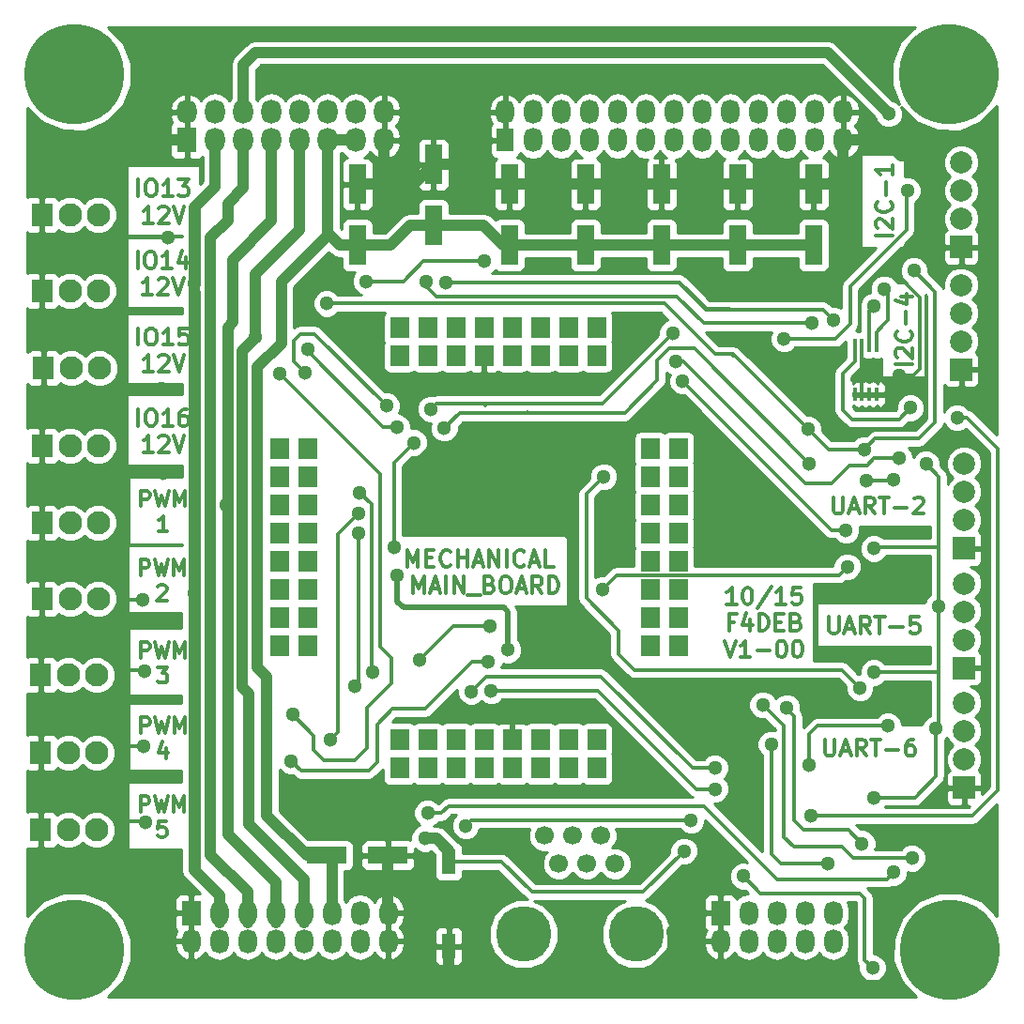
<source format=gtl>
G04 #@! TF.FileFunction,Copper,L1,Top,Signal*
%FSLAX46Y46*%
G04 Gerber Fmt 4.6, Leading zero omitted, Abs format (unit mm)*
G04 Created by KiCad (PCBNEW 4.0.0-rc1-stable) date mer. 14 oct. 2015 22:56:32 CEST*
%MOMM*%
G01*
G04 APERTURE LIST*
%ADD10C,0.150000*%
%ADD11C,0.300000*%
%ADD12O,1.800000X2.200000*%
%ADD13R,1.800000X2.200000*%
%ADD14C,8.999220*%
%ADD15C,2.000000*%
%ADD16R,1.899920X2.100580*%
%ADD17C,2.100580*%
%ADD18R,1.998980X1.998980*%
%ADD19C,1.998980*%
%ADD20O,1.680000X2.200000*%
%ADD21R,1.500000X2.000000*%
%ADD22R,1.700000X1.899920*%
%ADD23R,0.406400X1.270000*%
%ADD24C,1.700000*%
%ADD25C,5.000000*%
%ADD26R,1.700000X2.200000*%
%ADD27R,1.680000X2.200000*%
%ADD28R,1.300480X2.301240*%
%ADD29R,3.599180X1.600200*%
%ADD30R,1.600200X3.599180*%
%ADD31C,1.300000*%
%ADD32C,1.000000*%
%ADD33C,0.350000*%
%ADD34C,0.254000*%
%ADD35C,0.500000*%
G04 APERTURE END LIST*
D10*
D11*
X74747715Y-50913571D02*
X74747715Y-49413571D01*
X75747715Y-49413571D02*
X76033429Y-49413571D01*
X76176287Y-49485000D01*
X76319144Y-49627857D01*
X76390572Y-49913571D01*
X76390572Y-50413571D01*
X76319144Y-50699286D01*
X76176287Y-50842143D01*
X76033429Y-50913571D01*
X75747715Y-50913571D01*
X75604858Y-50842143D01*
X75462001Y-50699286D01*
X75390572Y-50413571D01*
X75390572Y-49913571D01*
X75462001Y-49627857D01*
X75604858Y-49485000D01*
X75747715Y-49413571D01*
X77819144Y-50913571D02*
X76962001Y-50913571D01*
X77390573Y-50913571D02*
X77390573Y-49413571D01*
X77247716Y-49627857D01*
X77104858Y-49770714D01*
X76962001Y-49842143D01*
X78319144Y-49413571D02*
X79247715Y-49413571D01*
X78747715Y-49985000D01*
X78962001Y-49985000D01*
X79104858Y-50056429D01*
X79176287Y-50127857D01*
X79247715Y-50270714D01*
X79247715Y-50627857D01*
X79176287Y-50770714D01*
X79104858Y-50842143D01*
X78962001Y-50913571D01*
X78533429Y-50913571D01*
X78390572Y-50842143D01*
X78319144Y-50770714D01*
X76033429Y-53313571D02*
X75176286Y-53313571D01*
X75604858Y-53313571D02*
X75604858Y-51813571D01*
X75462001Y-52027857D01*
X75319143Y-52170714D01*
X75176286Y-52242143D01*
X76604857Y-51956429D02*
X76676286Y-51885000D01*
X76819143Y-51813571D01*
X77176286Y-51813571D01*
X77319143Y-51885000D01*
X77390572Y-51956429D01*
X77462000Y-52099286D01*
X77462000Y-52242143D01*
X77390572Y-52456429D01*
X76533429Y-53313571D01*
X77462000Y-53313571D01*
X77890571Y-51813571D02*
X78390571Y-53313571D01*
X78890571Y-51813571D01*
X74684215Y-57390571D02*
X74684215Y-55890571D01*
X75684215Y-55890571D02*
X75969929Y-55890571D01*
X76112787Y-55962000D01*
X76255644Y-56104857D01*
X76327072Y-56390571D01*
X76327072Y-56890571D01*
X76255644Y-57176286D01*
X76112787Y-57319143D01*
X75969929Y-57390571D01*
X75684215Y-57390571D01*
X75541358Y-57319143D01*
X75398501Y-57176286D01*
X75327072Y-56890571D01*
X75327072Y-56390571D01*
X75398501Y-56104857D01*
X75541358Y-55962000D01*
X75684215Y-55890571D01*
X77755644Y-57390571D02*
X76898501Y-57390571D01*
X77327073Y-57390571D02*
X77327073Y-55890571D01*
X77184216Y-56104857D01*
X77041358Y-56247714D01*
X76898501Y-56319143D01*
X79041358Y-56390571D02*
X79041358Y-57390571D01*
X78684215Y-55819143D02*
X78327072Y-56890571D01*
X79255644Y-56890571D01*
X75969929Y-59790571D02*
X75112786Y-59790571D01*
X75541358Y-59790571D02*
X75541358Y-58290571D01*
X75398501Y-58504857D01*
X75255643Y-58647714D01*
X75112786Y-58719143D01*
X76541357Y-58433429D02*
X76612786Y-58362000D01*
X76755643Y-58290571D01*
X77112786Y-58290571D01*
X77255643Y-58362000D01*
X77327072Y-58433429D01*
X77398500Y-58576286D01*
X77398500Y-58719143D01*
X77327072Y-58933429D01*
X76469929Y-59790571D01*
X77398500Y-59790571D01*
X77827071Y-58290571D02*
X78327071Y-59790571D01*
X78827071Y-58290571D01*
X74747715Y-64312071D02*
X74747715Y-62812071D01*
X75747715Y-62812071D02*
X76033429Y-62812071D01*
X76176287Y-62883500D01*
X76319144Y-63026357D01*
X76390572Y-63312071D01*
X76390572Y-63812071D01*
X76319144Y-64097786D01*
X76176287Y-64240643D01*
X76033429Y-64312071D01*
X75747715Y-64312071D01*
X75604858Y-64240643D01*
X75462001Y-64097786D01*
X75390572Y-63812071D01*
X75390572Y-63312071D01*
X75462001Y-63026357D01*
X75604858Y-62883500D01*
X75747715Y-62812071D01*
X77819144Y-64312071D02*
X76962001Y-64312071D01*
X77390573Y-64312071D02*
X77390573Y-62812071D01*
X77247716Y-63026357D01*
X77104858Y-63169214D01*
X76962001Y-63240643D01*
X79176287Y-62812071D02*
X78462001Y-62812071D01*
X78390572Y-63526357D01*
X78462001Y-63454929D01*
X78604858Y-63383500D01*
X78962001Y-63383500D01*
X79104858Y-63454929D01*
X79176287Y-63526357D01*
X79247715Y-63669214D01*
X79247715Y-64026357D01*
X79176287Y-64169214D01*
X79104858Y-64240643D01*
X78962001Y-64312071D01*
X78604858Y-64312071D01*
X78462001Y-64240643D01*
X78390572Y-64169214D01*
X76033429Y-66712071D02*
X75176286Y-66712071D01*
X75604858Y-66712071D02*
X75604858Y-65212071D01*
X75462001Y-65426357D01*
X75319143Y-65569214D01*
X75176286Y-65640643D01*
X76604857Y-65354929D02*
X76676286Y-65283500D01*
X76819143Y-65212071D01*
X77176286Y-65212071D01*
X77319143Y-65283500D01*
X77390572Y-65354929D01*
X77462000Y-65497786D01*
X77462000Y-65640643D01*
X77390572Y-65854929D01*
X76533429Y-66712071D01*
X77462000Y-66712071D01*
X77890571Y-65212071D02*
X78390571Y-66712071D01*
X78890571Y-65212071D01*
X74747715Y-71614571D02*
X74747715Y-70114571D01*
X75747715Y-70114571D02*
X76033429Y-70114571D01*
X76176287Y-70186000D01*
X76319144Y-70328857D01*
X76390572Y-70614571D01*
X76390572Y-71114571D01*
X76319144Y-71400286D01*
X76176287Y-71543143D01*
X76033429Y-71614571D01*
X75747715Y-71614571D01*
X75604858Y-71543143D01*
X75462001Y-71400286D01*
X75390572Y-71114571D01*
X75390572Y-70614571D01*
X75462001Y-70328857D01*
X75604858Y-70186000D01*
X75747715Y-70114571D01*
X77819144Y-71614571D02*
X76962001Y-71614571D01*
X77390573Y-71614571D02*
X77390573Y-70114571D01*
X77247716Y-70328857D01*
X77104858Y-70471714D01*
X76962001Y-70543143D01*
X79104858Y-70114571D02*
X78819144Y-70114571D01*
X78676287Y-70186000D01*
X78604858Y-70257429D01*
X78462001Y-70471714D01*
X78390572Y-70757429D01*
X78390572Y-71328857D01*
X78462001Y-71471714D01*
X78533429Y-71543143D01*
X78676287Y-71614571D01*
X78962001Y-71614571D01*
X79104858Y-71543143D01*
X79176287Y-71471714D01*
X79247715Y-71328857D01*
X79247715Y-70971714D01*
X79176287Y-70828857D01*
X79104858Y-70757429D01*
X78962001Y-70686000D01*
X78676287Y-70686000D01*
X78533429Y-70757429D01*
X78462001Y-70828857D01*
X78390572Y-70971714D01*
X76033429Y-74014571D02*
X75176286Y-74014571D01*
X75604858Y-74014571D02*
X75604858Y-72514571D01*
X75462001Y-72728857D01*
X75319143Y-72871714D01*
X75176286Y-72943143D01*
X76604857Y-72657429D02*
X76676286Y-72586000D01*
X76819143Y-72514571D01*
X77176286Y-72514571D01*
X77319143Y-72586000D01*
X77390572Y-72657429D01*
X77462000Y-72800286D01*
X77462000Y-72943143D01*
X77390572Y-73157429D01*
X76533429Y-74014571D01*
X77462000Y-74014571D01*
X77890571Y-72514571D02*
X78390571Y-74014571D01*
X78890571Y-72514571D01*
X74995333Y-78878333D02*
X74995333Y-77478333D01*
X75528667Y-77478333D01*
X75662000Y-77545000D01*
X75728667Y-77611667D01*
X75795333Y-77745000D01*
X75795333Y-77945000D01*
X75728667Y-78078333D01*
X75662000Y-78145000D01*
X75528667Y-78211667D01*
X74995333Y-78211667D01*
X76262000Y-77478333D02*
X76595333Y-78878333D01*
X76862000Y-77878333D01*
X77128667Y-78878333D01*
X77462000Y-77478333D01*
X77995333Y-78878333D02*
X77995333Y-77478333D01*
X78462000Y-78478333D01*
X78928667Y-77478333D01*
X78928667Y-78878333D01*
X77362001Y-81138333D02*
X76562001Y-81138333D01*
X76962001Y-81138333D02*
X76962001Y-79738333D01*
X76828667Y-79938333D01*
X76695334Y-80071667D01*
X76562001Y-80138333D01*
X74931833Y-85101333D02*
X74931833Y-83701333D01*
X75465167Y-83701333D01*
X75598500Y-83768000D01*
X75665167Y-83834667D01*
X75731833Y-83968000D01*
X75731833Y-84168000D01*
X75665167Y-84301333D01*
X75598500Y-84368000D01*
X75465167Y-84434667D01*
X74931833Y-84434667D01*
X76198500Y-83701333D02*
X76531833Y-85101333D01*
X76798500Y-84101333D01*
X77065167Y-85101333D01*
X77398500Y-83701333D01*
X77931833Y-85101333D02*
X77931833Y-83701333D01*
X78398500Y-84701333D01*
X78865167Y-83701333D01*
X78865167Y-85101333D01*
X76498501Y-86094667D02*
X76565167Y-86028000D01*
X76698501Y-85961333D01*
X77031834Y-85961333D01*
X77165167Y-86028000D01*
X77231834Y-86094667D01*
X77298501Y-86228000D01*
X77298501Y-86361333D01*
X77231834Y-86561333D01*
X76431834Y-87361333D01*
X77298501Y-87361333D01*
X74995333Y-92530833D02*
X74995333Y-91130833D01*
X75528667Y-91130833D01*
X75662000Y-91197500D01*
X75728667Y-91264167D01*
X75795333Y-91397500D01*
X75795333Y-91597500D01*
X75728667Y-91730833D01*
X75662000Y-91797500D01*
X75528667Y-91864167D01*
X74995333Y-91864167D01*
X76262000Y-91130833D02*
X76595333Y-92530833D01*
X76862000Y-91530833D01*
X77128667Y-92530833D01*
X77462000Y-91130833D01*
X77995333Y-92530833D02*
X77995333Y-91130833D01*
X78462000Y-92130833D01*
X78928667Y-91130833D01*
X78928667Y-92530833D01*
X76495334Y-93390833D02*
X77362001Y-93390833D01*
X76895334Y-93924167D01*
X77095334Y-93924167D01*
X77228667Y-93990833D01*
X77295334Y-94057500D01*
X77362001Y-94190833D01*
X77362001Y-94524167D01*
X77295334Y-94657500D01*
X77228667Y-94724167D01*
X77095334Y-94790833D01*
X76695334Y-94790833D01*
X76562001Y-94724167D01*
X76495334Y-94657500D01*
X74995333Y-99325333D02*
X74995333Y-97925333D01*
X75528667Y-97925333D01*
X75662000Y-97992000D01*
X75728667Y-98058667D01*
X75795333Y-98192000D01*
X75795333Y-98392000D01*
X75728667Y-98525333D01*
X75662000Y-98592000D01*
X75528667Y-98658667D01*
X74995333Y-98658667D01*
X76262000Y-97925333D02*
X76595333Y-99325333D01*
X76862000Y-98325333D01*
X77128667Y-99325333D01*
X77462000Y-97925333D01*
X77995333Y-99325333D02*
X77995333Y-97925333D01*
X78462000Y-98925333D01*
X78928667Y-97925333D01*
X78928667Y-99325333D01*
X77228667Y-100652000D02*
X77228667Y-101585333D01*
X76895334Y-100118667D02*
X76562001Y-101118667D01*
X77428667Y-101118667D01*
X74931833Y-106437333D02*
X74931833Y-105037333D01*
X75465167Y-105037333D01*
X75598500Y-105104000D01*
X75665167Y-105170667D01*
X75731833Y-105304000D01*
X75731833Y-105504000D01*
X75665167Y-105637333D01*
X75598500Y-105704000D01*
X75465167Y-105770667D01*
X74931833Y-105770667D01*
X76198500Y-105037333D02*
X76531833Y-106437333D01*
X76798500Y-105437333D01*
X77065167Y-106437333D01*
X77398500Y-105037333D01*
X77931833Y-106437333D02*
X77931833Y-105037333D01*
X78398500Y-106037333D01*
X78865167Y-105037333D01*
X78865167Y-106437333D01*
X77231834Y-107297333D02*
X76565167Y-107297333D01*
X76498501Y-107964000D01*
X76565167Y-107897333D01*
X76698501Y-107830667D01*
X77031834Y-107830667D01*
X77165167Y-107897333D01*
X77231834Y-107964000D01*
X77298501Y-108097333D01*
X77298501Y-108430667D01*
X77231834Y-108564000D01*
X77165167Y-108630667D01*
X77031834Y-108697333D01*
X76698501Y-108697333D01*
X76565167Y-108630667D01*
X76498501Y-108564000D01*
X136680286Y-99889571D02*
X136680286Y-101103857D01*
X136751714Y-101246714D01*
X136823143Y-101318143D01*
X136966000Y-101389571D01*
X137251714Y-101389571D01*
X137394572Y-101318143D01*
X137466000Y-101246714D01*
X137537429Y-101103857D01*
X137537429Y-99889571D01*
X138180286Y-100961000D02*
X138894572Y-100961000D01*
X138037429Y-101389571D02*
X138537429Y-99889571D01*
X139037429Y-101389571D01*
X140394572Y-101389571D02*
X139894572Y-100675286D01*
X139537429Y-101389571D02*
X139537429Y-99889571D01*
X140108857Y-99889571D01*
X140251715Y-99961000D01*
X140323143Y-100032429D01*
X140394572Y-100175286D01*
X140394572Y-100389571D01*
X140323143Y-100532429D01*
X140251715Y-100603857D01*
X140108857Y-100675286D01*
X139537429Y-100675286D01*
X140823143Y-99889571D02*
X141680286Y-99889571D01*
X141251715Y-101389571D02*
X141251715Y-99889571D01*
X142180286Y-100818143D02*
X143323143Y-100818143D01*
X144680286Y-99889571D02*
X144394572Y-99889571D01*
X144251715Y-99961000D01*
X144180286Y-100032429D01*
X144037429Y-100246714D01*
X143966000Y-100532429D01*
X143966000Y-101103857D01*
X144037429Y-101246714D01*
X144108857Y-101318143D01*
X144251715Y-101389571D01*
X144537429Y-101389571D01*
X144680286Y-101318143D01*
X144751715Y-101246714D01*
X144823143Y-101103857D01*
X144823143Y-100746714D01*
X144751715Y-100603857D01*
X144680286Y-100532429D01*
X144537429Y-100461000D01*
X144251715Y-100461000D01*
X144108857Y-100532429D01*
X144037429Y-100603857D01*
X143966000Y-100746714D01*
X137061286Y-88840571D02*
X137061286Y-90054857D01*
X137132714Y-90197714D01*
X137204143Y-90269143D01*
X137347000Y-90340571D01*
X137632714Y-90340571D01*
X137775572Y-90269143D01*
X137847000Y-90197714D01*
X137918429Y-90054857D01*
X137918429Y-88840571D01*
X138561286Y-89912000D02*
X139275572Y-89912000D01*
X138418429Y-90340571D02*
X138918429Y-88840571D01*
X139418429Y-90340571D01*
X140775572Y-90340571D02*
X140275572Y-89626286D01*
X139918429Y-90340571D02*
X139918429Y-88840571D01*
X140489857Y-88840571D01*
X140632715Y-88912000D01*
X140704143Y-88983429D01*
X140775572Y-89126286D01*
X140775572Y-89340571D01*
X140704143Y-89483429D01*
X140632715Y-89554857D01*
X140489857Y-89626286D01*
X139918429Y-89626286D01*
X141204143Y-88840571D02*
X142061286Y-88840571D01*
X141632715Y-90340571D02*
X141632715Y-88840571D01*
X142561286Y-89769143D02*
X143704143Y-89769143D01*
X145132715Y-88840571D02*
X144418429Y-88840571D01*
X144347000Y-89554857D01*
X144418429Y-89483429D01*
X144561286Y-89412000D01*
X144918429Y-89412000D01*
X145061286Y-89483429D01*
X145132715Y-89554857D01*
X145204143Y-89697714D01*
X145204143Y-90054857D01*
X145132715Y-90197714D01*
X145061286Y-90269143D01*
X144918429Y-90340571D01*
X144561286Y-90340571D01*
X144418429Y-90269143D01*
X144347000Y-90197714D01*
X137442286Y-78045571D02*
X137442286Y-79259857D01*
X137513714Y-79402714D01*
X137585143Y-79474143D01*
X137728000Y-79545571D01*
X138013714Y-79545571D01*
X138156572Y-79474143D01*
X138228000Y-79402714D01*
X138299429Y-79259857D01*
X138299429Y-78045571D01*
X138942286Y-79117000D02*
X139656572Y-79117000D01*
X138799429Y-79545571D02*
X139299429Y-78045571D01*
X139799429Y-79545571D01*
X141156572Y-79545571D02*
X140656572Y-78831286D01*
X140299429Y-79545571D02*
X140299429Y-78045571D01*
X140870857Y-78045571D01*
X141013715Y-78117000D01*
X141085143Y-78188429D01*
X141156572Y-78331286D01*
X141156572Y-78545571D01*
X141085143Y-78688429D01*
X141013715Y-78759857D01*
X140870857Y-78831286D01*
X140299429Y-78831286D01*
X141585143Y-78045571D02*
X142442286Y-78045571D01*
X142013715Y-79545571D02*
X142013715Y-78045571D01*
X142942286Y-78974143D02*
X144085143Y-78974143D01*
X144728000Y-78188429D02*
X144799429Y-78117000D01*
X144942286Y-78045571D01*
X145299429Y-78045571D01*
X145442286Y-78117000D01*
X145513715Y-78188429D01*
X145585143Y-78331286D01*
X145585143Y-78474143D01*
X145513715Y-78688429D01*
X144656572Y-79545571D01*
X145585143Y-79545571D01*
X144569571Y-66073742D02*
X143069571Y-66073742D01*
X143212429Y-65430885D02*
X143141000Y-65359456D01*
X143069571Y-65216599D01*
X143069571Y-64859456D01*
X143141000Y-64716599D01*
X143212429Y-64645170D01*
X143355286Y-64573742D01*
X143498143Y-64573742D01*
X143712429Y-64645170D01*
X144569571Y-65502313D01*
X144569571Y-64573742D01*
X144426714Y-63073742D02*
X144498143Y-63145171D01*
X144569571Y-63359457D01*
X144569571Y-63502314D01*
X144498143Y-63716599D01*
X144355286Y-63859457D01*
X144212429Y-63930885D01*
X143926714Y-64002314D01*
X143712429Y-64002314D01*
X143426714Y-63930885D01*
X143283857Y-63859457D01*
X143141000Y-63716599D01*
X143069571Y-63502314D01*
X143069571Y-63359457D01*
X143141000Y-63145171D01*
X143212429Y-63073742D01*
X143998143Y-62430885D02*
X143998143Y-61288028D01*
X143569571Y-59930885D02*
X144569571Y-59930885D01*
X142998143Y-60288028D02*
X144069571Y-60645171D01*
X144069571Y-59716599D01*
X142740771Y-54415142D02*
X141240771Y-54415142D01*
X141383629Y-53772285D02*
X141312200Y-53700856D01*
X141240771Y-53557999D01*
X141240771Y-53200856D01*
X141312200Y-53057999D01*
X141383629Y-52986570D01*
X141526486Y-52915142D01*
X141669343Y-52915142D01*
X141883629Y-52986570D01*
X142740771Y-53843713D01*
X142740771Y-52915142D01*
X142597914Y-51415142D02*
X142669343Y-51486571D01*
X142740771Y-51700857D01*
X142740771Y-51843714D01*
X142669343Y-52057999D01*
X142526486Y-52200857D01*
X142383629Y-52272285D01*
X142097914Y-52343714D01*
X141883629Y-52343714D01*
X141597914Y-52272285D01*
X141455057Y-52200857D01*
X141312200Y-52057999D01*
X141240771Y-51843714D01*
X141240771Y-51700857D01*
X141312200Y-51486571D01*
X141383629Y-51415142D01*
X142169343Y-50772285D02*
X142169343Y-49629428D01*
X142740771Y-48129428D02*
X142740771Y-48986571D01*
X142740771Y-48557999D02*
X141240771Y-48557999D01*
X141455057Y-48700856D01*
X141597914Y-48843714D01*
X141669343Y-48986571D01*
X128691001Y-87686571D02*
X127833858Y-87686571D01*
X128262430Y-87686571D02*
X128262430Y-86186571D01*
X128119573Y-86400857D01*
X127976715Y-86543714D01*
X127833858Y-86615143D01*
X129619572Y-86186571D02*
X129762429Y-86186571D01*
X129905286Y-86258000D01*
X129976715Y-86329429D01*
X130048144Y-86472286D01*
X130119572Y-86758000D01*
X130119572Y-87115143D01*
X130048144Y-87400857D01*
X129976715Y-87543714D01*
X129905286Y-87615143D01*
X129762429Y-87686571D01*
X129619572Y-87686571D01*
X129476715Y-87615143D01*
X129405286Y-87543714D01*
X129333858Y-87400857D01*
X129262429Y-87115143D01*
X129262429Y-86758000D01*
X129333858Y-86472286D01*
X129405286Y-86329429D01*
X129476715Y-86258000D01*
X129619572Y-86186571D01*
X131833857Y-86115143D02*
X130548143Y-88043714D01*
X133119572Y-87686571D02*
X132262429Y-87686571D01*
X132691001Y-87686571D02*
X132691001Y-86186571D01*
X132548144Y-86400857D01*
X132405286Y-86543714D01*
X132262429Y-86615143D01*
X134476715Y-86186571D02*
X133762429Y-86186571D01*
X133691000Y-86900857D01*
X133762429Y-86829429D01*
X133905286Y-86758000D01*
X134262429Y-86758000D01*
X134405286Y-86829429D01*
X134476715Y-86900857D01*
X134548143Y-87043714D01*
X134548143Y-87400857D01*
X134476715Y-87543714D01*
X134405286Y-87615143D01*
X134262429Y-87686571D01*
X133905286Y-87686571D01*
X133762429Y-87615143D01*
X133691000Y-87543714D01*
X128512429Y-89300857D02*
X128012429Y-89300857D01*
X128012429Y-90086571D02*
X128012429Y-88586571D01*
X128726715Y-88586571D01*
X129941000Y-89086571D02*
X129941000Y-90086571D01*
X129583857Y-88515143D02*
X129226714Y-89586571D01*
X130155286Y-89586571D01*
X130726714Y-90086571D02*
X130726714Y-88586571D01*
X131083857Y-88586571D01*
X131298142Y-88658000D01*
X131441000Y-88800857D01*
X131512428Y-88943714D01*
X131583857Y-89229429D01*
X131583857Y-89443714D01*
X131512428Y-89729429D01*
X131441000Y-89872286D01*
X131298142Y-90015143D01*
X131083857Y-90086571D01*
X130726714Y-90086571D01*
X132226714Y-89300857D02*
X132726714Y-89300857D01*
X132941000Y-90086571D02*
X132226714Y-90086571D01*
X132226714Y-88586571D01*
X132941000Y-88586571D01*
X134083857Y-89300857D02*
X134298143Y-89372286D01*
X134369571Y-89443714D01*
X134441000Y-89586571D01*
X134441000Y-89800857D01*
X134369571Y-89943714D01*
X134298143Y-90015143D01*
X134155285Y-90086571D01*
X133583857Y-90086571D01*
X133583857Y-88586571D01*
X134083857Y-88586571D01*
X134226714Y-88658000D01*
X134298143Y-88729429D01*
X134369571Y-88872286D01*
X134369571Y-89015143D01*
X134298143Y-89158000D01*
X134226714Y-89229429D01*
X134083857Y-89300857D01*
X133583857Y-89300857D01*
X127619572Y-90986571D02*
X128119572Y-92486571D01*
X128619572Y-90986571D01*
X129905286Y-92486571D02*
X129048143Y-92486571D01*
X129476715Y-92486571D02*
X129476715Y-90986571D01*
X129333858Y-91200857D01*
X129191000Y-91343714D01*
X129048143Y-91415143D01*
X130548143Y-91915143D02*
X131691000Y-91915143D01*
X132691000Y-90986571D02*
X132833857Y-90986571D01*
X132976714Y-91058000D01*
X133048143Y-91129429D01*
X133119572Y-91272286D01*
X133191000Y-91558000D01*
X133191000Y-91915143D01*
X133119572Y-92200857D01*
X133048143Y-92343714D01*
X132976714Y-92415143D01*
X132833857Y-92486571D01*
X132691000Y-92486571D01*
X132548143Y-92415143D01*
X132476714Y-92343714D01*
X132405286Y-92200857D01*
X132333857Y-91915143D01*
X132333857Y-91558000D01*
X132405286Y-91272286D01*
X132476714Y-91129429D01*
X132548143Y-91058000D01*
X132691000Y-90986571D01*
X134119571Y-90986571D02*
X134262428Y-90986571D01*
X134405285Y-91058000D01*
X134476714Y-91129429D01*
X134548143Y-91272286D01*
X134619571Y-91558000D01*
X134619571Y-91915143D01*
X134548143Y-92200857D01*
X134476714Y-92343714D01*
X134405285Y-92415143D01*
X134262428Y-92486571D01*
X134119571Y-92486571D01*
X133976714Y-92415143D01*
X133905285Y-92343714D01*
X133833857Y-92200857D01*
X133762428Y-91915143D01*
X133762428Y-91558000D01*
X133833857Y-91272286D01*
X133905285Y-91129429D01*
X133976714Y-91058000D01*
X134119571Y-90986571D01*
X98973571Y-84314571D02*
X98973571Y-82814571D01*
X99473571Y-83886000D01*
X99973571Y-82814571D01*
X99973571Y-84314571D01*
X100687857Y-83528857D02*
X101187857Y-83528857D01*
X101402143Y-84314571D02*
X100687857Y-84314571D01*
X100687857Y-82814571D01*
X101402143Y-82814571D01*
X102902143Y-84171714D02*
X102830714Y-84243143D01*
X102616428Y-84314571D01*
X102473571Y-84314571D01*
X102259286Y-84243143D01*
X102116428Y-84100286D01*
X102045000Y-83957429D01*
X101973571Y-83671714D01*
X101973571Y-83457429D01*
X102045000Y-83171714D01*
X102116428Y-83028857D01*
X102259286Y-82886000D01*
X102473571Y-82814571D01*
X102616428Y-82814571D01*
X102830714Y-82886000D01*
X102902143Y-82957429D01*
X103545000Y-84314571D02*
X103545000Y-82814571D01*
X103545000Y-83528857D02*
X104402143Y-83528857D01*
X104402143Y-84314571D02*
X104402143Y-82814571D01*
X105045000Y-83886000D02*
X105759286Y-83886000D01*
X104902143Y-84314571D02*
X105402143Y-82814571D01*
X105902143Y-84314571D01*
X106402143Y-84314571D02*
X106402143Y-82814571D01*
X107259286Y-84314571D01*
X107259286Y-82814571D01*
X107973572Y-84314571D02*
X107973572Y-82814571D01*
X109545001Y-84171714D02*
X109473572Y-84243143D01*
X109259286Y-84314571D01*
X109116429Y-84314571D01*
X108902144Y-84243143D01*
X108759286Y-84100286D01*
X108687858Y-83957429D01*
X108616429Y-83671714D01*
X108616429Y-83457429D01*
X108687858Y-83171714D01*
X108759286Y-83028857D01*
X108902144Y-82886000D01*
X109116429Y-82814571D01*
X109259286Y-82814571D01*
X109473572Y-82886000D01*
X109545001Y-82957429D01*
X110116429Y-83886000D02*
X110830715Y-83886000D01*
X109973572Y-84314571D02*
X110473572Y-82814571D01*
X110973572Y-84314571D01*
X112187858Y-84314571D02*
X111473572Y-84314571D01*
X111473572Y-82814571D01*
X99509286Y-86714571D02*
X99509286Y-85214571D01*
X100009286Y-86286000D01*
X100509286Y-85214571D01*
X100509286Y-86714571D01*
X101152143Y-86286000D02*
X101866429Y-86286000D01*
X101009286Y-86714571D02*
X101509286Y-85214571D01*
X102009286Y-86714571D01*
X102509286Y-86714571D02*
X102509286Y-85214571D01*
X103223572Y-86714571D02*
X103223572Y-85214571D01*
X104080715Y-86714571D01*
X104080715Y-85214571D01*
X104437858Y-86857429D02*
X105580715Y-86857429D01*
X106437858Y-85928857D02*
X106652144Y-86000286D01*
X106723572Y-86071714D01*
X106795001Y-86214571D01*
X106795001Y-86428857D01*
X106723572Y-86571714D01*
X106652144Y-86643143D01*
X106509286Y-86714571D01*
X105937858Y-86714571D01*
X105937858Y-85214571D01*
X106437858Y-85214571D01*
X106580715Y-85286000D01*
X106652144Y-85357429D01*
X106723572Y-85500286D01*
X106723572Y-85643143D01*
X106652144Y-85786000D01*
X106580715Y-85857429D01*
X106437858Y-85928857D01*
X105937858Y-85928857D01*
X107723572Y-85214571D02*
X108009286Y-85214571D01*
X108152144Y-85286000D01*
X108295001Y-85428857D01*
X108366429Y-85714571D01*
X108366429Y-86214571D01*
X108295001Y-86500286D01*
X108152144Y-86643143D01*
X108009286Y-86714571D01*
X107723572Y-86714571D01*
X107580715Y-86643143D01*
X107437858Y-86500286D01*
X107366429Y-86214571D01*
X107366429Y-85714571D01*
X107437858Y-85428857D01*
X107580715Y-85286000D01*
X107723572Y-85214571D01*
X108937858Y-86286000D02*
X109652144Y-86286000D01*
X108795001Y-86714571D02*
X109295001Y-85214571D01*
X109795001Y-86714571D01*
X111152144Y-86714571D02*
X110652144Y-86000286D01*
X110295001Y-86714571D02*
X110295001Y-85214571D01*
X110866429Y-85214571D01*
X111009287Y-85286000D01*
X111080715Y-85357429D01*
X111152144Y-85500286D01*
X111152144Y-85714571D01*
X111080715Y-85857429D01*
X111009287Y-85928857D01*
X110866429Y-86000286D01*
X110295001Y-86000286D01*
X111795001Y-86714571D02*
X111795001Y-85214571D01*
X112152144Y-85214571D01*
X112366429Y-85286000D01*
X112509287Y-85428857D01*
X112580715Y-85571714D01*
X112652144Y-85857429D01*
X112652144Y-86071714D01*
X112580715Y-86357429D01*
X112509287Y-86500286D01*
X112366429Y-86643143D01*
X112152144Y-86714571D01*
X111795001Y-86714571D01*
D12*
X96901000Y-43307000D03*
X96901000Y-45847000D03*
X94361000Y-45847000D03*
X94361000Y-43307000D03*
X91821000Y-43307000D03*
X91821000Y-45847000D03*
X89281000Y-45847000D03*
X89281000Y-43307000D03*
X86741000Y-43307000D03*
X86741000Y-45847000D03*
D13*
X79121000Y-45847000D03*
D12*
X79121000Y-43307000D03*
X81661000Y-45847000D03*
X81661000Y-43307000D03*
X84201000Y-45847000D03*
X84201000Y-43307000D03*
D14*
X147828000Y-39878000D03*
D15*
X147828000Y-39878000D03*
D14*
X68961000Y-118872000D03*
D15*
X68961000Y-118872000D03*
D14*
X147955000Y-118872000D03*
D15*
X147955000Y-118872000D03*
D14*
X68961000Y-39878000D03*
D15*
X68961000Y-39878000D03*
D16*
X66040000Y-52578000D03*
D17*
X68580000Y-52578000D03*
X71120000Y-52578000D03*
D16*
X66040000Y-59436000D03*
D17*
X68580000Y-59436000D03*
X71120000Y-59436000D03*
D16*
X66167000Y-66421000D03*
D17*
X68707000Y-66421000D03*
X71247000Y-66421000D03*
D16*
X66040000Y-73406000D03*
D17*
X68580000Y-73406000D03*
X71120000Y-73406000D03*
D16*
X66040000Y-80391000D03*
D17*
X68580000Y-80391000D03*
X71120000Y-80391000D03*
D16*
X66040000Y-87249000D03*
D17*
X68580000Y-87249000D03*
X71120000Y-87249000D03*
D16*
X65913000Y-94107000D03*
D17*
X68453000Y-94107000D03*
X70993000Y-94107000D03*
D16*
X65913000Y-101092000D03*
D17*
X68453000Y-101092000D03*
X70993000Y-101092000D03*
D16*
X65913000Y-108077000D03*
D17*
X68453000Y-108077000D03*
X70993000Y-108077000D03*
D18*
X148971000Y-55499000D03*
D19*
X148971000Y-52959000D03*
X148971000Y-50419000D03*
X148971000Y-47879000D03*
D18*
X149225000Y-82677000D03*
D19*
X149225000Y-80137000D03*
X149225000Y-77597000D03*
X149225000Y-75057000D03*
D18*
X149225000Y-104267000D03*
D19*
X149225000Y-101727000D03*
X149225000Y-99187000D03*
X149225000Y-96647000D03*
D18*
X148971000Y-66548000D03*
D19*
X148971000Y-64008000D03*
X148971000Y-61468000D03*
X148971000Y-58928000D03*
D18*
X149225000Y-93472000D03*
D19*
X149225000Y-90932000D03*
X149225000Y-88392000D03*
X149225000Y-85852000D03*
D20*
X138303000Y-45847000D03*
X138303000Y-43307000D03*
X135763000Y-43307000D03*
X135763000Y-45847000D03*
X133223000Y-45847000D03*
X133223000Y-43307000D03*
X130683000Y-43307000D03*
X130683000Y-45847000D03*
X128143000Y-45847000D03*
X128143000Y-43307000D03*
X125603000Y-43307000D03*
X125603000Y-45847000D03*
X123063000Y-45847000D03*
X123063000Y-43307000D03*
X120523000Y-43307000D03*
X120523000Y-45847000D03*
X117983000Y-45847000D03*
X117983000Y-43307000D03*
X115443000Y-43307000D03*
X115443000Y-45847000D03*
D21*
X107823000Y-45847000D03*
D20*
X107823000Y-43307000D03*
X110363000Y-45847000D03*
X110363000Y-43307000D03*
X112903000Y-45847000D03*
X112903000Y-43307000D03*
D22*
X116078000Y-99946460D03*
X116078000Y-102486460D03*
X113538000Y-99946460D03*
X113538000Y-102486460D03*
X110998000Y-99946460D03*
X110998000Y-102486460D03*
X108458000Y-99946460D03*
X108458000Y-102486460D03*
X105918000Y-99946460D03*
X105918000Y-102486460D03*
X103378000Y-99946460D03*
X103378000Y-102486460D03*
X100838000Y-99946460D03*
X100838000Y-102486460D03*
X98298000Y-99946460D03*
X98298000Y-102486460D03*
X116078000Y-62738000D03*
X116078000Y-65278000D03*
X113538000Y-62738000D03*
X113538000Y-65278000D03*
X110998000Y-62738000D03*
X110998000Y-65278000D03*
X108458000Y-62738000D03*
X108458000Y-65278000D03*
X105918000Y-62738000D03*
X105918000Y-65278000D03*
X103378000Y-62738000D03*
X103378000Y-65278000D03*
X100838000Y-62738000D03*
X100838000Y-65278000D03*
X98298000Y-62738000D03*
X98298000Y-65278000D03*
X120904000Y-73660000D03*
X123444000Y-73660000D03*
X120904000Y-76200000D03*
X123444000Y-76200000D03*
X120904000Y-78740000D03*
X123444000Y-78740000D03*
X120904000Y-81280000D03*
X123444000Y-81280000D03*
X120904000Y-83820000D03*
X123444000Y-83820000D03*
X120904000Y-86360000D03*
X123444000Y-86360000D03*
X120904000Y-88900000D03*
X123444000Y-88900000D03*
X120904000Y-91440000D03*
X123444000Y-91440000D03*
X87503000Y-91440000D03*
X90043000Y-91440000D03*
X87503000Y-88900000D03*
X90043000Y-88900000D03*
X87503000Y-86360000D03*
X90043000Y-86360000D03*
X87503000Y-83820000D03*
X90043000Y-83820000D03*
X87503000Y-81280000D03*
X90043000Y-81280000D03*
X87503000Y-78740000D03*
X90043000Y-78740000D03*
X87503000Y-76200000D03*
X90043000Y-76200000D03*
X87503000Y-73660000D03*
X90043000Y-73660000D03*
D23*
X139357100Y-68770500D03*
X140004800Y-68770500D03*
X140665200Y-68770500D03*
X141312900Y-68770500D03*
X141312900Y-64325500D03*
X140665200Y-64325500D03*
X140004800Y-64325500D03*
X139357100Y-64325500D03*
D24*
X115189000Y-111125000D03*
X112649000Y-111125000D03*
X117729000Y-111125000D03*
X111379000Y-108585000D03*
X113919000Y-108585000D03*
X116459000Y-108585000D03*
D25*
X119634000Y-117475000D03*
X109474000Y-117475000D03*
D20*
X97282000Y-115570000D03*
X97282000Y-118110000D03*
X94742000Y-115570000D03*
X94742000Y-118110000D03*
X92202000Y-115570000D03*
X92202000Y-118110000D03*
X89662000Y-115570000D03*
X89662000Y-118110000D03*
X87122000Y-115570000D03*
X87122000Y-118110000D03*
X84582000Y-115570000D03*
X84582000Y-118110000D03*
X82042000Y-115570000D03*
X82042000Y-118110000D03*
D26*
X79502000Y-115570000D03*
D20*
X79502000Y-118110000D03*
X137414000Y-115570000D03*
X137414000Y-118110000D03*
X134874000Y-115570000D03*
X134874000Y-118110000D03*
X132334000Y-115570000D03*
X132334000Y-118110000D03*
X129794000Y-115570000D03*
X129794000Y-118110000D03*
D27*
X127254000Y-115570000D03*
D20*
X127254000Y-118110000D03*
D28*
X102743000Y-110934500D03*
X102743000Y-118554500D03*
D29*
X91737180Y-110363000D03*
X97238820Y-110363000D03*
D30*
X94488000Y-55328820D03*
X94488000Y-49827180D03*
X101346000Y-53550820D03*
X101346000Y-48049180D03*
X108204000Y-55328820D03*
X108204000Y-49827180D03*
X115062000Y-55328820D03*
X115062000Y-49827180D03*
X121920000Y-55328820D03*
X121920000Y-49827180D03*
X128778000Y-55328820D03*
X128778000Y-49827180D03*
X135636000Y-55328820D03*
X135636000Y-49827180D03*
D31*
X85318600Y-63601600D03*
X82677000Y-78740000D03*
X142417800Y-43459400D03*
X141097000Y-105156000D03*
X146685000Y-98933000D03*
X141097000Y-82677000D03*
X146939000Y-87884000D03*
X145796000Y-75057000D03*
X144399000Y-69977000D03*
X141097000Y-93853000D03*
X135280400Y-75006200D03*
X102336600Y-71831200D03*
X131826000Y-100330000D03*
X136906000Y-111125000D03*
X101142800Y-70104000D03*
X122936000Y-63246000D03*
X98044000Y-71755000D03*
X90017600Y-64693800D03*
X97104200Y-69799200D03*
X89763600Y-66852800D03*
X95300800Y-58572400D03*
X105918000Y-56769000D03*
X99568000Y-73126600D03*
X97790000Y-82550000D03*
X94716600Y-77622400D03*
X95885000Y-93853000D03*
X88646000Y-97663000D03*
X87503000Y-66865500D03*
X94615000Y-81280000D03*
X94234000Y-95123000D03*
X106324400Y-92913200D03*
X88519000Y-101854000D03*
X94615000Y-79476600D03*
X92075000Y-99885500D03*
X100076000Y-92710000D03*
X106426000Y-89662000D03*
X123952000Y-109982000D03*
X100584000Y-108839000D03*
X123190000Y-65786000D03*
X143383000Y-74549000D03*
X135382000Y-106807000D03*
X148590000Y-70866000D03*
X116586000Y-86360000D03*
X138684000Y-84328000D03*
X124602240Y-107188000D03*
X135255000Y-102235000D03*
X142367000Y-98679000D03*
X104267000Y-107696000D03*
X137464800Y-62077600D03*
X102489000Y-58674000D03*
X132969000Y-63754000D03*
X144094200Y-50393600D03*
X131064000Y-96774000D03*
X144526000Y-110617000D03*
X106553000Y-95504000D03*
X126746000Y-104394000D03*
X141071600Y-60833000D03*
X135509000Y-62357000D03*
X100685600Y-58623200D03*
X133223000Y-97028000D03*
X140017500Y-109283500D03*
X104775000Y-95567500D03*
X126746000Y-102489000D03*
X142011400Y-59283600D03*
X142849600Y-76504800D03*
X140385800Y-76530200D03*
X104775000Y-80492600D03*
X123926600Y-115590320D03*
X122966480Y-117281960D03*
X75412600Y-107340400D03*
X75209400Y-100482400D03*
X75336400Y-93726000D03*
X75107800Y-87325200D03*
X76987400Y-75869800D03*
X76809600Y-68275200D03*
X77393800Y-54660800D03*
X73380600Y-114147600D03*
X74574400Y-115341400D03*
X151155400Y-111379000D03*
X149250400Y-109499400D03*
X151130000Y-109499400D03*
X115163600Y-91948000D03*
X115163600Y-90195400D03*
X113284000Y-91948000D03*
X113284000Y-90170000D03*
X142367000Y-114363500D03*
X149225000Y-111379000D03*
X143383000Y-67056000D03*
X143383000Y-56515000D03*
X144703800Y-57607200D03*
X79756000Y-58775600D03*
X91757500Y-60579000D03*
X79756000Y-86741000D03*
X140233400Y-73736200D03*
X135178800Y-71932800D03*
X108077000Y-91821000D03*
X98044000Y-85090000D03*
X140970000Y-120523000D03*
X129306320Y-112227360D03*
X142875000Y-111887000D03*
X100838000Y-106553000D03*
X123825000Y-67564000D03*
X138557000Y-81026000D03*
X116713000Y-76200000D03*
X139827000Y-95250000D03*
D32*
X85318600Y-63601600D02*
X85318600Y-63677800D01*
X85318600Y-63677800D02*
X84137500Y-64858900D01*
X89281000Y-45847000D02*
X89281000Y-53975000D01*
X85318600Y-57937400D02*
X85318600Y-63601600D01*
X89281000Y-53975000D02*
X85318600Y-57937400D01*
X89662000Y-116459000D02*
X89662000Y-112572800D01*
X84137500Y-64858900D02*
X84137500Y-95211900D01*
X84658200Y-105537000D02*
X84658200Y-95732600D01*
X84658200Y-95732600D02*
X84137500Y-95211900D01*
X89662000Y-112572800D02*
X84658200Y-107569000D01*
X84658200Y-107569000D02*
X84658200Y-105537000D01*
X94488000Y-55328820D02*
X92920820Y-55328820D01*
X92920820Y-55328820D02*
X91821000Y-54229000D01*
X101346000Y-53550820D02*
X99230180Y-53550820D01*
X97452180Y-55328820D02*
X94488000Y-55328820D01*
X99230180Y-53550820D02*
X97452180Y-55328820D01*
X108204000Y-55328820D02*
X107652820Y-55328820D01*
X107652820Y-55328820D02*
X105874820Y-53550820D01*
X105874820Y-53550820D02*
X101346000Y-53550820D01*
X115062000Y-55328820D02*
X108204000Y-55328820D01*
X121920000Y-55328820D02*
X115062000Y-55328820D01*
X128778000Y-55328820D02*
X121920000Y-55328820D01*
X135636000Y-55328820D02*
X128778000Y-55328820D01*
X86334600Y-102616000D02*
X86334600Y-106781600D01*
X85471000Y-93421200D02*
X85471000Y-67945000D01*
X85471000Y-67945000D02*
X85471000Y-67716400D01*
X86334600Y-102616000D02*
X86334600Y-94284800D01*
X86334600Y-94284800D02*
X85471000Y-93421200D01*
X85471000Y-66344800D02*
X87630000Y-64185800D01*
X87630000Y-64185800D02*
X87630000Y-58623200D01*
X87630000Y-58623200D02*
X91821000Y-54432200D01*
X91821000Y-54432200D02*
X91821000Y-54229000D01*
X85471000Y-67716400D02*
X85471000Y-66344800D01*
X86334600Y-106781600D02*
X89916000Y-110363000D01*
X89916000Y-110363000D02*
X91737180Y-110363000D01*
X92202000Y-115570000D02*
X92202000Y-110827820D01*
X92202000Y-110827820D02*
X91737180Y-110363000D01*
X91821000Y-54229000D02*
X91821000Y-45847000D01*
X91821000Y-45847000D02*
X94361000Y-45847000D01*
X86741000Y-49733200D02*
X86741000Y-53136800D01*
X83261200Y-62280800D02*
X82804000Y-62738000D01*
X83261200Y-56616600D02*
X83261200Y-62280800D01*
X86741000Y-53136800D02*
X83261200Y-56616600D01*
X87122000Y-116459000D02*
X87122000Y-112750600D01*
X82804000Y-108432600D02*
X82804000Y-89204800D01*
X87122000Y-112750600D02*
X82804000Y-108432600D01*
X82677000Y-78740000D02*
X82804000Y-78740000D01*
X82804000Y-78740000D02*
X82677000Y-78740000D01*
X82677000Y-78740000D02*
X82804000Y-78740000D01*
X86741000Y-49733200D02*
X86741000Y-45847000D01*
X82804000Y-89204800D02*
X82804000Y-78740000D01*
X82804000Y-78740000D02*
X82804000Y-62738000D01*
D33*
X141097000Y-93853000D02*
X146939000Y-93853000D01*
X146939000Y-93853000D02*
X146939000Y-93878400D01*
X146939000Y-87884000D02*
X146939000Y-93878400D01*
X146939000Y-93878400D02*
X146939000Y-98679000D01*
X146939000Y-98679000D02*
X146685000Y-98933000D01*
D32*
X84201000Y-45847000D02*
X84201000Y-50165000D01*
X84201000Y-43307000D02*
X84201000Y-39039800D01*
X84201000Y-39039800D02*
X85293200Y-37947600D01*
X142417800Y-43459400D02*
X136906000Y-37947600D01*
X136906000Y-37947600D02*
X85293200Y-37947600D01*
D33*
X139357100Y-64325500D02*
X139357100Y-65824100D01*
X143357600Y-71018400D02*
X144399000Y-69977000D01*
X139115800Y-71018400D02*
X143357600Y-71018400D01*
X138277600Y-70180200D02*
X139115800Y-71018400D01*
X138277600Y-66903600D02*
X138277600Y-70180200D01*
X139357100Y-65824100D02*
X138277600Y-66903600D01*
D32*
X84582000Y-116459000D02*
X84582000Y-113665000D01*
X84582000Y-113665000D02*
X81229200Y-110312200D01*
D33*
X141097000Y-105156000D02*
X144780000Y-105156000D01*
X144780000Y-105156000D02*
X146685000Y-103251000D01*
X146685000Y-103251000D02*
X146685000Y-98933000D01*
X146939000Y-82550000D02*
X141224000Y-82550000D01*
X141224000Y-82550000D02*
X141097000Y-82677000D01*
X146939000Y-76200000D02*
X146939000Y-82550000D01*
X146939000Y-82550000D02*
X146939000Y-87884000D01*
X145796000Y-75057000D02*
X146939000Y-76200000D01*
D32*
X81229200Y-58369200D02*
X81229200Y-54635400D01*
X82804000Y-53060600D02*
X82804000Y-51562000D01*
X81229200Y-54635400D02*
X82804000Y-53060600D01*
X81229200Y-110312200D02*
X81229200Y-58369200D01*
X82804000Y-51562000D02*
X84201000Y-50165000D01*
D33*
X124917200Y-64643000D02*
X123825000Y-64643000D01*
X135280400Y-75006200D02*
X124917200Y-64643000D01*
X109804200Y-70408800D02*
X109804200Y-70459600D01*
X109753400Y-70459600D02*
X109804200Y-70408800D01*
X103708200Y-70459600D02*
X109753400Y-70459600D01*
X102336600Y-71831200D02*
X103708200Y-70459600D01*
X132715000Y-111125000D02*
X131826000Y-110236000D01*
X131826000Y-110236000D02*
X131826000Y-100330000D01*
X136906000Y-111125000D02*
X132715000Y-111125000D01*
X122605800Y-64643000D02*
X123825000Y-64643000D01*
X121564400Y-65684400D02*
X122605800Y-64643000D01*
X121564400Y-67513200D02*
X121564400Y-65684400D01*
X118618000Y-70459600D02*
X121564400Y-67513200D01*
X109804200Y-70459600D02*
X118618000Y-70459600D01*
X105994200Y-69748400D02*
X105994200Y-69596000D01*
X105841800Y-69596000D02*
X105994200Y-69748400D01*
X101650800Y-69596000D02*
X105841800Y-69596000D01*
X101142800Y-70104000D02*
X101650800Y-69596000D01*
X122936000Y-63246000D02*
X116586000Y-69596000D01*
X116586000Y-69596000D02*
X105994200Y-69596000D01*
X90017600Y-64897000D02*
X90017600Y-64693800D01*
X96824800Y-71704200D02*
X90017600Y-64897000D01*
X97993200Y-71704200D02*
X96824800Y-71704200D01*
X98044000Y-71755000D02*
X97993200Y-71704200D01*
X89331800Y-63347600D02*
X88747600Y-63931800D01*
X90652600Y-63347600D02*
X89331800Y-63347600D01*
X97104200Y-69799200D02*
X90652600Y-63347600D01*
X88747600Y-65836800D02*
X89763600Y-66852800D01*
X88747600Y-63931800D02*
X88747600Y-65836800D01*
X95300800Y-58572400D02*
X98653600Y-58572400D01*
X100457000Y-56769000D02*
X105918000Y-56769000D01*
X98653600Y-58572400D02*
X100457000Y-56769000D01*
X97790000Y-82550000D02*
X97790000Y-74904600D01*
X97790000Y-74904600D02*
X99568000Y-73126600D01*
X99568000Y-73126600D02*
X97790000Y-74904600D01*
X95758000Y-79654400D02*
X95758000Y-78663800D01*
X95758000Y-78663800D02*
X94716600Y-77622400D01*
X94716600Y-77622400D02*
X95758000Y-78663800D01*
X95758000Y-93726000D02*
X95885000Y-93853000D01*
X95758000Y-79654400D02*
X95758000Y-93726000D01*
X96583500Y-80873600D02*
X96583500Y-75946000D01*
X96583500Y-75946000D02*
X87503000Y-66865500D01*
X97536000Y-94869000D02*
X95377000Y-97028000D01*
X96583500Y-91567000D02*
X97536000Y-92519500D01*
X96583500Y-80873600D02*
X96583500Y-91567000D01*
X97536000Y-92519500D02*
X97536000Y-94869000D01*
X94297500Y-101790500D02*
X93789500Y-101790500D01*
X95377000Y-100711000D02*
X94297500Y-101790500D01*
X95377000Y-97028000D02*
X95377000Y-100711000D01*
X88646000Y-97663000D02*
X90551000Y-99568000D01*
X90551000Y-99568000D02*
X90551000Y-100838000D01*
X90551000Y-100838000D02*
X91503500Y-101790500D01*
X91503500Y-101790500D02*
X93789500Y-101790500D01*
X94615000Y-94742000D02*
X94615000Y-89916000D01*
X94234000Y-95123000D02*
X94615000Y-94742000D01*
X94615000Y-89916000D02*
X94615000Y-81280000D01*
X98869500Y-97155000D02*
X100609400Y-97155000D01*
X104851200Y-92913200D02*
X106324400Y-92913200D01*
X100609400Y-97155000D02*
X104851200Y-92913200D01*
X95504000Y-102743000D02*
X96266000Y-101981000D01*
X89408000Y-102743000D02*
X95504000Y-102743000D01*
X88519000Y-101854000D02*
X89408000Y-102743000D01*
X96266000Y-101981000D02*
X96266000Y-98552000D01*
X96266000Y-98552000D02*
X97663000Y-97155000D01*
X97663000Y-97155000D02*
X98869500Y-97155000D01*
X98869500Y-97155000D02*
X97663000Y-97155000D01*
X92735400Y-83261200D02*
X92710000Y-83261200D01*
X92710000Y-83235800D02*
X92735400Y-83261200D01*
X92710000Y-81381600D02*
X92710000Y-83235800D01*
X94615000Y-79476600D02*
X92710000Y-81381600D01*
X92710000Y-95567500D02*
X92710000Y-99250500D01*
X92710000Y-99250500D02*
X92075000Y-99885500D01*
X92710000Y-92583000D02*
X92710000Y-95567500D01*
X92710000Y-83261200D02*
X92710000Y-92583000D01*
X92710000Y-92583000D02*
X92710000Y-92773500D01*
X103124000Y-89662000D02*
X106426000Y-89662000D01*
X100076000Y-92710000D02*
X103124000Y-89662000D01*
X107505500Y-110934500D02*
X102743000Y-110934500D01*
X110236000Y-113665000D02*
X107505500Y-110934500D01*
X120269000Y-113665000D02*
X110236000Y-113665000D01*
X123952000Y-109982000D02*
X120269000Y-113665000D01*
D32*
X102743000Y-110934500D02*
X102743000Y-109982000D01*
X102743000Y-109982000D02*
X101600000Y-108839000D01*
X101600000Y-108839000D02*
X100584000Y-108839000D01*
X102743000Y-110934500D02*
X102743000Y-109918500D01*
X102743000Y-109918500D02*
X101663500Y-108839000D01*
X101663500Y-108839000D02*
X100584000Y-108839000D01*
X100584000Y-108839000D02*
X101663500Y-108839000D01*
X101663500Y-108839000D02*
X102743000Y-109918500D01*
D33*
X143383000Y-74549000D02*
X141122400Y-74549000D01*
X138912600Y-75158600D02*
X137287000Y-76784200D01*
X140512800Y-75158600D02*
X138912600Y-75158600D01*
X141122400Y-74549000D02*
X140512800Y-75158600D01*
X123190000Y-65786000D02*
X123926600Y-65786000D01*
X123926600Y-65786000D02*
X134924800Y-76784200D01*
X134924800Y-76784200D02*
X137287000Y-76784200D01*
X152273000Y-102235000D02*
X152273000Y-104521000D01*
X149987000Y-106807000D02*
X135382000Y-106807000D01*
X152273000Y-104521000D02*
X149987000Y-106807000D01*
X152273000Y-76962000D02*
X152273000Y-73660000D01*
X149479000Y-70866000D02*
X148590000Y-70866000D01*
X152273000Y-73660000D02*
X149479000Y-70866000D01*
X152273000Y-102235000D02*
X152273000Y-76962000D01*
X137922000Y-85090000D02*
X138684000Y-84328000D01*
X117856000Y-85090000D02*
X137922000Y-85090000D01*
X116586000Y-86360000D02*
X117856000Y-85090000D01*
X122539760Y-107188000D02*
X124602240Y-107188000D01*
X118526560Y-107188000D02*
X122539760Y-107188000D01*
X118364000Y-107188000D02*
X118526560Y-107188000D01*
X135255000Y-102235000D02*
X135255000Y-99441000D01*
X135255000Y-99441000D02*
X136017000Y-98679000D01*
X136017000Y-98679000D02*
X142367000Y-98679000D01*
X117094000Y-107188000D02*
X118364000Y-107188000D01*
X104775000Y-107188000D02*
X117094000Y-107188000D01*
X104267000Y-107696000D02*
X104775000Y-107188000D01*
X137464800Y-62077600D02*
X136525000Y-61137800D01*
X136525000Y-61137800D02*
X125907800Y-61137800D01*
X123444000Y-58674000D02*
X102489000Y-58674000D01*
X125907800Y-61137800D02*
X123444000Y-58674000D01*
X121539000Y-58674000D02*
X123560670Y-58674000D01*
X121234200Y-58674000D02*
X110109000Y-58674000D01*
X110109000Y-58674000D02*
X105308400Y-58674000D01*
X136525000Y-61137800D02*
X128016000Y-61137800D01*
X121539000Y-58674000D02*
X121234200Y-58674000D01*
X123560670Y-58674000D02*
X125973670Y-61087000D01*
X125973670Y-61087000D02*
X128016000Y-61087000D01*
X128016000Y-61087000D02*
X128016000Y-61137800D01*
X102489000Y-58674000D02*
X105308400Y-58674000D01*
X105308400Y-58674000D02*
X105308400Y-58724800D01*
X105308400Y-58724800D02*
X105308400Y-58674000D01*
X105308400Y-58674000D02*
X103378000Y-58674000D01*
X138938000Y-61722000D02*
X138938000Y-62433200D01*
X138938000Y-62433200D02*
X137617200Y-63754000D01*
X137617200Y-63754000D02*
X132969000Y-63754000D01*
X138938000Y-59004200D02*
X144018000Y-53924200D01*
X138938000Y-61722000D02*
X138938000Y-59004200D01*
X144018000Y-50469800D02*
X144018000Y-53924200D01*
X144094200Y-50393600D02*
X144018000Y-50469800D01*
X132969000Y-98679000D02*
X132969000Y-106553000D01*
X131064000Y-96774000D02*
X132969000Y-98679000D01*
X133858000Y-109601000D02*
X132969000Y-108712000D01*
X132969000Y-108712000D02*
X132969000Y-106553000D01*
X137858500Y-109601000D02*
X133858000Y-109601000D01*
X138239500Y-109601000D02*
X139255500Y-110617000D01*
X139255500Y-110617000D02*
X144526000Y-110617000D01*
X137858500Y-109601000D02*
X138239500Y-109601000D01*
X112649000Y-95504000D02*
X116205000Y-95504000D01*
X125095000Y-104394000D02*
X126746000Y-104394000D01*
X116205000Y-95504000D02*
X125095000Y-104394000D01*
X106553000Y-95504000D02*
X112649000Y-95504000D01*
X140665200Y-64325500D02*
X140665200Y-61239400D01*
X140665200Y-61239400D02*
X141071600Y-60833000D01*
D34*
X141071600Y-60833000D02*
X140957300Y-60718700D01*
X140957300Y-60718700D02*
X141071600Y-60833000D01*
D33*
X100685600Y-58623200D02*
X100685600Y-59029600D01*
X125730000Y-62357000D02*
X135509000Y-62357000D01*
X123317000Y-59944000D02*
X125730000Y-62357000D01*
X101600000Y-59944000D02*
X123317000Y-59944000D01*
X100685600Y-59029600D02*
X101600000Y-59944000D01*
X133223000Y-97028000D02*
X133223000Y-97104200D01*
X133883400Y-107213400D02*
X134747000Y-108077000D01*
X133883400Y-97764600D02*
X133883400Y-107213400D01*
X133223000Y-97104200D02*
X133883400Y-97764600D01*
X134747000Y-108077000D02*
X135699500Y-108077000D01*
X135699500Y-108077000D02*
X138811000Y-108077000D01*
X138811000Y-108077000D02*
X140017500Y-109283500D01*
X106456480Y-94234000D02*
X116459000Y-94234000D01*
X116459000Y-94234000D02*
X124714000Y-102489000D01*
X106108500Y-94234000D02*
X106456480Y-94234000D01*
X104775000Y-95567500D02*
X106108500Y-94234000D01*
X125349000Y-102489000D02*
X126746000Y-102489000D01*
X124714000Y-102489000D02*
X125349000Y-102489000D01*
X116459000Y-94234000D02*
X124714000Y-102489000D01*
X142392400Y-62077600D02*
X141935200Y-62534800D01*
X142392400Y-59664600D02*
X142392400Y-62077600D01*
X142011400Y-59283600D02*
X142392400Y-59664600D01*
X141312900Y-63157100D02*
X141312900Y-64325500D01*
X141935200Y-62534800D02*
X141312900Y-63157100D01*
X142849600Y-76504800D02*
X142824200Y-76530200D01*
X142824200Y-76530200D02*
X140385800Y-76530200D01*
D32*
X104775000Y-80492600D02*
X112547400Y-80492600D01*
X112547400Y-80492600D02*
X112649000Y-80391000D01*
X112649000Y-80391000D02*
X113919000Y-81661000D01*
X113919000Y-89535000D02*
X113284000Y-90170000D01*
X113919000Y-81661000D02*
X113919000Y-89535000D01*
D33*
X104775000Y-80492600D02*
X104775000Y-80518000D01*
D32*
X135636000Y-49827180D02*
X137116820Y-49827180D01*
X138303000Y-48641000D02*
X138303000Y-45847000D01*
X137116820Y-49827180D02*
X138303000Y-48641000D01*
X128778000Y-49827180D02*
X135636000Y-49827180D01*
X121920000Y-49827180D02*
X128778000Y-49827180D01*
X115062000Y-49827180D02*
X121920000Y-49827180D01*
X108204000Y-49827180D02*
X115062000Y-49827180D01*
X101346000Y-48049180D02*
X104818180Y-48049180D01*
X106596180Y-49827180D02*
X108204000Y-49827180D01*
X104818180Y-48049180D02*
X106596180Y-49827180D01*
X96901000Y-45847000D02*
X96901000Y-49827180D01*
X96901000Y-49827180D02*
X96901000Y-49657000D01*
X96901000Y-49657000D02*
X96901000Y-49827180D01*
X94488000Y-49827180D02*
X96901000Y-49827180D01*
X96901000Y-49827180D02*
X99568000Y-49827180D01*
X99568000Y-49827180D02*
X101346000Y-48049180D01*
X97238820Y-110363000D02*
X97238820Y-115526820D01*
X97238820Y-115526820D02*
X97282000Y-115570000D01*
X122930920Y-118496080D02*
X122930920Y-117317520D01*
X122930920Y-117317520D02*
X122966480Y-117281960D01*
D33*
X143383000Y-56515000D02*
X143383000Y-58140600D01*
X145262600Y-60020200D02*
X145262600Y-60731400D01*
X143383000Y-58140600D02*
X145262600Y-60020200D01*
X143383000Y-67056000D02*
X144678400Y-67056000D01*
X144678400Y-67056000D02*
X145262600Y-66471800D01*
X145262600Y-66471800D02*
X145262600Y-60731400D01*
X75361800Y-107289600D02*
X73380600Y-107289600D01*
X75412600Y-107340400D02*
X75361800Y-107289600D01*
X75158600Y-100533200D02*
X73380600Y-100533200D01*
X75209400Y-100482400D02*
X75158600Y-100533200D01*
X75285600Y-93675200D02*
X73380600Y-93675200D01*
X75336400Y-93726000D02*
X75285600Y-93675200D01*
X75107800Y-87325200D02*
X73380600Y-87325200D01*
X73380600Y-87325200D02*
X73685400Y-87325200D01*
X73685400Y-87325200D02*
X73380600Y-87325200D01*
X76860400Y-75742800D02*
X73380600Y-75742800D01*
X76987400Y-75869800D02*
X76860400Y-75742800D01*
X76784200Y-68249800D02*
X73380600Y-68249800D01*
X76809600Y-68275200D02*
X76784200Y-68249800D01*
X73380600Y-61391800D02*
X73583800Y-61391800D01*
X73583800Y-61391800D02*
X73380600Y-61391800D01*
X77393800Y-54660800D02*
X73380600Y-54660800D01*
X73380600Y-54660800D02*
X73558400Y-54660800D01*
X73558400Y-54660800D02*
X73380600Y-54660800D01*
D32*
X73444100Y-114211100D02*
X73380600Y-114147600D01*
X79121000Y-45847000D02*
X75082400Y-45847000D01*
X75082400Y-45847000D02*
X73380600Y-47548800D01*
X73380600Y-47548800D02*
X73380600Y-54660800D01*
X73444100Y-114211100D02*
X74574400Y-115341400D01*
X73380600Y-54660800D02*
X73380600Y-61391800D01*
X73380600Y-61391800D02*
X73380600Y-68249800D01*
X73380600Y-68249800D02*
X73380600Y-75742800D01*
X73380600Y-75742800D02*
X73380600Y-87325200D01*
X73380600Y-87325200D02*
X73380600Y-93675200D01*
X73380600Y-93675200D02*
X73380600Y-100533200D01*
X73380600Y-100533200D02*
X73380600Y-107289600D01*
X73380600Y-107289600D02*
X73380600Y-114147600D01*
D33*
X115163600Y-91948000D02*
X115163600Y-90195400D01*
X115138200Y-90170000D02*
X113284000Y-90170000D01*
X115138200Y-90170000D02*
X115163600Y-90195400D01*
X113284000Y-90170000D02*
X113284000Y-91948000D01*
X143637000Y-115633500D02*
X143637000Y-115570000D01*
X143605250Y-115601750D02*
X143637000Y-115633500D01*
X142367000Y-114363500D02*
X143605250Y-115601750D01*
D32*
X102743000Y-118554500D02*
X102743000Y-120650000D01*
D33*
X119380000Y-122047000D02*
X107188000Y-122047000D01*
X122930920Y-118496080D02*
X119380000Y-122047000D01*
X107188000Y-122047000D02*
X104140000Y-122047000D01*
D32*
X102743000Y-120650000D02*
X104140000Y-122047000D01*
D33*
X122936000Y-118491000D02*
X122930920Y-118496080D01*
X136271000Y-121793000D02*
X126174500Y-121793000D01*
X122936000Y-118618000D02*
X122936000Y-118491000D01*
X122904250Y-118586250D02*
X122936000Y-118618000D01*
X122904250Y-118522750D02*
X122904250Y-118586250D01*
X126174500Y-121793000D02*
X122904250Y-118522750D01*
D32*
X138303000Y-45847000D02*
X142113000Y-45847000D01*
X142113000Y-45847000D02*
X143510000Y-47244000D01*
X143510000Y-47244000D02*
X145542000Y-47244000D01*
X145542000Y-47244000D02*
X146304000Y-48006000D01*
X146304000Y-48006000D02*
X146304000Y-53594000D01*
X146304000Y-53594000D02*
X143383000Y-56515000D01*
D33*
X142494000Y-116840000D02*
X142494000Y-116713000D01*
X142494000Y-116840000D02*
X142494000Y-121031000D01*
X142494000Y-121031000D02*
X141732000Y-121793000D01*
X141732000Y-121793000D02*
X136271000Y-121793000D01*
X142494000Y-116713000D02*
X143637000Y-115570000D01*
X143637000Y-115570000D02*
X147828000Y-111379000D01*
X147828000Y-111379000D02*
X149225000Y-111379000D01*
X140004800Y-64325500D02*
X140004800Y-68770500D01*
X141312900Y-68770500D02*
X142811500Y-68770500D01*
X142811500Y-68770500D02*
X143383000Y-68199000D01*
X143383000Y-68199000D02*
X143383000Y-67056000D01*
X140665200Y-68770500D02*
X141312900Y-68770500D01*
X140004800Y-68770500D02*
X140665200Y-68770500D01*
X139357100Y-68770500D02*
X140004800Y-68770500D01*
D32*
X82042000Y-113944400D02*
X79756000Y-111658400D01*
X79756000Y-111658400D02*
X79756000Y-86741000D01*
X82042000Y-116459000D02*
X82042000Y-113944400D01*
X82042000Y-113944400D02*
X79832200Y-111734600D01*
X79832200Y-111734600D02*
X79832200Y-59613800D01*
D33*
X120904000Y-60579000D02*
X122174000Y-60579000D01*
X126746000Y-65151000D02*
X128397000Y-65151000D01*
X122174000Y-60579000D02*
X126746000Y-65151000D01*
X128397000Y-65151000D02*
X128397000Y-65278000D01*
X128397000Y-65278000D02*
X128397000Y-65151000D01*
D35*
X108077000Y-91821000D02*
X108077000Y-88412320D01*
X98044000Y-87431880D02*
X98044000Y-85090000D01*
X98633280Y-88021160D02*
X98044000Y-87431880D01*
X107685840Y-88021160D02*
X98633280Y-88021160D01*
X108077000Y-88412320D02*
X107685840Y-88021160D01*
D32*
X81661000Y-45847000D02*
X81661000Y-50038000D01*
D33*
X141198600Y-72771000D02*
X140233400Y-73736200D01*
X145161000Y-72771000D02*
X141198600Y-72771000D01*
X146608800Y-71323200D02*
X145161000Y-72771000D01*
X146608800Y-59512200D02*
X146608800Y-71323200D01*
X144703800Y-57607200D02*
X146608800Y-59512200D01*
D32*
X79756000Y-58775600D02*
X79832200Y-58775600D01*
D33*
X120523000Y-60579000D02*
X91757500Y-60579000D01*
X120904000Y-60579000D02*
X120523000Y-60579000D01*
D32*
X79832200Y-51993800D02*
X79883000Y-51943000D01*
X79832200Y-58775600D02*
X79832200Y-51993800D01*
D33*
X79819500Y-51943000D02*
X79819500Y-51879500D01*
X79883000Y-51943000D02*
X79819500Y-51943000D01*
D35*
X79756000Y-86741000D02*
X79819500Y-86741000D01*
X79819500Y-86741000D02*
X79756000Y-86741000D01*
X79756000Y-86741000D02*
X79819500Y-86741000D01*
D32*
X81661000Y-50038000D02*
X79819500Y-51879500D01*
X79819500Y-51879500D02*
X79819500Y-56515000D01*
X79819500Y-56515000D02*
X79819500Y-86741000D01*
D33*
X136982200Y-73736200D02*
X135178800Y-71932800D01*
X140233400Y-73736200D02*
X136982200Y-73736200D01*
X135178800Y-71932800D02*
X128397000Y-65151000D01*
X134183120Y-113792000D02*
X130870960Y-113792000D01*
X140271500Y-114236500D02*
X139827000Y-113792000D01*
X139827000Y-113792000D02*
X134183120Y-113792000D01*
X140271500Y-115379500D02*
X140271500Y-114236500D01*
X140271500Y-119824500D02*
X140970000Y-120523000D01*
X140271500Y-115379500D02*
X140271500Y-119824500D01*
X130870960Y-113792000D02*
X129306320Y-112227360D01*
X100838000Y-106553000D02*
X102057200Y-106553000D01*
X125755400Y-105918000D02*
X132359400Y-112522000D01*
X102692200Y-105918000D02*
X125755400Y-105918000D01*
X102057200Y-106553000D02*
X102692200Y-105918000D01*
X140843000Y-112522000D02*
X132359400Y-112522000D01*
X142875000Y-111887000D02*
X142240000Y-112522000D01*
X142240000Y-112522000D02*
X140843000Y-112522000D01*
X137287000Y-81026000D02*
X138557000Y-81026000D01*
X123825000Y-67564000D02*
X137287000Y-81026000D01*
X115138200Y-86233000D02*
X115138200Y-77774800D01*
X115138200Y-77774800D02*
X116713000Y-76200000D01*
X138201400Y-93624400D02*
X139827000Y-95250000D01*
X119481600Y-93624400D02*
X138201400Y-93624400D01*
X118059200Y-92202000D02*
X119481600Y-93624400D01*
X118059200Y-90068400D02*
X118059200Y-92202000D01*
X115138200Y-87147400D02*
X118059200Y-90068400D01*
X115138200Y-86233000D02*
X115138200Y-87147400D01*
D34*
G36*
X143477628Y-36965680D02*
X142694283Y-38852182D01*
X142692501Y-40894856D01*
X143412216Y-42636701D01*
X143146645Y-42370665D01*
X142783339Y-42219807D01*
X137708566Y-37145034D01*
X137340346Y-36898997D01*
X136906000Y-36812600D01*
X85293200Y-36812600D01*
X84858854Y-36898997D01*
X84490634Y-37145034D01*
X83398434Y-38237234D01*
X83152397Y-38605454D01*
X83066000Y-39039800D01*
X83066000Y-42061818D01*
X82931000Y-42263860D01*
X82746409Y-41987600D01*
X82248419Y-41654854D01*
X81661000Y-41538009D01*
X81073581Y-41654854D01*
X80575591Y-41987600D01*
X80388349Y-42267828D01*
X80084079Y-41905631D01*
X79551025Y-41628525D01*
X79485740Y-41615964D01*
X79248000Y-41736622D01*
X79248000Y-43180000D01*
X79268000Y-43180000D01*
X79268000Y-43434000D01*
X79248000Y-43434000D01*
X79248000Y-45720000D01*
X79268000Y-45720000D01*
X79268000Y-45974000D01*
X79248000Y-45974000D01*
X79248000Y-47423250D01*
X79406750Y-47582000D01*
X80147309Y-47582000D01*
X80380698Y-47485327D01*
X80526000Y-47340026D01*
X80526000Y-49567868D01*
X80318429Y-49775439D01*
X80318429Y-48100000D01*
X73605572Y-48100000D01*
X73605572Y-54470000D01*
X78684500Y-54470000D01*
X78684500Y-54577000D01*
X73542072Y-54577000D01*
X73542072Y-60947000D01*
X78684500Y-60947000D01*
X78684500Y-61498500D01*
X73605572Y-61498500D01*
X73605572Y-67868500D01*
X78684500Y-67868500D01*
X78684500Y-68801000D01*
X73605572Y-68801000D01*
X73605572Y-75171000D01*
X78684500Y-75171000D01*
X78684500Y-76180000D01*
X73877000Y-76180000D01*
X73877000Y-82270000D01*
X78684500Y-82270000D01*
X78684500Y-82403000D01*
X73813500Y-82403000D01*
X73813500Y-88493000D01*
X78621000Y-88493000D01*
X78621000Y-89832500D01*
X73877000Y-89832500D01*
X73877000Y-95922500D01*
X78621000Y-95922500D01*
X78621000Y-96627000D01*
X73877000Y-96627000D01*
X73877000Y-102717000D01*
X78621000Y-102717000D01*
X78621000Y-103739000D01*
X73813500Y-103739000D01*
X73813500Y-109829000D01*
X78621000Y-109829000D01*
X78621000Y-111658400D01*
X78707397Y-112092746D01*
X78870609Y-112337010D01*
X78953434Y-112460966D01*
X80327468Y-113835000D01*
X79787750Y-113835000D01*
X79629000Y-113993750D01*
X79629000Y-115443000D01*
X79649000Y-115443000D01*
X79649000Y-115697000D01*
X79629000Y-115697000D01*
X79629000Y-117983000D01*
X79649000Y-117983000D01*
X79649000Y-118237000D01*
X79629000Y-118237000D01*
X79629000Y-119680109D01*
X79857320Y-119801563D01*
X79949125Y-119781323D01*
X80455180Y-119502785D01*
X80771892Y-119107056D01*
X80999017Y-119446974D01*
X81477542Y-119766713D01*
X82042000Y-119878991D01*
X82606458Y-119766713D01*
X83084983Y-119446974D01*
X83312000Y-119107218D01*
X83539017Y-119446974D01*
X84017542Y-119766713D01*
X84582000Y-119878991D01*
X85146458Y-119766713D01*
X85624983Y-119446974D01*
X85852000Y-119107218D01*
X86079017Y-119446974D01*
X86557542Y-119766713D01*
X87122000Y-119878991D01*
X87686458Y-119766713D01*
X88164983Y-119446974D01*
X88392000Y-119107218D01*
X88619017Y-119446974D01*
X89097542Y-119766713D01*
X89662000Y-119878991D01*
X90226458Y-119766713D01*
X90704983Y-119446974D01*
X90932000Y-119107218D01*
X91159017Y-119446974D01*
X91637542Y-119766713D01*
X92202000Y-119878991D01*
X92766458Y-119766713D01*
X93244983Y-119446974D01*
X93472000Y-119107218D01*
X93699017Y-119446974D01*
X94177542Y-119766713D01*
X94742000Y-119878991D01*
X95306458Y-119766713D01*
X95784983Y-119446974D01*
X96012108Y-119107056D01*
X96328820Y-119502785D01*
X96834875Y-119781323D01*
X96926680Y-119801563D01*
X97155000Y-119680109D01*
X97155000Y-118237000D01*
X97409000Y-118237000D01*
X97409000Y-119680109D01*
X97637320Y-119801563D01*
X97729125Y-119781323D01*
X98235180Y-119502785D01*
X98596122Y-119051791D01*
X98657464Y-118840250D01*
X101457760Y-118840250D01*
X101457760Y-119831429D01*
X101554433Y-120064818D01*
X101733061Y-120243447D01*
X101966450Y-120340120D01*
X102457250Y-120340120D01*
X102616000Y-120181370D01*
X102616000Y-118681500D01*
X102870000Y-118681500D01*
X102870000Y-120181370D01*
X103028750Y-120340120D01*
X103519550Y-120340120D01*
X103752939Y-120243447D01*
X103931567Y-120064818D01*
X104028240Y-119831429D01*
X104028240Y-118840250D01*
X103869490Y-118681500D01*
X102870000Y-118681500D01*
X102616000Y-118681500D01*
X101616510Y-118681500D01*
X101457760Y-118840250D01*
X98657464Y-118840250D01*
X98757000Y-118497000D01*
X98757000Y-118237000D01*
X97409000Y-118237000D01*
X97155000Y-118237000D01*
X97135000Y-118237000D01*
X97135000Y-117983000D01*
X97155000Y-117983000D01*
X97155000Y-115697000D01*
X97409000Y-115697000D01*
X97409000Y-117983000D01*
X98757000Y-117983000D01*
X98757000Y-117723000D01*
X98627835Y-117277571D01*
X101457760Y-117277571D01*
X101457760Y-118268750D01*
X101616510Y-118427500D01*
X102616000Y-118427500D01*
X102616000Y-116927630D01*
X102870000Y-116927630D01*
X102870000Y-118427500D01*
X103869490Y-118427500D01*
X104028240Y-118268750D01*
X104028240Y-117277571D01*
X103931567Y-117044182D01*
X103752939Y-116865553D01*
X103519550Y-116768880D01*
X103028750Y-116768880D01*
X102870000Y-116927630D01*
X102616000Y-116927630D01*
X102457250Y-116768880D01*
X101966450Y-116768880D01*
X101733061Y-116865553D01*
X101554433Y-117044182D01*
X101457760Y-117277571D01*
X98627835Y-117277571D01*
X98596122Y-117168209D01*
X98333448Y-116840000D01*
X98596122Y-116511791D01*
X98757000Y-115957000D01*
X98757000Y-115697000D01*
X97409000Y-115697000D01*
X97155000Y-115697000D01*
X97135000Y-115697000D01*
X97135000Y-115443000D01*
X97155000Y-115443000D01*
X97155000Y-113999891D01*
X97409000Y-113999891D01*
X97409000Y-115443000D01*
X98757000Y-115443000D01*
X98757000Y-115183000D01*
X98596122Y-114628209D01*
X98235180Y-114177215D01*
X97729125Y-113898677D01*
X97637320Y-113878437D01*
X97409000Y-113999891D01*
X97155000Y-113999891D01*
X96926680Y-113878437D01*
X96834875Y-113898677D01*
X96328820Y-114177215D01*
X96012108Y-114572944D01*
X95784983Y-114233026D01*
X95306458Y-113913287D01*
X94742000Y-113801009D01*
X94177542Y-113913287D01*
X93699017Y-114233026D01*
X93472000Y-114572782D01*
X93337000Y-114370740D01*
X93337000Y-111810540D01*
X93536770Y-111810540D01*
X93772087Y-111766262D01*
X93988211Y-111627190D01*
X94133201Y-111414990D01*
X94184210Y-111163100D01*
X94184210Y-110648750D01*
X94804230Y-110648750D01*
X94804230Y-111289410D01*
X94900903Y-111522799D01*
X95079532Y-111701427D01*
X95312921Y-111798100D01*
X96953070Y-111798100D01*
X97111820Y-111639350D01*
X97111820Y-110490000D01*
X97365820Y-110490000D01*
X97365820Y-111639350D01*
X97524570Y-111798100D01*
X99164719Y-111798100D01*
X99398108Y-111701427D01*
X99576737Y-111522799D01*
X99673410Y-111289410D01*
X99673410Y-110648750D01*
X99514660Y-110490000D01*
X97365820Y-110490000D01*
X97111820Y-110490000D01*
X94962980Y-110490000D01*
X94804230Y-110648750D01*
X94184210Y-110648750D01*
X94184210Y-109562900D01*
X94160444Y-109436590D01*
X94804230Y-109436590D01*
X94804230Y-110077250D01*
X94962980Y-110236000D01*
X97111820Y-110236000D01*
X97111820Y-109086650D01*
X96953070Y-108927900D01*
X95312921Y-108927900D01*
X95079532Y-109024573D01*
X94900903Y-109203201D01*
X94804230Y-109436590D01*
X94160444Y-109436590D01*
X94139932Y-109327583D01*
X94000860Y-109111459D01*
X93788660Y-108966469D01*
X93536770Y-108915460D01*
X90073593Y-108915460D01*
X87469600Y-106311468D01*
X87469600Y-102621619D01*
X87790155Y-102942735D01*
X88262276Y-103138777D01*
X88658610Y-103139123D01*
X88835244Y-103315757D01*
X89098027Y-103491343D01*
X89235897Y-103518766D01*
X89408000Y-103553000D01*
X95504000Y-103553000D01*
X95813974Y-103491342D01*
X96076756Y-103315756D01*
X96800560Y-102591953D01*
X96800560Y-103436420D01*
X96844838Y-103671737D01*
X96983910Y-103887861D01*
X97196110Y-104032851D01*
X97448000Y-104083860D01*
X99148000Y-104083860D01*
X99383317Y-104039582D01*
X99570077Y-103919405D01*
X99736110Y-104032851D01*
X99988000Y-104083860D01*
X101688000Y-104083860D01*
X101923317Y-104039582D01*
X102110077Y-103919405D01*
X102276110Y-104032851D01*
X102528000Y-104083860D01*
X104228000Y-104083860D01*
X104463317Y-104039582D01*
X104650077Y-103919405D01*
X104816110Y-104032851D01*
X105068000Y-104083860D01*
X106768000Y-104083860D01*
X107003317Y-104039582D01*
X107190077Y-103919405D01*
X107356110Y-104032851D01*
X107608000Y-104083860D01*
X109308000Y-104083860D01*
X109543317Y-104039582D01*
X109730077Y-103919405D01*
X109896110Y-104032851D01*
X110148000Y-104083860D01*
X111848000Y-104083860D01*
X112083317Y-104039582D01*
X112270077Y-103919405D01*
X112436110Y-104032851D01*
X112688000Y-104083860D01*
X114388000Y-104083860D01*
X114623317Y-104039582D01*
X114810077Y-103919405D01*
X114976110Y-104032851D01*
X115228000Y-104083860D01*
X116928000Y-104083860D01*
X117163317Y-104039582D01*
X117379441Y-103900510D01*
X117524431Y-103688310D01*
X117575440Y-103436420D01*
X117575440Y-101536500D01*
X117531162Y-101301183D01*
X117477237Y-101217381D01*
X117524431Y-101148310D01*
X117575440Y-100896420D01*
X117575440Y-98996500D01*
X117531162Y-98761183D01*
X117392090Y-98545059D01*
X117179890Y-98400069D01*
X116928000Y-98349060D01*
X115228000Y-98349060D01*
X114992683Y-98393338D01*
X114805923Y-98513515D01*
X114639890Y-98400069D01*
X114388000Y-98349060D01*
X112688000Y-98349060D01*
X112452683Y-98393338D01*
X112265923Y-98513515D01*
X112099890Y-98400069D01*
X111848000Y-98349060D01*
X110148000Y-98349060D01*
X109912683Y-98393338D01*
X109724169Y-98514643D01*
X109667699Y-98458173D01*
X109434310Y-98361500D01*
X108743750Y-98361500D01*
X108585000Y-98520250D01*
X108585000Y-99819460D01*
X108605000Y-99819460D01*
X108605000Y-100073460D01*
X108585000Y-100073460D01*
X108585000Y-100093460D01*
X108331000Y-100093460D01*
X108331000Y-100073460D01*
X108311000Y-100073460D01*
X108311000Y-99819460D01*
X108331000Y-99819460D01*
X108331000Y-98520250D01*
X108172250Y-98361500D01*
X107481690Y-98361500D01*
X107248301Y-98458173D01*
X107190103Y-98516371D01*
X107019890Y-98400069D01*
X106768000Y-98349060D01*
X105068000Y-98349060D01*
X104832683Y-98393338D01*
X104645923Y-98513515D01*
X104479890Y-98400069D01*
X104228000Y-98349060D01*
X102528000Y-98349060D01*
X102292683Y-98393338D01*
X102105923Y-98513515D01*
X101939890Y-98400069D01*
X101688000Y-98349060D01*
X99988000Y-98349060D01*
X99752683Y-98393338D01*
X99565923Y-98513515D01*
X99399890Y-98400069D01*
X99148000Y-98349060D01*
X97614453Y-98349060D01*
X97998513Y-97965000D01*
X100609400Y-97965000D01*
X100919374Y-97903342D01*
X101182156Y-97727756D01*
X103490128Y-95419785D01*
X103489777Y-95821981D01*
X103684995Y-96294443D01*
X104046155Y-96656235D01*
X104518276Y-96852277D01*
X105029481Y-96852723D01*
X105501943Y-96657505D01*
X105695716Y-96464071D01*
X105824155Y-96592735D01*
X106296276Y-96788777D01*
X106807481Y-96789223D01*
X107279943Y-96594005D01*
X107560438Y-96314000D01*
X115869488Y-96314000D01*
X124522244Y-104966757D01*
X124733629Y-105108000D01*
X102692200Y-105108000D01*
X102382227Y-105169657D01*
X102119444Y-105345243D01*
X101783444Y-105681243D01*
X101566845Y-105464265D01*
X101094724Y-105268223D01*
X100583519Y-105267777D01*
X100111057Y-105462995D01*
X99749265Y-105824155D01*
X99553223Y-106296276D01*
X99552777Y-106807481D01*
X99747995Y-107279943D01*
X100109155Y-107641735D01*
X100112891Y-107643286D01*
X99857057Y-107748995D01*
X99495265Y-108110155D01*
X99299223Y-108582276D01*
X99298873Y-108983468D01*
X99164719Y-108927900D01*
X97524570Y-108927900D01*
X97365820Y-109086650D01*
X97365820Y-110236000D01*
X99514660Y-110236000D01*
X99673410Y-110077250D01*
X99673410Y-109745672D01*
X99855155Y-109927735D01*
X100327276Y-110123777D01*
X100838481Y-110124223D01*
X101150972Y-109995104D01*
X101445320Y-110289452D01*
X101445320Y-112085120D01*
X101489598Y-112320437D01*
X101628670Y-112536561D01*
X101840870Y-112681551D01*
X102092760Y-112732560D01*
X103393240Y-112732560D01*
X103628557Y-112688282D01*
X103844681Y-112549210D01*
X103989671Y-112337010D01*
X104040680Y-112085120D01*
X104040680Y-111744500D01*
X107169988Y-111744500D01*
X109663243Y-114237756D01*
X109794635Y-114325549D01*
X109816709Y-114340298D01*
X108853146Y-114339457D01*
X107700485Y-114815727D01*
X106817826Y-115696847D01*
X106339546Y-116848674D01*
X106338457Y-118095854D01*
X106814727Y-119248515D01*
X107695847Y-120131174D01*
X108847674Y-120609454D01*
X110094854Y-120610543D01*
X111247515Y-120134273D01*
X112130174Y-119253153D01*
X112608454Y-118101326D01*
X112609543Y-116854146D01*
X112133273Y-115701485D01*
X111252153Y-114818826D01*
X110424127Y-114475000D01*
X118685107Y-114475000D01*
X117860485Y-114815727D01*
X116977826Y-115696847D01*
X116499546Y-116848674D01*
X116498457Y-118095854D01*
X116974727Y-119248515D01*
X117855847Y-120131174D01*
X119007674Y-120609454D01*
X120254854Y-120610543D01*
X121407515Y-120134273D01*
X122290174Y-119253153D01*
X122712117Y-118237000D01*
X125779000Y-118237000D01*
X125779000Y-118497000D01*
X125939878Y-119051791D01*
X126300820Y-119502785D01*
X126806875Y-119781323D01*
X126898680Y-119801563D01*
X127127000Y-119680109D01*
X127127000Y-118237000D01*
X125779000Y-118237000D01*
X122712117Y-118237000D01*
X122768454Y-118101326D01*
X122769543Y-116854146D01*
X122357015Y-115855750D01*
X125779000Y-115855750D01*
X125779000Y-116796310D01*
X125875673Y-117029699D01*
X125972910Y-117126936D01*
X125939878Y-117168209D01*
X125779000Y-117723000D01*
X125779000Y-117983000D01*
X127127000Y-117983000D01*
X127127000Y-115697000D01*
X125937750Y-115697000D01*
X125779000Y-115855750D01*
X122357015Y-115855750D01*
X122293273Y-115701485D01*
X121412153Y-114818826D01*
X120482063Y-114432619D01*
X120578974Y-114413342D01*
X120683215Y-114343690D01*
X125779000Y-114343690D01*
X125779000Y-115284250D01*
X125937750Y-115443000D01*
X127127000Y-115443000D01*
X127127000Y-113993750D01*
X126968250Y-113835000D01*
X126287691Y-113835000D01*
X126054302Y-113931673D01*
X125875673Y-114110301D01*
X125779000Y-114343690D01*
X120683215Y-114343690D01*
X120841756Y-114237756D01*
X123812633Y-111266879D01*
X124206481Y-111267223D01*
X124678943Y-111072005D01*
X125040735Y-110710845D01*
X125236777Y-110238724D01*
X125237223Y-109727519D01*
X125042005Y-109255057D01*
X124680845Y-108893265D01*
X124208724Y-108697223D01*
X123697519Y-108696777D01*
X123225057Y-108891995D01*
X122863265Y-109253155D01*
X122667223Y-109725276D01*
X122666877Y-110121610D01*
X119933488Y-112855000D01*
X110571513Y-112855000D01*
X108078256Y-110361744D01*
X108004108Y-110312200D01*
X107815474Y-110186158D01*
X107505500Y-110124500D01*
X104040680Y-110124500D01*
X104040680Y-109783880D01*
X103996402Y-109548563D01*
X103857330Y-109332439D01*
X103645130Y-109187449D01*
X103585249Y-109175323D01*
X103545567Y-109115934D01*
X102466066Y-108036434D01*
X102416545Y-108003345D01*
X102097846Y-107790397D01*
X101663500Y-107704000D01*
X101417324Y-107704000D01*
X101564943Y-107643005D01*
X101845438Y-107363000D01*
X102057200Y-107363000D01*
X102367174Y-107301342D01*
X102629956Y-107125756D01*
X103027713Y-106728000D01*
X103417839Y-106728000D01*
X103178265Y-106967155D01*
X102982223Y-107439276D01*
X102981777Y-107950481D01*
X103176995Y-108422943D01*
X103538155Y-108784735D01*
X104010276Y-108980777D01*
X104521481Y-108981223D01*
X104993943Y-108786005D01*
X105355735Y-108424845D01*
X105532977Y-107998000D01*
X110014809Y-107998000D01*
X109894258Y-108288319D01*
X109893743Y-108879089D01*
X110119344Y-109425086D01*
X110536717Y-109843188D01*
X111082319Y-110069742D01*
X111603704Y-110070197D01*
X111390812Y-110282717D01*
X111164258Y-110828319D01*
X111163743Y-111419089D01*
X111389344Y-111965086D01*
X111806717Y-112383188D01*
X112352319Y-112609742D01*
X112943089Y-112610257D01*
X113489086Y-112384656D01*
X113907188Y-111967283D01*
X113918748Y-111939443D01*
X113929344Y-111965086D01*
X114346717Y-112383188D01*
X114892319Y-112609742D01*
X115483089Y-112610257D01*
X116029086Y-112384656D01*
X116447188Y-111967283D01*
X116458748Y-111939443D01*
X116469344Y-111965086D01*
X116886717Y-112383188D01*
X117432319Y-112609742D01*
X118023089Y-112610257D01*
X118569086Y-112384656D01*
X118987188Y-111967283D01*
X119213742Y-111421681D01*
X119214257Y-110830911D01*
X118988656Y-110284914D01*
X118571283Y-109866812D01*
X118025681Y-109640258D01*
X117504296Y-109639803D01*
X117717188Y-109427283D01*
X117943742Y-108881681D01*
X117944257Y-108290911D01*
X117823229Y-107998000D01*
X123595147Y-107998000D01*
X123873395Y-108276735D01*
X124345516Y-108472777D01*
X124856721Y-108473223D01*
X125329183Y-108278005D01*
X125690975Y-107916845D01*
X125887017Y-107444724D01*
X125887235Y-107195347D01*
X129685190Y-110993302D01*
X129563044Y-110942583D01*
X129051839Y-110942137D01*
X128579377Y-111137355D01*
X128217585Y-111498515D01*
X128021543Y-111970636D01*
X128021097Y-112481841D01*
X128216315Y-112954303D01*
X128577475Y-113316095D01*
X129049596Y-113512137D01*
X129445930Y-113512483D01*
X129744335Y-113810888D01*
X129229542Y-113913287D01*
X128751017Y-114233026D01*
X128709129Y-114295716D01*
X128632327Y-114110301D01*
X128453698Y-113931673D01*
X128220309Y-113835000D01*
X127539750Y-113835000D01*
X127381000Y-113993750D01*
X127381000Y-115443000D01*
X127401000Y-115443000D01*
X127401000Y-115697000D01*
X127381000Y-115697000D01*
X127381000Y-117983000D01*
X127401000Y-117983000D01*
X127401000Y-118237000D01*
X127381000Y-118237000D01*
X127381000Y-119680109D01*
X127609320Y-119801563D01*
X127701125Y-119781323D01*
X128207180Y-119502785D01*
X128523892Y-119107056D01*
X128751017Y-119446974D01*
X129229542Y-119766713D01*
X129794000Y-119878991D01*
X130358458Y-119766713D01*
X130836983Y-119446974D01*
X131064000Y-119107218D01*
X131291017Y-119446974D01*
X131769542Y-119766713D01*
X132334000Y-119878991D01*
X132898458Y-119766713D01*
X133376983Y-119446974D01*
X133604000Y-119107218D01*
X133831017Y-119446974D01*
X134309542Y-119766713D01*
X134874000Y-119878991D01*
X135438458Y-119766713D01*
X135916983Y-119446974D01*
X136144000Y-119107218D01*
X136371017Y-119446974D01*
X136849542Y-119766713D01*
X137414000Y-119878991D01*
X137978458Y-119766713D01*
X138456983Y-119446974D01*
X138776722Y-118968449D01*
X138889000Y-118403991D01*
X138889000Y-117816009D01*
X138776722Y-117251551D01*
X138501733Y-116840000D01*
X138776722Y-116428449D01*
X138889000Y-115863991D01*
X138889000Y-115276009D01*
X138776722Y-114711551D01*
X138703523Y-114602000D01*
X139461500Y-114602000D01*
X139461500Y-119824500D01*
X139523158Y-120134474D01*
X139660567Y-120340120D01*
X139685127Y-120376876D01*
X139684777Y-120777481D01*
X139879995Y-121249943D01*
X140241155Y-121611735D01*
X140713276Y-121807777D01*
X141224481Y-121808223D01*
X141696943Y-121613005D01*
X142058735Y-121251845D01*
X142254777Y-120779724D01*
X142255223Y-120268519D01*
X142060005Y-119796057D01*
X141698845Y-119434265D01*
X141226724Y-119238223D01*
X141081500Y-119238096D01*
X141081500Y-114236500D01*
X141019842Y-113926526D01*
X140892871Y-113736501D01*
X140844257Y-113663744D01*
X140512512Y-113332000D01*
X142240000Y-113332000D01*
X142549974Y-113270342D01*
X142697383Y-113171846D01*
X143129481Y-113172223D01*
X143601943Y-112977005D01*
X143963735Y-112615845D01*
X144159777Y-112143724D01*
X144160028Y-111856413D01*
X144269276Y-111901777D01*
X144780481Y-111902223D01*
X145252943Y-111707005D01*
X145614735Y-111345845D01*
X145810777Y-110873724D01*
X145811223Y-110362519D01*
X145616005Y-109890057D01*
X145254845Y-109528265D01*
X144782724Y-109332223D01*
X144271519Y-109331777D01*
X143799057Y-109526995D01*
X143518562Y-109807000D01*
X141191502Y-109807000D01*
X141302277Y-109540224D01*
X141302723Y-109029019D01*
X141107505Y-108556557D01*
X140746345Y-108194765D01*
X140274224Y-107998723D01*
X139877890Y-107998377D01*
X139496512Y-107617000D01*
X149987000Y-107617000D01*
X150296974Y-107555342D01*
X150559756Y-107379756D01*
X152198000Y-105741513D01*
X152198000Y-115854632D01*
X150867320Y-114521628D01*
X148980818Y-113738283D01*
X146938144Y-113736501D01*
X145050277Y-114516551D01*
X143604628Y-115959680D01*
X142821283Y-117846182D01*
X142819501Y-119888856D01*
X143599551Y-121776723D01*
X144935495Y-123115000D01*
X71978368Y-123115000D01*
X73311372Y-121784320D01*
X74094717Y-119897818D01*
X74096165Y-118237000D01*
X78027000Y-118237000D01*
X78027000Y-118497000D01*
X78187878Y-119051791D01*
X78548820Y-119502785D01*
X79054875Y-119781323D01*
X79146680Y-119801563D01*
X79375000Y-119680109D01*
X79375000Y-118237000D01*
X78027000Y-118237000D01*
X74096165Y-118237000D01*
X74096499Y-117855144D01*
X73316449Y-115967277D01*
X73205117Y-115855750D01*
X78017000Y-115855750D01*
X78017000Y-116796310D01*
X78113673Y-117029699D01*
X78216465Y-117132490D01*
X78187878Y-117168209D01*
X78027000Y-117723000D01*
X78027000Y-117983000D01*
X79375000Y-117983000D01*
X79375000Y-115697000D01*
X78175750Y-115697000D01*
X78017000Y-115855750D01*
X73205117Y-115855750D01*
X71873320Y-114521628D01*
X71444799Y-114343690D01*
X78017000Y-114343690D01*
X78017000Y-115284250D01*
X78175750Y-115443000D01*
X79375000Y-115443000D01*
X79375000Y-113993750D01*
X79216250Y-113835000D01*
X78525691Y-113835000D01*
X78292302Y-113931673D01*
X78113673Y-114110301D01*
X78017000Y-114343690D01*
X71444799Y-114343690D01*
X69986818Y-113738283D01*
X67944144Y-113736501D01*
X66056277Y-114516551D01*
X64718000Y-115852495D01*
X64718000Y-109713110D01*
X64836731Y-109762290D01*
X65627250Y-109762290D01*
X65786000Y-109603540D01*
X65786000Y-108204000D01*
X65766000Y-108204000D01*
X65766000Y-107950000D01*
X65786000Y-107950000D01*
X65786000Y-106550460D01*
X66040000Y-106550460D01*
X66040000Y-107950000D01*
X66060000Y-107950000D01*
X66060000Y-108204000D01*
X66040000Y-108204000D01*
X66040000Y-109603540D01*
X66198750Y-109762290D01*
X66989269Y-109762290D01*
X67222658Y-109665617D01*
X67401287Y-109486989D01*
X67424149Y-109431795D01*
X67497113Y-109504886D01*
X68116304Y-109761997D01*
X68786754Y-109762582D01*
X69406393Y-109506553D01*
X69723137Y-109190361D01*
X70037113Y-109504886D01*
X70656304Y-109761997D01*
X71326754Y-109762582D01*
X71946393Y-109506553D01*
X72420886Y-109032887D01*
X72677997Y-108413696D01*
X72678582Y-107743246D01*
X72422553Y-107123607D01*
X71948887Y-106649114D01*
X71329696Y-106392003D01*
X70659246Y-106391418D01*
X70039607Y-106647447D01*
X69722863Y-106963639D01*
X69408887Y-106649114D01*
X68789696Y-106392003D01*
X68119246Y-106391418D01*
X67499607Y-106647447D01*
X67424316Y-106722607D01*
X67401287Y-106667011D01*
X67222658Y-106488383D01*
X66989269Y-106391710D01*
X66198750Y-106391710D01*
X66040000Y-106550460D01*
X65786000Y-106550460D01*
X65627250Y-106391710D01*
X64836731Y-106391710D01*
X64718000Y-106440890D01*
X64718000Y-102728110D01*
X64836731Y-102777290D01*
X65627250Y-102777290D01*
X65786000Y-102618540D01*
X65786000Y-101219000D01*
X65766000Y-101219000D01*
X65766000Y-100965000D01*
X65786000Y-100965000D01*
X65786000Y-99565460D01*
X66040000Y-99565460D01*
X66040000Y-100965000D01*
X66060000Y-100965000D01*
X66060000Y-101219000D01*
X66040000Y-101219000D01*
X66040000Y-102618540D01*
X66198750Y-102777290D01*
X66989269Y-102777290D01*
X67222658Y-102680617D01*
X67401287Y-102501989D01*
X67424149Y-102446795D01*
X67497113Y-102519886D01*
X68116304Y-102776997D01*
X68786754Y-102777582D01*
X69406393Y-102521553D01*
X69723137Y-102205361D01*
X70037113Y-102519886D01*
X70656304Y-102776997D01*
X71326754Y-102777582D01*
X71946393Y-102521553D01*
X72420886Y-102047887D01*
X72677997Y-101428696D01*
X72678582Y-100758246D01*
X72422553Y-100138607D01*
X71948887Y-99664114D01*
X71329696Y-99407003D01*
X70659246Y-99406418D01*
X70039607Y-99662447D01*
X69722863Y-99978639D01*
X69408887Y-99664114D01*
X68789696Y-99407003D01*
X68119246Y-99406418D01*
X67499607Y-99662447D01*
X67424316Y-99737607D01*
X67401287Y-99682011D01*
X67222658Y-99503383D01*
X66989269Y-99406710D01*
X66198750Y-99406710D01*
X66040000Y-99565460D01*
X65786000Y-99565460D01*
X65627250Y-99406710D01*
X64836731Y-99406710D01*
X64718000Y-99455890D01*
X64718000Y-95743110D01*
X64836731Y-95792290D01*
X65627250Y-95792290D01*
X65786000Y-95633540D01*
X65786000Y-94234000D01*
X65766000Y-94234000D01*
X65766000Y-93980000D01*
X65786000Y-93980000D01*
X65786000Y-92580460D01*
X66040000Y-92580460D01*
X66040000Y-93980000D01*
X66060000Y-93980000D01*
X66060000Y-94234000D01*
X66040000Y-94234000D01*
X66040000Y-95633540D01*
X66198750Y-95792290D01*
X66989269Y-95792290D01*
X67222658Y-95695617D01*
X67401287Y-95516989D01*
X67424149Y-95461795D01*
X67497113Y-95534886D01*
X68116304Y-95791997D01*
X68786754Y-95792582D01*
X69406393Y-95536553D01*
X69723137Y-95220361D01*
X70037113Y-95534886D01*
X70656304Y-95791997D01*
X71326754Y-95792582D01*
X71946393Y-95536553D01*
X72420886Y-95062887D01*
X72677997Y-94443696D01*
X72678582Y-93773246D01*
X72422553Y-93153607D01*
X71948887Y-92679114D01*
X71329696Y-92422003D01*
X70659246Y-92421418D01*
X70039607Y-92677447D01*
X69722863Y-92993639D01*
X69408887Y-92679114D01*
X68789696Y-92422003D01*
X68119246Y-92421418D01*
X67499607Y-92677447D01*
X67424316Y-92752607D01*
X67401287Y-92697011D01*
X67222658Y-92518383D01*
X66989269Y-92421710D01*
X66198750Y-92421710D01*
X66040000Y-92580460D01*
X65786000Y-92580460D01*
X65627250Y-92421710D01*
X64836731Y-92421710D01*
X64718000Y-92470890D01*
X64718000Y-88825275D01*
X64730342Y-88837617D01*
X64963731Y-88934290D01*
X65754250Y-88934290D01*
X65913000Y-88775540D01*
X65913000Y-87376000D01*
X65893000Y-87376000D01*
X65893000Y-87122000D01*
X65913000Y-87122000D01*
X65913000Y-85722460D01*
X66167000Y-85722460D01*
X66167000Y-87122000D01*
X66187000Y-87122000D01*
X66187000Y-87376000D01*
X66167000Y-87376000D01*
X66167000Y-88775540D01*
X66325750Y-88934290D01*
X67116269Y-88934290D01*
X67349658Y-88837617D01*
X67528287Y-88658989D01*
X67551149Y-88603795D01*
X67624113Y-88676886D01*
X68243304Y-88933997D01*
X68913754Y-88934582D01*
X69533393Y-88678553D01*
X69850137Y-88362361D01*
X70164113Y-88676886D01*
X70783304Y-88933997D01*
X71453754Y-88934582D01*
X72073393Y-88678553D01*
X72547886Y-88204887D01*
X72804997Y-87585696D01*
X72805582Y-86915246D01*
X72549553Y-86295607D01*
X72075887Y-85821114D01*
X71456696Y-85564003D01*
X70786246Y-85563418D01*
X70166607Y-85819447D01*
X69849863Y-86135639D01*
X69535887Y-85821114D01*
X68916696Y-85564003D01*
X68246246Y-85563418D01*
X67626607Y-85819447D01*
X67551316Y-85894607D01*
X67528287Y-85839011D01*
X67349658Y-85660383D01*
X67116269Y-85563710D01*
X66325750Y-85563710D01*
X66167000Y-85722460D01*
X65913000Y-85722460D01*
X65754250Y-85563710D01*
X64963731Y-85563710D01*
X64730342Y-85660383D01*
X64718000Y-85672725D01*
X64718000Y-81967275D01*
X64730342Y-81979617D01*
X64963731Y-82076290D01*
X65754250Y-82076290D01*
X65913000Y-81917540D01*
X65913000Y-80518000D01*
X65893000Y-80518000D01*
X65893000Y-80264000D01*
X65913000Y-80264000D01*
X65913000Y-78864460D01*
X66167000Y-78864460D01*
X66167000Y-80264000D01*
X66187000Y-80264000D01*
X66187000Y-80518000D01*
X66167000Y-80518000D01*
X66167000Y-81917540D01*
X66325750Y-82076290D01*
X67116269Y-82076290D01*
X67349658Y-81979617D01*
X67528287Y-81800989D01*
X67551149Y-81745795D01*
X67624113Y-81818886D01*
X68243304Y-82075997D01*
X68913754Y-82076582D01*
X69533393Y-81820553D01*
X69850137Y-81504361D01*
X70164113Y-81818886D01*
X70783304Y-82075997D01*
X71453754Y-82076582D01*
X72073393Y-81820553D01*
X72547886Y-81346887D01*
X72804997Y-80727696D01*
X72805582Y-80057246D01*
X72549553Y-79437607D01*
X72075887Y-78963114D01*
X71456696Y-78706003D01*
X70786246Y-78705418D01*
X70166607Y-78961447D01*
X69849863Y-79277639D01*
X69535887Y-78963114D01*
X68916696Y-78706003D01*
X68246246Y-78705418D01*
X67626607Y-78961447D01*
X67551316Y-79036607D01*
X67528287Y-78981011D01*
X67349658Y-78802383D01*
X67116269Y-78705710D01*
X66325750Y-78705710D01*
X66167000Y-78864460D01*
X65913000Y-78864460D01*
X65754250Y-78705710D01*
X64963731Y-78705710D01*
X64730342Y-78802383D01*
X64718000Y-78814725D01*
X64718000Y-74982275D01*
X64730342Y-74994617D01*
X64963731Y-75091290D01*
X65754250Y-75091290D01*
X65913000Y-74932540D01*
X65913000Y-73533000D01*
X65893000Y-73533000D01*
X65893000Y-73279000D01*
X65913000Y-73279000D01*
X65913000Y-71879460D01*
X66167000Y-71879460D01*
X66167000Y-73279000D01*
X66187000Y-73279000D01*
X66187000Y-73533000D01*
X66167000Y-73533000D01*
X66167000Y-74932540D01*
X66325750Y-75091290D01*
X67116269Y-75091290D01*
X67349658Y-74994617D01*
X67528287Y-74815989D01*
X67551149Y-74760795D01*
X67624113Y-74833886D01*
X68243304Y-75090997D01*
X68913754Y-75091582D01*
X69533393Y-74835553D01*
X69850137Y-74519361D01*
X70164113Y-74833886D01*
X70783304Y-75090997D01*
X71453754Y-75091582D01*
X72073393Y-74835553D01*
X72547886Y-74361887D01*
X72804997Y-73742696D01*
X72805582Y-73072246D01*
X72549553Y-72452607D01*
X72075887Y-71978114D01*
X71456696Y-71721003D01*
X70786246Y-71720418D01*
X70166607Y-71976447D01*
X69849863Y-72292639D01*
X69535887Y-71978114D01*
X68916696Y-71721003D01*
X68246246Y-71720418D01*
X67626607Y-71976447D01*
X67551316Y-72051607D01*
X67528287Y-71996011D01*
X67349658Y-71817383D01*
X67116269Y-71720710D01*
X66325750Y-71720710D01*
X66167000Y-71879460D01*
X65913000Y-71879460D01*
X65754250Y-71720710D01*
X64963731Y-71720710D01*
X64730342Y-71817383D01*
X64718000Y-71829725D01*
X64718000Y-67870276D01*
X64857342Y-68009617D01*
X65090731Y-68106290D01*
X65881250Y-68106290D01*
X66040000Y-67947540D01*
X66040000Y-66548000D01*
X66020000Y-66548000D01*
X66020000Y-66294000D01*
X66040000Y-66294000D01*
X66040000Y-64894460D01*
X66294000Y-64894460D01*
X66294000Y-66294000D01*
X66314000Y-66294000D01*
X66314000Y-66548000D01*
X66294000Y-66548000D01*
X66294000Y-67947540D01*
X66452750Y-68106290D01*
X67243269Y-68106290D01*
X67476658Y-68009617D01*
X67655287Y-67830989D01*
X67678149Y-67775795D01*
X67751113Y-67848886D01*
X68370304Y-68105997D01*
X69040754Y-68106582D01*
X69660393Y-67850553D01*
X69977137Y-67534361D01*
X70291113Y-67848886D01*
X70910304Y-68105997D01*
X71580754Y-68106582D01*
X72200393Y-67850553D01*
X72674886Y-67376887D01*
X72931997Y-66757696D01*
X72932582Y-66087246D01*
X72676553Y-65467607D01*
X72202887Y-64993114D01*
X71583696Y-64736003D01*
X70913246Y-64735418D01*
X70293607Y-64991447D01*
X69976863Y-65307639D01*
X69662887Y-64993114D01*
X69043696Y-64736003D01*
X68373246Y-64735418D01*
X67753607Y-64991447D01*
X67678316Y-65066607D01*
X67655287Y-65011011D01*
X67476658Y-64832383D01*
X67243269Y-64735710D01*
X66452750Y-64735710D01*
X66294000Y-64894460D01*
X66040000Y-64894460D01*
X65881250Y-64735710D01*
X65090731Y-64735710D01*
X64857342Y-64832383D01*
X64718000Y-64971724D01*
X64718000Y-61012275D01*
X64730342Y-61024617D01*
X64963731Y-61121290D01*
X65754250Y-61121290D01*
X65913000Y-60962540D01*
X65913000Y-59563000D01*
X65893000Y-59563000D01*
X65893000Y-59309000D01*
X65913000Y-59309000D01*
X65913000Y-57909460D01*
X66167000Y-57909460D01*
X66167000Y-59309000D01*
X66187000Y-59309000D01*
X66187000Y-59563000D01*
X66167000Y-59563000D01*
X66167000Y-60962540D01*
X66325750Y-61121290D01*
X67116269Y-61121290D01*
X67349658Y-61024617D01*
X67528287Y-60845989D01*
X67551149Y-60790795D01*
X67624113Y-60863886D01*
X68243304Y-61120997D01*
X68913754Y-61121582D01*
X69533393Y-60865553D01*
X69850137Y-60549361D01*
X70164113Y-60863886D01*
X70783304Y-61120997D01*
X71453754Y-61121582D01*
X72073393Y-60865553D01*
X72547886Y-60391887D01*
X72804997Y-59772696D01*
X72805582Y-59102246D01*
X72549553Y-58482607D01*
X72075887Y-58008114D01*
X71456696Y-57751003D01*
X70786246Y-57750418D01*
X70166607Y-58006447D01*
X69849863Y-58322639D01*
X69535887Y-58008114D01*
X68916696Y-57751003D01*
X68246246Y-57750418D01*
X67626607Y-58006447D01*
X67551316Y-58081607D01*
X67528287Y-58026011D01*
X67349658Y-57847383D01*
X67116269Y-57750710D01*
X66325750Y-57750710D01*
X66167000Y-57909460D01*
X65913000Y-57909460D01*
X65754250Y-57750710D01*
X64963731Y-57750710D01*
X64730342Y-57847383D01*
X64718000Y-57859725D01*
X64718000Y-54154275D01*
X64730342Y-54166617D01*
X64963731Y-54263290D01*
X65754250Y-54263290D01*
X65913000Y-54104540D01*
X65913000Y-52705000D01*
X65893000Y-52705000D01*
X65893000Y-52451000D01*
X65913000Y-52451000D01*
X65913000Y-51051460D01*
X66167000Y-51051460D01*
X66167000Y-52451000D01*
X66187000Y-52451000D01*
X66187000Y-52705000D01*
X66167000Y-52705000D01*
X66167000Y-54104540D01*
X66325750Y-54263290D01*
X67116269Y-54263290D01*
X67349658Y-54166617D01*
X67528287Y-53987989D01*
X67551149Y-53932795D01*
X67624113Y-54005886D01*
X68243304Y-54262997D01*
X68913754Y-54263582D01*
X69533393Y-54007553D01*
X69850137Y-53691361D01*
X70164113Y-54005886D01*
X70783304Y-54262997D01*
X71453754Y-54263582D01*
X72073393Y-54007553D01*
X72547886Y-53533887D01*
X72804997Y-52914696D01*
X72805582Y-52244246D01*
X72549553Y-51624607D01*
X72075887Y-51150114D01*
X71456696Y-50893003D01*
X70786246Y-50892418D01*
X70166607Y-51148447D01*
X69849863Y-51464639D01*
X69535887Y-51150114D01*
X68916696Y-50893003D01*
X68246246Y-50892418D01*
X67626607Y-51148447D01*
X67551316Y-51223607D01*
X67528287Y-51168011D01*
X67349658Y-50989383D01*
X67116269Y-50892710D01*
X66325750Y-50892710D01*
X66167000Y-51051460D01*
X65913000Y-51051460D01*
X65754250Y-50892710D01*
X64963731Y-50892710D01*
X64730342Y-50989383D01*
X64718000Y-51001725D01*
X64718000Y-46132750D01*
X77586000Y-46132750D01*
X77586000Y-47073310D01*
X77682673Y-47306699D01*
X77861302Y-47485327D01*
X78094691Y-47582000D01*
X78835250Y-47582000D01*
X78994000Y-47423250D01*
X78994000Y-45974000D01*
X77744750Y-45974000D01*
X77586000Y-46132750D01*
X64718000Y-46132750D01*
X64718000Y-42895368D01*
X66048680Y-44228372D01*
X67935182Y-45011717D01*
X69977856Y-45013499D01*
X70928527Y-44620690D01*
X77586000Y-44620690D01*
X77586000Y-45561250D01*
X77744750Y-45720000D01*
X78994000Y-45720000D01*
X78994000Y-43434000D01*
X77741738Y-43434000D01*
X77590504Y-43675497D01*
X77771487Y-44248366D01*
X77794370Y-44275605D01*
X77682673Y-44387301D01*
X77586000Y-44620690D01*
X70928527Y-44620690D01*
X71865723Y-44233449D01*
X73162930Y-42938503D01*
X77590504Y-42938503D01*
X77741738Y-43180000D01*
X78994000Y-43180000D01*
X78994000Y-41736622D01*
X78756260Y-41615964D01*
X78690975Y-41628525D01*
X78157921Y-41905631D01*
X77771487Y-42365634D01*
X77590504Y-42938503D01*
X73162930Y-42938503D01*
X73311372Y-42790320D01*
X74094717Y-40903818D01*
X74096499Y-38861144D01*
X73316449Y-36973277D01*
X71980505Y-35635000D01*
X144810632Y-35635000D01*
X143477628Y-36965680D01*
X143477628Y-36965680D01*
G37*
X143477628Y-36965680D02*
X142694283Y-38852182D01*
X142692501Y-40894856D01*
X143412216Y-42636701D01*
X143146645Y-42370665D01*
X142783339Y-42219807D01*
X137708566Y-37145034D01*
X137340346Y-36898997D01*
X136906000Y-36812600D01*
X85293200Y-36812600D01*
X84858854Y-36898997D01*
X84490634Y-37145034D01*
X83398434Y-38237234D01*
X83152397Y-38605454D01*
X83066000Y-39039800D01*
X83066000Y-42061818D01*
X82931000Y-42263860D01*
X82746409Y-41987600D01*
X82248419Y-41654854D01*
X81661000Y-41538009D01*
X81073581Y-41654854D01*
X80575591Y-41987600D01*
X80388349Y-42267828D01*
X80084079Y-41905631D01*
X79551025Y-41628525D01*
X79485740Y-41615964D01*
X79248000Y-41736622D01*
X79248000Y-43180000D01*
X79268000Y-43180000D01*
X79268000Y-43434000D01*
X79248000Y-43434000D01*
X79248000Y-45720000D01*
X79268000Y-45720000D01*
X79268000Y-45974000D01*
X79248000Y-45974000D01*
X79248000Y-47423250D01*
X79406750Y-47582000D01*
X80147309Y-47582000D01*
X80380698Y-47485327D01*
X80526000Y-47340026D01*
X80526000Y-49567868D01*
X80318429Y-49775439D01*
X80318429Y-48100000D01*
X73605572Y-48100000D01*
X73605572Y-54470000D01*
X78684500Y-54470000D01*
X78684500Y-54577000D01*
X73542072Y-54577000D01*
X73542072Y-60947000D01*
X78684500Y-60947000D01*
X78684500Y-61498500D01*
X73605572Y-61498500D01*
X73605572Y-67868500D01*
X78684500Y-67868500D01*
X78684500Y-68801000D01*
X73605572Y-68801000D01*
X73605572Y-75171000D01*
X78684500Y-75171000D01*
X78684500Y-76180000D01*
X73877000Y-76180000D01*
X73877000Y-82270000D01*
X78684500Y-82270000D01*
X78684500Y-82403000D01*
X73813500Y-82403000D01*
X73813500Y-88493000D01*
X78621000Y-88493000D01*
X78621000Y-89832500D01*
X73877000Y-89832500D01*
X73877000Y-95922500D01*
X78621000Y-95922500D01*
X78621000Y-96627000D01*
X73877000Y-96627000D01*
X73877000Y-102717000D01*
X78621000Y-102717000D01*
X78621000Y-103739000D01*
X73813500Y-103739000D01*
X73813500Y-109829000D01*
X78621000Y-109829000D01*
X78621000Y-111658400D01*
X78707397Y-112092746D01*
X78870609Y-112337010D01*
X78953434Y-112460966D01*
X80327468Y-113835000D01*
X79787750Y-113835000D01*
X79629000Y-113993750D01*
X79629000Y-115443000D01*
X79649000Y-115443000D01*
X79649000Y-115697000D01*
X79629000Y-115697000D01*
X79629000Y-117983000D01*
X79649000Y-117983000D01*
X79649000Y-118237000D01*
X79629000Y-118237000D01*
X79629000Y-119680109D01*
X79857320Y-119801563D01*
X79949125Y-119781323D01*
X80455180Y-119502785D01*
X80771892Y-119107056D01*
X80999017Y-119446974D01*
X81477542Y-119766713D01*
X82042000Y-119878991D01*
X82606458Y-119766713D01*
X83084983Y-119446974D01*
X83312000Y-119107218D01*
X83539017Y-119446974D01*
X84017542Y-119766713D01*
X84582000Y-119878991D01*
X85146458Y-119766713D01*
X85624983Y-119446974D01*
X85852000Y-119107218D01*
X86079017Y-119446974D01*
X86557542Y-119766713D01*
X87122000Y-119878991D01*
X87686458Y-119766713D01*
X88164983Y-119446974D01*
X88392000Y-119107218D01*
X88619017Y-119446974D01*
X89097542Y-119766713D01*
X89662000Y-119878991D01*
X90226458Y-119766713D01*
X90704983Y-119446974D01*
X90932000Y-119107218D01*
X91159017Y-119446974D01*
X91637542Y-119766713D01*
X92202000Y-119878991D01*
X92766458Y-119766713D01*
X93244983Y-119446974D01*
X93472000Y-119107218D01*
X93699017Y-119446974D01*
X94177542Y-119766713D01*
X94742000Y-119878991D01*
X95306458Y-119766713D01*
X95784983Y-119446974D01*
X96012108Y-119107056D01*
X96328820Y-119502785D01*
X96834875Y-119781323D01*
X96926680Y-119801563D01*
X97155000Y-119680109D01*
X97155000Y-118237000D01*
X97409000Y-118237000D01*
X97409000Y-119680109D01*
X97637320Y-119801563D01*
X97729125Y-119781323D01*
X98235180Y-119502785D01*
X98596122Y-119051791D01*
X98657464Y-118840250D01*
X101457760Y-118840250D01*
X101457760Y-119831429D01*
X101554433Y-120064818D01*
X101733061Y-120243447D01*
X101966450Y-120340120D01*
X102457250Y-120340120D01*
X102616000Y-120181370D01*
X102616000Y-118681500D01*
X102870000Y-118681500D01*
X102870000Y-120181370D01*
X103028750Y-120340120D01*
X103519550Y-120340120D01*
X103752939Y-120243447D01*
X103931567Y-120064818D01*
X104028240Y-119831429D01*
X104028240Y-118840250D01*
X103869490Y-118681500D01*
X102870000Y-118681500D01*
X102616000Y-118681500D01*
X101616510Y-118681500D01*
X101457760Y-118840250D01*
X98657464Y-118840250D01*
X98757000Y-118497000D01*
X98757000Y-118237000D01*
X97409000Y-118237000D01*
X97155000Y-118237000D01*
X97135000Y-118237000D01*
X97135000Y-117983000D01*
X97155000Y-117983000D01*
X97155000Y-115697000D01*
X97409000Y-115697000D01*
X97409000Y-117983000D01*
X98757000Y-117983000D01*
X98757000Y-117723000D01*
X98627835Y-117277571D01*
X101457760Y-117277571D01*
X101457760Y-118268750D01*
X101616510Y-118427500D01*
X102616000Y-118427500D01*
X102616000Y-116927630D01*
X102870000Y-116927630D01*
X102870000Y-118427500D01*
X103869490Y-118427500D01*
X104028240Y-118268750D01*
X104028240Y-117277571D01*
X103931567Y-117044182D01*
X103752939Y-116865553D01*
X103519550Y-116768880D01*
X103028750Y-116768880D01*
X102870000Y-116927630D01*
X102616000Y-116927630D01*
X102457250Y-116768880D01*
X101966450Y-116768880D01*
X101733061Y-116865553D01*
X101554433Y-117044182D01*
X101457760Y-117277571D01*
X98627835Y-117277571D01*
X98596122Y-117168209D01*
X98333448Y-116840000D01*
X98596122Y-116511791D01*
X98757000Y-115957000D01*
X98757000Y-115697000D01*
X97409000Y-115697000D01*
X97155000Y-115697000D01*
X97135000Y-115697000D01*
X97135000Y-115443000D01*
X97155000Y-115443000D01*
X97155000Y-113999891D01*
X97409000Y-113999891D01*
X97409000Y-115443000D01*
X98757000Y-115443000D01*
X98757000Y-115183000D01*
X98596122Y-114628209D01*
X98235180Y-114177215D01*
X97729125Y-113898677D01*
X97637320Y-113878437D01*
X97409000Y-113999891D01*
X97155000Y-113999891D01*
X96926680Y-113878437D01*
X96834875Y-113898677D01*
X96328820Y-114177215D01*
X96012108Y-114572944D01*
X95784983Y-114233026D01*
X95306458Y-113913287D01*
X94742000Y-113801009D01*
X94177542Y-113913287D01*
X93699017Y-114233026D01*
X93472000Y-114572782D01*
X93337000Y-114370740D01*
X93337000Y-111810540D01*
X93536770Y-111810540D01*
X93772087Y-111766262D01*
X93988211Y-111627190D01*
X94133201Y-111414990D01*
X94184210Y-111163100D01*
X94184210Y-110648750D01*
X94804230Y-110648750D01*
X94804230Y-111289410D01*
X94900903Y-111522799D01*
X95079532Y-111701427D01*
X95312921Y-111798100D01*
X96953070Y-111798100D01*
X97111820Y-111639350D01*
X97111820Y-110490000D01*
X97365820Y-110490000D01*
X97365820Y-111639350D01*
X97524570Y-111798100D01*
X99164719Y-111798100D01*
X99398108Y-111701427D01*
X99576737Y-111522799D01*
X99673410Y-111289410D01*
X99673410Y-110648750D01*
X99514660Y-110490000D01*
X97365820Y-110490000D01*
X97111820Y-110490000D01*
X94962980Y-110490000D01*
X94804230Y-110648750D01*
X94184210Y-110648750D01*
X94184210Y-109562900D01*
X94160444Y-109436590D01*
X94804230Y-109436590D01*
X94804230Y-110077250D01*
X94962980Y-110236000D01*
X97111820Y-110236000D01*
X97111820Y-109086650D01*
X96953070Y-108927900D01*
X95312921Y-108927900D01*
X95079532Y-109024573D01*
X94900903Y-109203201D01*
X94804230Y-109436590D01*
X94160444Y-109436590D01*
X94139932Y-109327583D01*
X94000860Y-109111459D01*
X93788660Y-108966469D01*
X93536770Y-108915460D01*
X90073593Y-108915460D01*
X87469600Y-106311468D01*
X87469600Y-102621619D01*
X87790155Y-102942735D01*
X88262276Y-103138777D01*
X88658610Y-103139123D01*
X88835244Y-103315757D01*
X89098027Y-103491343D01*
X89235897Y-103518766D01*
X89408000Y-103553000D01*
X95504000Y-103553000D01*
X95813974Y-103491342D01*
X96076756Y-103315756D01*
X96800560Y-102591953D01*
X96800560Y-103436420D01*
X96844838Y-103671737D01*
X96983910Y-103887861D01*
X97196110Y-104032851D01*
X97448000Y-104083860D01*
X99148000Y-104083860D01*
X99383317Y-104039582D01*
X99570077Y-103919405D01*
X99736110Y-104032851D01*
X99988000Y-104083860D01*
X101688000Y-104083860D01*
X101923317Y-104039582D01*
X102110077Y-103919405D01*
X102276110Y-104032851D01*
X102528000Y-104083860D01*
X104228000Y-104083860D01*
X104463317Y-104039582D01*
X104650077Y-103919405D01*
X104816110Y-104032851D01*
X105068000Y-104083860D01*
X106768000Y-104083860D01*
X107003317Y-104039582D01*
X107190077Y-103919405D01*
X107356110Y-104032851D01*
X107608000Y-104083860D01*
X109308000Y-104083860D01*
X109543317Y-104039582D01*
X109730077Y-103919405D01*
X109896110Y-104032851D01*
X110148000Y-104083860D01*
X111848000Y-104083860D01*
X112083317Y-104039582D01*
X112270077Y-103919405D01*
X112436110Y-104032851D01*
X112688000Y-104083860D01*
X114388000Y-104083860D01*
X114623317Y-104039582D01*
X114810077Y-103919405D01*
X114976110Y-104032851D01*
X115228000Y-104083860D01*
X116928000Y-104083860D01*
X117163317Y-104039582D01*
X117379441Y-103900510D01*
X117524431Y-103688310D01*
X117575440Y-103436420D01*
X117575440Y-101536500D01*
X117531162Y-101301183D01*
X117477237Y-101217381D01*
X117524431Y-101148310D01*
X117575440Y-100896420D01*
X117575440Y-98996500D01*
X117531162Y-98761183D01*
X117392090Y-98545059D01*
X117179890Y-98400069D01*
X116928000Y-98349060D01*
X115228000Y-98349060D01*
X114992683Y-98393338D01*
X114805923Y-98513515D01*
X114639890Y-98400069D01*
X114388000Y-98349060D01*
X112688000Y-98349060D01*
X112452683Y-98393338D01*
X112265923Y-98513515D01*
X112099890Y-98400069D01*
X111848000Y-98349060D01*
X110148000Y-98349060D01*
X109912683Y-98393338D01*
X109724169Y-98514643D01*
X109667699Y-98458173D01*
X109434310Y-98361500D01*
X108743750Y-98361500D01*
X108585000Y-98520250D01*
X108585000Y-99819460D01*
X108605000Y-99819460D01*
X108605000Y-100073460D01*
X108585000Y-100073460D01*
X108585000Y-100093460D01*
X108331000Y-100093460D01*
X108331000Y-100073460D01*
X108311000Y-100073460D01*
X108311000Y-99819460D01*
X108331000Y-99819460D01*
X108331000Y-98520250D01*
X108172250Y-98361500D01*
X107481690Y-98361500D01*
X107248301Y-98458173D01*
X107190103Y-98516371D01*
X107019890Y-98400069D01*
X106768000Y-98349060D01*
X105068000Y-98349060D01*
X104832683Y-98393338D01*
X104645923Y-98513515D01*
X104479890Y-98400069D01*
X104228000Y-98349060D01*
X102528000Y-98349060D01*
X102292683Y-98393338D01*
X102105923Y-98513515D01*
X101939890Y-98400069D01*
X101688000Y-98349060D01*
X99988000Y-98349060D01*
X99752683Y-98393338D01*
X99565923Y-98513515D01*
X99399890Y-98400069D01*
X99148000Y-98349060D01*
X97614453Y-98349060D01*
X97998513Y-97965000D01*
X100609400Y-97965000D01*
X100919374Y-97903342D01*
X101182156Y-97727756D01*
X103490128Y-95419785D01*
X103489777Y-95821981D01*
X103684995Y-96294443D01*
X104046155Y-96656235D01*
X104518276Y-96852277D01*
X105029481Y-96852723D01*
X105501943Y-96657505D01*
X105695716Y-96464071D01*
X105824155Y-96592735D01*
X106296276Y-96788777D01*
X106807481Y-96789223D01*
X107279943Y-96594005D01*
X107560438Y-96314000D01*
X115869488Y-96314000D01*
X124522244Y-104966757D01*
X124733629Y-105108000D01*
X102692200Y-105108000D01*
X102382227Y-105169657D01*
X102119444Y-105345243D01*
X101783444Y-105681243D01*
X101566845Y-105464265D01*
X101094724Y-105268223D01*
X100583519Y-105267777D01*
X100111057Y-105462995D01*
X99749265Y-105824155D01*
X99553223Y-106296276D01*
X99552777Y-106807481D01*
X99747995Y-107279943D01*
X100109155Y-107641735D01*
X100112891Y-107643286D01*
X99857057Y-107748995D01*
X99495265Y-108110155D01*
X99299223Y-108582276D01*
X99298873Y-108983468D01*
X99164719Y-108927900D01*
X97524570Y-108927900D01*
X97365820Y-109086650D01*
X97365820Y-110236000D01*
X99514660Y-110236000D01*
X99673410Y-110077250D01*
X99673410Y-109745672D01*
X99855155Y-109927735D01*
X100327276Y-110123777D01*
X100838481Y-110124223D01*
X101150972Y-109995104D01*
X101445320Y-110289452D01*
X101445320Y-112085120D01*
X101489598Y-112320437D01*
X101628670Y-112536561D01*
X101840870Y-112681551D01*
X102092760Y-112732560D01*
X103393240Y-112732560D01*
X103628557Y-112688282D01*
X103844681Y-112549210D01*
X103989671Y-112337010D01*
X104040680Y-112085120D01*
X104040680Y-111744500D01*
X107169988Y-111744500D01*
X109663243Y-114237756D01*
X109794635Y-114325549D01*
X109816709Y-114340298D01*
X108853146Y-114339457D01*
X107700485Y-114815727D01*
X106817826Y-115696847D01*
X106339546Y-116848674D01*
X106338457Y-118095854D01*
X106814727Y-119248515D01*
X107695847Y-120131174D01*
X108847674Y-120609454D01*
X110094854Y-120610543D01*
X111247515Y-120134273D01*
X112130174Y-119253153D01*
X112608454Y-118101326D01*
X112609543Y-116854146D01*
X112133273Y-115701485D01*
X111252153Y-114818826D01*
X110424127Y-114475000D01*
X118685107Y-114475000D01*
X117860485Y-114815727D01*
X116977826Y-115696847D01*
X116499546Y-116848674D01*
X116498457Y-118095854D01*
X116974727Y-119248515D01*
X117855847Y-120131174D01*
X119007674Y-120609454D01*
X120254854Y-120610543D01*
X121407515Y-120134273D01*
X122290174Y-119253153D01*
X122712117Y-118237000D01*
X125779000Y-118237000D01*
X125779000Y-118497000D01*
X125939878Y-119051791D01*
X126300820Y-119502785D01*
X126806875Y-119781323D01*
X126898680Y-119801563D01*
X127127000Y-119680109D01*
X127127000Y-118237000D01*
X125779000Y-118237000D01*
X122712117Y-118237000D01*
X122768454Y-118101326D01*
X122769543Y-116854146D01*
X122357015Y-115855750D01*
X125779000Y-115855750D01*
X125779000Y-116796310D01*
X125875673Y-117029699D01*
X125972910Y-117126936D01*
X125939878Y-117168209D01*
X125779000Y-117723000D01*
X125779000Y-117983000D01*
X127127000Y-117983000D01*
X127127000Y-115697000D01*
X125937750Y-115697000D01*
X125779000Y-115855750D01*
X122357015Y-115855750D01*
X122293273Y-115701485D01*
X121412153Y-114818826D01*
X120482063Y-114432619D01*
X120578974Y-114413342D01*
X120683215Y-114343690D01*
X125779000Y-114343690D01*
X125779000Y-115284250D01*
X125937750Y-115443000D01*
X127127000Y-115443000D01*
X127127000Y-113993750D01*
X126968250Y-113835000D01*
X126287691Y-113835000D01*
X126054302Y-113931673D01*
X125875673Y-114110301D01*
X125779000Y-114343690D01*
X120683215Y-114343690D01*
X120841756Y-114237756D01*
X123812633Y-111266879D01*
X124206481Y-111267223D01*
X124678943Y-111072005D01*
X125040735Y-110710845D01*
X125236777Y-110238724D01*
X125237223Y-109727519D01*
X125042005Y-109255057D01*
X124680845Y-108893265D01*
X124208724Y-108697223D01*
X123697519Y-108696777D01*
X123225057Y-108891995D01*
X122863265Y-109253155D01*
X122667223Y-109725276D01*
X122666877Y-110121610D01*
X119933488Y-112855000D01*
X110571513Y-112855000D01*
X108078256Y-110361744D01*
X108004108Y-110312200D01*
X107815474Y-110186158D01*
X107505500Y-110124500D01*
X104040680Y-110124500D01*
X104040680Y-109783880D01*
X103996402Y-109548563D01*
X103857330Y-109332439D01*
X103645130Y-109187449D01*
X103585249Y-109175323D01*
X103545567Y-109115934D01*
X102466066Y-108036434D01*
X102416545Y-108003345D01*
X102097846Y-107790397D01*
X101663500Y-107704000D01*
X101417324Y-107704000D01*
X101564943Y-107643005D01*
X101845438Y-107363000D01*
X102057200Y-107363000D01*
X102367174Y-107301342D01*
X102629956Y-107125756D01*
X103027713Y-106728000D01*
X103417839Y-106728000D01*
X103178265Y-106967155D01*
X102982223Y-107439276D01*
X102981777Y-107950481D01*
X103176995Y-108422943D01*
X103538155Y-108784735D01*
X104010276Y-108980777D01*
X104521481Y-108981223D01*
X104993943Y-108786005D01*
X105355735Y-108424845D01*
X105532977Y-107998000D01*
X110014809Y-107998000D01*
X109894258Y-108288319D01*
X109893743Y-108879089D01*
X110119344Y-109425086D01*
X110536717Y-109843188D01*
X111082319Y-110069742D01*
X111603704Y-110070197D01*
X111390812Y-110282717D01*
X111164258Y-110828319D01*
X111163743Y-111419089D01*
X111389344Y-111965086D01*
X111806717Y-112383188D01*
X112352319Y-112609742D01*
X112943089Y-112610257D01*
X113489086Y-112384656D01*
X113907188Y-111967283D01*
X113918748Y-111939443D01*
X113929344Y-111965086D01*
X114346717Y-112383188D01*
X114892319Y-112609742D01*
X115483089Y-112610257D01*
X116029086Y-112384656D01*
X116447188Y-111967283D01*
X116458748Y-111939443D01*
X116469344Y-111965086D01*
X116886717Y-112383188D01*
X117432319Y-112609742D01*
X118023089Y-112610257D01*
X118569086Y-112384656D01*
X118987188Y-111967283D01*
X119213742Y-111421681D01*
X119214257Y-110830911D01*
X118988656Y-110284914D01*
X118571283Y-109866812D01*
X118025681Y-109640258D01*
X117504296Y-109639803D01*
X117717188Y-109427283D01*
X117943742Y-108881681D01*
X117944257Y-108290911D01*
X117823229Y-107998000D01*
X123595147Y-107998000D01*
X123873395Y-108276735D01*
X124345516Y-108472777D01*
X124856721Y-108473223D01*
X125329183Y-108278005D01*
X125690975Y-107916845D01*
X125887017Y-107444724D01*
X125887235Y-107195347D01*
X129685190Y-110993302D01*
X129563044Y-110942583D01*
X129051839Y-110942137D01*
X128579377Y-111137355D01*
X128217585Y-111498515D01*
X128021543Y-111970636D01*
X128021097Y-112481841D01*
X128216315Y-112954303D01*
X128577475Y-113316095D01*
X129049596Y-113512137D01*
X129445930Y-113512483D01*
X129744335Y-113810888D01*
X129229542Y-113913287D01*
X128751017Y-114233026D01*
X128709129Y-114295716D01*
X128632327Y-114110301D01*
X128453698Y-113931673D01*
X128220309Y-113835000D01*
X127539750Y-113835000D01*
X127381000Y-113993750D01*
X127381000Y-115443000D01*
X127401000Y-115443000D01*
X127401000Y-115697000D01*
X127381000Y-115697000D01*
X127381000Y-117983000D01*
X127401000Y-117983000D01*
X127401000Y-118237000D01*
X127381000Y-118237000D01*
X127381000Y-119680109D01*
X127609320Y-119801563D01*
X127701125Y-119781323D01*
X128207180Y-119502785D01*
X128523892Y-119107056D01*
X128751017Y-119446974D01*
X129229542Y-119766713D01*
X129794000Y-119878991D01*
X130358458Y-119766713D01*
X130836983Y-119446974D01*
X131064000Y-119107218D01*
X131291017Y-119446974D01*
X131769542Y-119766713D01*
X132334000Y-119878991D01*
X132898458Y-119766713D01*
X133376983Y-119446974D01*
X133604000Y-119107218D01*
X133831017Y-119446974D01*
X134309542Y-119766713D01*
X134874000Y-119878991D01*
X135438458Y-119766713D01*
X135916983Y-119446974D01*
X136144000Y-119107218D01*
X136371017Y-119446974D01*
X136849542Y-119766713D01*
X137414000Y-119878991D01*
X137978458Y-119766713D01*
X138456983Y-119446974D01*
X138776722Y-118968449D01*
X138889000Y-118403991D01*
X138889000Y-117816009D01*
X138776722Y-117251551D01*
X138501733Y-116840000D01*
X138776722Y-116428449D01*
X138889000Y-115863991D01*
X138889000Y-115276009D01*
X138776722Y-114711551D01*
X138703523Y-114602000D01*
X139461500Y-114602000D01*
X139461500Y-119824500D01*
X139523158Y-120134474D01*
X139660567Y-120340120D01*
X139685127Y-120376876D01*
X139684777Y-120777481D01*
X139879995Y-121249943D01*
X140241155Y-121611735D01*
X140713276Y-121807777D01*
X141224481Y-121808223D01*
X141696943Y-121613005D01*
X142058735Y-121251845D01*
X142254777Y-120779724D01*
X142255223Y-120268519D01*
X142060005Y-119796057D01*
X141698845Y-119434265D01*
X141226724Y-119238223D01*
X141081500Y-119238096D01*
X141081500Y-114236500D01*
X141019842Y-113926526D01*
X140892871Y-113736501D01*
X140844257Y-113663744D01*
X140512512Y-113332000D01*
X142240000Y-113332000D01*
X142549974Y-113270342D01*
X142697383Y-113171846D01*
X143129481Y-113172223D01*
X143601943Y-112977005D01*
X143963735Y-112615845D01*
X144159777Y-112143724D01*
X144160028Y-111856413D01*
X144269276Y-111901777D01*
X144780481Y-111902223D01*
X145252943Y-111707005D01*
X145614735Y-111345845D01*
X145810777Y-110873724D01*
X145811223Y-110362519D01*
X145616005Y-109890057D01*
X145254845Y-109528265D01*
X144782724Y-109332223D01*
X144271519Y-109331777D01*
X143799057Y-109526995D01*
X143518562Y-109807000D01*
X141191502Y-109807000D01*
X141302277Y-109540224D01*
X141302723Y-109029019D01*
X141107505Y-108556557D01*
X140746345Y-108194765D01*
X140274224Y-107998723D01*
X139877890Y-107998377D01*
X139496512Y-107617000D01*
X149987000Y-107617000D01*
X150296974Y-107555342D01*
X150559756Y-107379756D01*
X152198000Y-105741513D01*
X152198000Y-115854632D01*
X150867320Y-114521628D01*
X148980818Y-113738283D01*
X146938144Y-113736501D01*
X145050277Y-114516551D01*
X143604628Y-115959680D01*
X142821283Y-117846182D01*
X142819501Y-119888856D01*
X143599551Y-121776723D01*
X144935495Y-123115000D01*
X71978368Y-123115000D01*
X73311372Y-121784320D01*
X74094717Y-119897818D01*
X74096165Y-118237000D01*
X78027000Y-118237000D01*
X78027000Y-118497000D01*
X78187878Y-119051791D01*
X78548820Y-119502785D01*
X79054875Y-119781323D01*
X79146680Y-119801563D01*
X79375000Y-119680109D01*
X79375000Y-118237000D01*
X78027000Y-118237000D01*
X74096165Y-118237000D01*
X74096499Y-117855144D01*
X73316449Y-115967277D01*
X73205117Y-115855750D01*
X78017000Y-115855750D01*
X78017000Y-116796310D01*
X78113673Y-117029699D01*
X78216465Y-117132490D01*
X78187878Y-117168209D01*
X78027000Y-117723000D01*
X78027000Y-117983000D01*
X79375000Y-117983000D01*
X79375000Y-115697000D01*
X78175750Y-115697000D01*
X78017000Y-115855750D01*
X73205117Y-115855750D01*
X71873320Y-114521628D01*
X71444799Y-114343690D01*
X78017000Y-114343690D01*
X78017000Y-115284250D01*
X78175750Y-115443000D01*
X79375000Y-115443000D01*
X79375000Y-113993750D01*
X79216250Y-113835000D01*
X78525691Y-113835000D01*
X78292302Y-113931673D01*
X78113673Y-114110301D01*
X78017000Y-114343690D01*
X71444799Y-114343690D01*
X69986818Y-113738283D01*
X67944144Y-113736501D01*
X66056277Y-114516551D01*
X64718000Y-115852495D01*
X64718000Y-109713110D01*
X64836731Y-109762290D01*
X65627250Y-109762290D01*
X65786000Y-109603540D01*
X65786000Y-108204000D01*
X65766000Y-108204000D01*
X65766000Y-107950000D01*
X65786000Y-107950000D01*
X65786000Y-106550460D01*
X66040000Y-106550460D01*
X66040000Y-107950000D01*
X66060000Y-107950000D01*
X66060000Y-108204000D01*
X66040000Y-108204000D01*
X66040000Y-109603540D01*
X66198750Y-109762290D01*
X66989269Y-109762290D01*
X67222658Y-109665617D01*
X67401287Y-109486989D01*
X67424149Y-109431795D01*
X67497113Y-109504886D01*
X68116304Y-109761997D01*
X68786754Y-109762582D01*
X69406393Y-109506553D01*
X69723137Y-109190361D01*
X70037113Y-109504886D01*
X70656304Y-109761997D01*
X71326754Y-109762582D01*
X71946393Y-109506553D01*
X72420886Y-109032887D01*
X72677997Y-108413696D01*
X72678582Y-107743246D01*
X72422553Y-107123607D01*
X71948887Y-106649114D01*
X71329696Y-106392003D01*
X70659246Y-106391418D01*
X70039607Y-106647447D01*
X69722863Y-106963639D01*
X69408887Y-106649114D01*
X68789696Y-106392003D01*
X68119246Y-106391418D01*
X67499607Y-106647447D01*
X67424316Y-106722607D01*
X67401287Y-106667011D01*
X67222658Y-106488383D01*
X66989269Y-106391710D01*
X66198750Y-106391710D01*
X66040000Y-106550460D01*
X65786000Y-106550460D01*
X65627250Y-106391710D01*
X64836731Y-106391710D01*
X64718000Y-106440890D01*
X64718000Y-102728110D01*
X64836731Y-102777290D01*
X65627250Y-102777290D01*
X65786000Y-102618540D01*
X65786000Y-101219000D01*
X65766000Y-101219000D01*
X65766000Y-100965000D01*
X65786000Y-100965000D01*
X65786000Y-99565460D01*
X66040000Y-99565460D01*
X66040000Y-100965000D01*
X66060000Y-100965000D01*
X66060000Y-101219000D01*
X66040000Y-101219000D01*
X66040000Y-102618540D01*
X66198750Y-102777290D01*
X66989269Y-102777290D01*
X67222658Y-102680617D01*
X67401287Y-102501989D01*
X67424149Y-102446795D01*
X67497113Y-102519886D01*
X68116304Y-102776997D01*
X68786754Y-102777582D01*
X69406393Y-102521553D01*
X69723137Y-102205361D01*
X70037113Y-102519886D01*
X70656304Y-102776997D01*
X71326754Y-102777582D01*
X71946393Y-102521553D01*
X72420886Y-102047887D01*
X72677997Y-101428696D01*
X72678582Y-100758246D01*
X72422553Y-100138607D01*
X71948887Y-99664114D01*
X71329696Y-99407003D01*
X70659246Y-99406418D01*
X70039607Y-99662447D01*
X69722863Y-99978639D01*
X69408887Y-99664114D01*
X68789696Y-99407003D01*
X68119246Y-99406418D01*
X67499607Y-99662447D01*
X67424316Y-99737607D01*
X67401287Y-99682011D01*
X67222658Y-99503383D01*
X66989269Y-99406710D01*
X66198750Y-99406710D01*
X66040000Y-99565460D01*
X65786000Y-99565460D01*
X65627250Y-99406710D01*
X64836731Y-99406710D01*
X64718000Y-99455890D01*
X64718000Y-95743110D01*
X64836731Y-95792290D01*
X65627250Y-95792290D01*
X65786000Y-95633540D01*
X65786000Y-94234000D01*
X65766000Y-94234000D01*
X65766000Y-93980000D01*
X65786000Y-93980000D01*
X65786000Y-92580460D01*
X66040000Y-92580460D01*
X66040000Y-93980000D01*
X66060000Y-93980000D01*
X66060000Y-94234000D01*
X66040000Y-94234000D01*
X66040000Y-95633540D01*
X66198750Y-95792290D01*
X66989269Y-95792290D01*
X67222658Y-95695617D01*
X67401287Y-95516989D01*
X67424149Y-95461795D01*
X67497113Y-95534886D01*
X68116304Y-95791997D01*
X68786754Y-95792582D01*
X69406393Y-95536553D01*
X69723137Y-95220361D01*
X70037113Y-95534886D01*
X70656304Y-95791997D01*
X71326754Y-95792582D01*
X71946393Y-95536553D01*
X72420886Y-95062887D01*
X72677997Y-94443696D01*
X72678582Y-93773246D01*
X72422553Y-93153607D01*
X71948887Y-92679114D01*
X71329696Y-92422003D01*
X70659246Y-92421418D01*
X70039607Y-92677447D01*
X69722863Y-92993639D01*
X69408887Y-92679114D01*
X68789696Y-92422003D01*
X68119246Y-92421418D01*
X67499607Y-92677447D01*
X67424316Y-92752607D01*
X67401287Y-92697011D01*
X67222658Y-92518383D01*
X66989269Y-92421710D01*
X66198750Y-92421710D01*
X66040000Y-92580460D01*
X65786000Y-92580460D01*
X65627250Y-92421710D01*
X64836731Y-92421710D01*
X64718000Y-92470890D01*
X64718000Y-88825275D01*
X64730342Y-88837617D01*
X64963731Y-88934290D01*
X65754250Y-88934290D01*
X65913000Y-88775540D01*
X65913000Y-87376000D01*
X65893000Y-87376000D01*
X65893000Y-87122000D01*
X65913000Y-87122000D01*
X65913000Y-85722460D01*
X66167000Y-85722460D01*
X66167000Y-87122000D01*
X66187000Y-87122000D01*
X66187000Y-87376000D01*
X66167000Y-87376000D01*
X66167000Y-88775540D01*
X66325750Y-88934290D01*
X67116269Y-88934290D01*
X67349658Y-88837617D01*
X67528287Y-88658989D01*
X67551149Y-88603795D01*
X67624113Y-88676886D01*
X68243304Y-88933997D01*
X68913754Y-88934582D01*
X69533393Y-88678553D01*
X69850137Y-88362361D01*
X70164113Y-88676886D01*
X70783304Y-88933997D01*
X71453754Y-88934582D01*
X72073393Y-88678553D01*
X72547886Y-88204887D01*
X72804997Y-87585696D01*
X72805582Y-86915246D01*
X72549553Y-86295607D01*
X72075887Y-85821114D01*
X71456696Y-85564003D01*
X70786246Y-85563418D01*
X70166607Y-85819447D01*
X69849863Y-86135639D01*
X69535887Y-85821114D01*
X68916696Y-85564003D01*
X68246246Y-85563418D01*
X67626607Y-85819447D01*
X67551316Y-85894607D01*
X67528287Y-85839011D01*
X67349658Y-85660383D01*
X67116269Y-85563710D01*
X66325750Y-85563710D01*
X66167000Y-85722460D01*
X65913000Y-85722460D01*
X65754250Y-85563710D01*
X64963731Y-85563710D01*
X64730342Y-85660383D01*
X64718000Y-85672725D01*
X64718000Y-81967275D01*
X64730342Y-81979617D01*
X64963731Y-82076290D01*
X65754250Y-82076290D01*
X65913000Y-81917540D01*
X65913000Y-80518000D01*
X65893000Y-80518000D01*
X65893000Y-80264000D01*
X65913000Y-80264000D01*
X65913000Y-78864460D01*
X66167000Y-78864460D01*
X66167000Y-80264000D01*
X66187000Y-80264000D01*
X66187000Y-80518000D01*
X66167000Y-80518000D01*
X66167000Y-81917540D01*
X66325750Y-82076290D01*
X67116269Y-82076290D01*
X67349658Y-81979617D01*
X67528287Y-81800989D01*
X67551149Y-81745795D01*
X67624113Y-81818886D01*
X68243304Y-82075997D01*
X68913754Y-82076582D01*
X69533393Y-81820553D01*
X69850137Y-81504361D01*
X70164113Y-81818886D01*
X70783304Y-82075997D01*
X71453754Y-82076582D01*
X72073393Y-81820553D01*
X72547886Y-81346887D01*
X72804997Y-80727696D01*
X72805582Y-80057246D01*
X72549553Y-79437607D01*
X72075887Y-78963114D01*
X71456696Y-78706003D01*
X70786246Y-78705418D01*
X70166607Y-78961447D01*
X69849863Y-79277639D01*
X69535887Y-78963114D01*
X68916696Y-78706003D01*
X68246246Y-78705418D01*
X67626607Y-78961447D01*
X67551316Y-79036607D01*
X67528287Y-78981011D01*
X67349658Y-78802383D01*
X67116269Y-78705710D01*
X66325750Y-78705710D01*
X66167000Y-78864460D01*
X65913000Y-78864460D01*
X65754250Y-78705710D01*
X64963731Y-78705710D01*
X64730342Y-78802383D01*
X64718000Y-78814725D01*
X64718000Y-74982275D01*
X64730342Y-74994617D01*
X64963731Y-75091290D01*
X65754250Y-75091290D01*
X65913000Y-74932540D01*
X65913000Y-73533000D01*
X65893000Y-73533000D01*
X65893000Y-73279000D01*
X65913000Y-73279000D01*
X65913000Y-71879460D01*
X66167000Y-71879460D01*
X66167000Y-73279000D01*
X66187000Y-73279000D01*
X66187000Y-73533000D01*
X66167000Y-73533000D01*
X66167000Y-74932540D01*
X66325750Y-75091290D01*
X67116269Y-75091290D01*
X67349658Y-74994617D01*
X67528287Y-74815989D01*
X67551149Y-74760795D01*
X67624113Y-74833886D01*
X68243304Y-75090997D01*
X68913754Y-75091582D01*
X69533393Y-74835553D01*
X69850137Y-74519361D01*
X70164113Y-74833886D01*
X70783304Y-75090997D01*
X71453754Y-75091582D01*
X72073393Y-74835553D01*
X72547886Y-74361887D01*
X72804997Y-73742696D01*
X72805582Y-73072246D01*
X72549553Y-72452607D01*
X72075887Y-71978114D01*
X71456696Y-71721003D01*
X70786246Y-71720418D01*
X70166607Y-71976447D01*
X69849863Y-72292639D01*
X69535887Y-71978114D01*
X68916696Y-71721003D01*
X68246246Y-71720418D01*
X67626607Y-71976447D01*
X67551316Y-72051607D01*
X67528287Y-71996011D01*
X67349658Y-71817383D01*
X67116269Y-71720710D01*
X66325750Y-71720710D01*
X66167000Y-71879460D01*
X65913000Y-71879460D01*
X65754250Y-71720710D01*
X64963731Y-71720710D01*
X64730342Y-71817383D01*
X64718000Y-71829725D01*
X64718000Y-67870276D01*
X64857342Y-68009617D01*
X65090731Y-68106290D01*
X65881250Y-68106290D01*
X66040000Y-67947540D01*
X66040000Y-66548000D01*
X66020000Y-66548000D01*
X66020000Y-66294000D01*
X66040000Y-66294000D01*
X66040000Y-64894460D01*
X66294000Y-64894460D01*
X66294000Y-66294000D01*
X66314000Y-66294000D01*
X66314000Y-66548000D01*
X66294000Y-66548000D01*
X66294000Y-67947540D01*
X66452750Y-68106290D01*
X67243269Y-68106290D01*
X67476658Y-68009617D01*
X67655287Y-67830989D01*
X67678149Y-67775795D01*
X67751113Y-67848886D01*
X68370304Y-68105997D01*
X69040754Y-68106582D01*
X69660393Y-67850553D01*
X69977137Y-67534361D01*
X70291113Y-67848886D01*
X70910304Y-68105997D01*
X71580754Y-68106582D01*
X72200393Y-67850553D01*
X72674886Y-67376887D01*
X72931997Y-66757696D01*
X72932582Y-66087246D01*
X72676553Y-65467607D01*
X72202887Y-64993114D01*
X71583696Y-64736003D01*
X70913246Y-64735418D01*
X70293607Y-64991447D01*
X69976863Y-65307639D01*
X69662887Y-64993114D01*
X69043696Y-64736003D01*
X68373246Y-64735418D01*
X67753607Y-64991447D01*
X67678316Y-65066607D01*
X67655287Y-65011011D01*
X67476658Y-64832383D01*
X67243269Y-64735710D01*
X66452750Y-64735710D01*
X66294000Y-64894460D01*
X66040000Y-64894460D01*
X65881250Y-64735710D01*
X65090731Y-64735710D01*
X64857342Y-64832383D01*
X64718000Y-64971724D01*
X64718000Y-61012275D01*
X64730342Y-61024617D01*
X64963731Y-61121290D01*
X65754250Y-61121290D01*
X65913000Y-60962540D01*
X65913000Y-59563000D01*
X65893000Y-59563000D01*
X65893000Y-59309000D01*
X65913000Y-59309000D01*
X65913000Y-57909460D01*
X66167000Y-57909460D01*
X66167000Y-59309000D01*
X66187000Y-59309000D01*
X66187000Y-59563000D01*
X66167000Y-59563000D01*
X66167000Y-60962540D01*
X66325750Y-61121290D01*
X67116269Y-61121290D01*
X67349658Y-61024617D01*
X67528287Y-60845989D01*
X67551149Y-60790795D01*
X67624113Y-60863886D01*
X68243304Y-61120997D01*
X68913754Y-61121582D01*
X69533393Y-60865553D01*
X69850137Y-60549361D01*
X70164113Y-60863886D01*
X70783304Y-61120997D01*
X71453754Y-61121582D01*
X72073393Y-60865553D01*
X72547886Y-60391887D01*
X72804997Y-59772696D01*
X72805582Y-59102246D01*
X72549553Y-58482607D01*
X72075887Y-58008114D01*
X71456696Y-57751003D01*
X70786246Y-57750418D01*
X70166607Y-58006447D01*
X69849863Y-58322639D01*
X69535887Y-58008114D01*
X68916696Y-57751003D01*
X68246246Y-57750418D01*
X67626607Y-58006447D01*
X67551316Y-58081607D01*
X67528287Y-58026011D01*
X67349658Y-57847383D01*
X67116269Y-57750710D01*
X66325750Y-57750710D01*
X66167000Y-57909460D01*
X65913000Y-57909460D01*
X65754250Y-57750710D01*
X64963731Y-57750710D01*
X64730342Y-57847383D01*
X64718000Y-57859725D01*
X64718000Y-54154275D01*
X64730342Y-54166617D01*
X64963731Y-54263290D01*
X65754250Y-54263290D01*
X65913000Y-54104540D01*
X65913000Y-52705000D01*
X65893000Y-52705000D01*
X65893000Y-52451000D01*
X65913000Y-52451000D01*
X65913000Y-51051460D01*
X66167000Y-51051460D01*
X66167000Y-52451000D01*
X66187000Y-52451000D01*
X66187000Y-52705000D01*
X66167000Y-52705000D01*
X66167000Y-54104540D01*
X66325750Y-54263290D01*
X67116269Y-54263290D01*
X67349658Y-54166617D01*
X67528287Y-53987989D01*
X67551149Y-53932795D01*
X67624113Y-54005886D01*
X68243304Y-54262997D01*
X68913754Y-54263582D01*
X69533393Y-54007553D01*
X69850137Y-53691361D01*
X70164113Y-54005886D01*
X70783304Y-54262997D01*
X71453754Y-54263582D01*
X72073393Y-54007553D01*
X72547886Y-53533887D01*
X72804997Y-52914696D01*
X72805582Y-52244246D01*
X72549553Y-51624607D01*
X72075887Y-51150114D01*
X71456696Y-50893003D01*
X70786246Y-50892418D01*
X70166607Y-51148447D01*
X69849863Y-51464639D01*
X69535887Y-51150114D01*
X68916696Y-50893003D01*
X68246246Y-50892418D01*
X67626607Y-51148447D01*
X67551316Y-51223607D01*
X67528287Y-51168011D01*
X67349658Y-50989383D01*
X67116269Y-50892710D01*
X66325750Y-50892710D01*
X66167000Y-51051460D01*
X65913000Y-51051460D01*
X65754250Y-50892710D01*
X64963731Y-50892710D01*
X64730342Y-50989383D01*
X64718000Y-51001725D01*
X64718000Y-46132750D01*
X77586000Y-46132750D01*
X77586000Y-47073310D01*
X77682673Y-47306699D01*
X77861302Y-47485327D01*
X78094691Y-47582000D01*
X78835250Y-47582000D01*
X78994000Y-47423250D01*
X78994000Y-45974000D01*
X77744750Y-45974000D01*
X77586000Y-46132750D01*
X64718000Y-46132750D01*
X64718000Y-42895368D01*
X66048680Y-44228372D01*
X67935182Y-45011717D01*
X69977856Y-45013499D01*
X70928527Y-44620690D01*
X77586000Y-44620690D01*
X77586000Y-45561250D01*
X77744750Y-45720000D01*
X78994000Y-45720000D01*
X78994000Y-43434000D01*
X77741738Y-43434000D01*
X77590504Y-43675497D01*
X77771487Y-44248366D01*
X77794370Y-44275605D01*
X77682673Y-44387301D01*
X77586000Y-44620690D01*
X70928527Y-44620690D01*
X71865723Y-44233449D01*
X73162930Y-42938503D01*
X77590504Y-42938503D01*
X77741738Y-43180000D01*
X78994000Y-43180000D01*
X78994000Y-41736622D01*
X78756260Y-41615964D01*
X78690975Y-41628525D01*
X78157921Y-41905631D01*
X77771487Y-42365634D01*
X77590504Y-42938503D01*
X73162930Y-42938503D01*
X73311372Y-42790320D01*
X74094717Y-40903818D01*
X74096499Y-38861144D01*
X73316449Y-36973277D01*
X71980505Y-35635000D01*
X144810632Y-35635000D01*
X143477628Y-36965680D01*
G36*
X92118254Y-56131386D02*
X92486474Y-56377423D01*
X92920820Y-56463820D01*
X93040460Y-56463820D01*
X93040460Y-57128410D01*
X93084738Y-57363727D01*
X93223810Y-57579851D01*
X93436010Y-57724841D01*
X93687900Y-57775850D01*
X94279888Y-57775850D01*
X94212065Y-57843555D01*
X94016023Y-58315676D01*
X94015577Y-58826881D01*
X94210795Y-59299343D01*
X94571955Y-59661135D01*
X94831722Y-59769000D01*
X92764593Y-59769000D01*
X92486345Y-59490265D01*
X92014224Y-59294223D01*
X91503019Y-59293777D01*
X91030557Y-59488995D01*
X90668765Y-59850155D01*
X90472723Y-60322276D01*
X90472277Y-60833481D01*
X90667495Y-61305943D01*
X91028655Y-61667735D01*
X91500776Y-61863777D01*
X92011981Y-61864223D01*
X92484443Y-61669005D01*
X92764938Y-61389000D01*
X96952112Y-61389000D01*
X96851569Y-61536150D01*
X96800560Y-61788040D01*
X96800560Y-63687960D01*
X96844838Y-63923277D01*
X96898763Y-64007079D01*
X96851569Y-64076150D01*
X96800560Y-64328040D01*
X96800560Y-66227960D01*
X96844838Y-66463277D01*
X96983910Y-66679401D01*
X97196110Y-66824391D01*
X97448000Y-66875400D01*
X99148000Y-66875400D01*
X99383317Y-66831122D01*
X99570077Y-66710945D01*
X99736110Y-66824391D01*
X99988000Y-66875400D01*
X101688000Y-66875400D01*
X101923317Y-66831122D01*
X102110077Y-66710945D01*
X102276110Y-66824391D01*
X102528000Y-66875400D01*
X104228000Y-66875400D01*
X104463317Y-66831122D01*
X104651831Y-66709817D01*
X104708301Y-66766287D01*
X104941690Y-66862960D01*
X105632250Y-66862960D01*
X105791000Y-66704210D01*
X105791000Y-65405000D01*
X105771000Y-65405000D01*
X105771000Y-65151000D01*
X105791000Y-65151000D01*
X105791000Y-65131000D01*
X106045000Y-65131000D01*
X106045000Y-65151000D01*
X106065000Y-65151000D01*
X106065000Y-65405000D01*
X106045000Y-65405000D01*
X106045000Y-66704210D01*
X106203750Y-66862960D01*
X106894310Y-66862960D01*
X107127699Y-66766287D01*
X107185897Y-66708089D01*
X107356110Y-66824391D01*
X107608000Y-66875400D01*
X109308000Y-66875400D01*
X109543317Y-66831122D01*
X109730077Y-66710945D01*
X109896110Y-66824391D01*
X110148000Y-66875400D01*
X111848000Y-66875400D01*
X112083317Y-66831122D01*
X112270077Y-66710945D01*
X112436110Y-66824391D01*
X112688000Y-66875400D01*
X114388000Y-66875400D01*
X114623317Y-66831122D01*
X114810077Y-66710945D01*
X114976110Y-66824391D01*
X115228000Y-66875400D01*
X116928000Y-66875400D01*
X117163317Y-66831122D01*
X117379441Y-66692050D01*
X117524431Y-66479850D01*
X117575440Y-66227960D01*
X117575440Y-64328040D01*
X117531162Y-64092723D01*
X117477237Y-64008921D01*
X117524431Y-63939850D01*
X117575440Y-63687960D01*
X117575440Y-61788040D01*
X117531162Y-61552723D01*
X117425809Y-61389000D01*
X121838488Y-61389000D01*
X122489575Y-62040087D01*
X122209057Y-62155995D01*
X121847265Y-62517155D01*
X121651223Y-62989276D01*
X121650877Y-63385610D01*
X116250488Y-68786000D01*
X105994200Y-68786000D01*
X105918000Y-68801157D01*
X105841800Y-68786000D01*
X101650800Y-68786000D01*
X101426812Y-68830554D01*
X101399524Y-68819223D01*
X100888319Y-68818777D01*
X100415857Y-69013995D01*
X100054065Y-69375155D01*
X99858023Y-69847276D01*
X99857577Y-70358481D01*
X100052795Y-70830943D01*
X100413955Y-71192735D01*
X100886076Y-71388777D01*
X101128844Y-71388989D01*
X101051823Y-71574476D01*
X101051377Y-72085681D01*
X101246595Y-72558143D01*
X101607755Y-72919935D01*
X102079876Y-73115977D01*
X102591081Y-73116423D01*
X103063543Y-72921205D01*
X103425335Y-72560045D01*
X103621377Y-72087924D01*
X103621723Y-71691590D01*
X104043713Y-71269600D01*
X109753400Y-71269600D01*
X109778800Y-71264548D01*
X109804200Y-71269600D01*
X118618000Y-71269600D01*
X118927974Y-71207942D01*
X119190756Y-71032356D01*
X122137157Y-68085956D01*
X122312743Y-67823173D01*
X122356907Y-67601142D01*
X122374400Y-67513200D01*
X122374400Y-66787828D01*
X122461155Y-66874735D01*
X122681788Y-66966350D01*
X122540223Y-67307276D01*
X122539777Y-67818481D01*
X122734995Y-68290943D01*
X123096155Y-68652735D01*
X123568276Y-68848777D01*
X123964611Y-68849123D01*
X136714244Y-81598757D01*
X136853154Y-81691573D01*
X136977026Y-81774342D01*
X137287000Y-81836000D01*
X137549907Y-81836000D01*
X137828155Y-82114735D01*
X138300276Y-82310777D01*
X138811481Y-82311223D01*
X139283943Y-82116005D01*
X139645735Y-81754845D01*
X139841777Y-81282724D01*
X139842223Y-80771519D01*
X139813498Y-80702000D01*
X146129000Y-80702000D01*
X146129000Y-81740000D01*
X141977315Y-81740000D01*
X141825845Y-81588265D01*
X141353724Y-81392223D01*
X140842519Y-81391777D01*
X140370057Y-81586995D01*
X140008265Y-81948155D01*
X139812223Y-82420276D01*
X139811777Y-82931481D01*
X140006995Y-83403943D01*
X140368155Y-83765735D01*
X140840276Y-83961777D01*
X141351481Y-83962223D01*
X141823943Y-83767005D01*
X142185735Y-83405845D01*
X142204772Y-83360000D01*
X146129000Y-83360000D01*
X146129000Y-86876907D01*
X145850265Y-87155155D01*
X145695861Y-87527000D01*
X135919143Y-87527000D01*
X135919143Y-91497000D01*
X146129000Y-91497000D01*
X146129000Y-93043000D01*
X142104093Y-93043000D01*
X141825845Y-92764265D01*
X141353724Y-92568223D01*
X140842519Y-92567777D01*
X140370057Y-92762995D01*
X140008265Y-93124155D01*
X139812223Y-93596276D01*
X139811901Y-93964986D01*
X139687390Y-93964877D01*
X138774156Y-93051644D01*
X138686572Y-92993122D01*
X138511374Y-92876058D01*
X138201400Y-92814400D01*
X135690285Y-92814400D01*
X135690285Y-85900000D01*
X137922000Y-85900000D01*
X138231974Y-85838342D01*
X138494756Y-85662756D01*
X138544633Y-85612879D01*
X138938481Y-85613223D01*
X139410943Y-85418005D01*
X139772735Y-85056845D01*
X139968777Y-84584724D01*
X139969223Y-84073519D01*
X139774005Y-83601057D01*
X139412845Y-83239265D01*
X138940724Y-83043223D01*
X138429519Y-83042777D01*
X137957057Y-83237995D01*
X137595265Y-83599155D01*
X137399223Y-84071276D01*
X137399041Y-84280000D01*
X124941440Y-84280000D01*
X124941440Y-82870040D01*
X124897162Y-82634723D01*
X124843237Y-82550921D01*
X124890431Y-82481850D01*
X124941440Y-82229960D01*
X124941440Y-80330040D01*
X124897162Y-80094723D01*
X124843237Y-80010921D01*
X124890431Y-79941850D01*
X124941440Y-79689960D01*
X124941440Y-77790040D01*
X124897162Y-77554723D01*
X124843237Y-77470921D01*
X124890431Y-77401850D01*
X124941440Y-77149960D01*
X124941440Y-75250040D01*
X124897162Y-75014723D01*
X124843237Y-74930921D01*
X124890431Y-74861850D01*
X124941440Y-74609960D01*
X124941440Y-72710040D01*
X124897162Y-72474723D01*
X124758090Y-72258599D01*
X124545890Y-72113609D01*
X124294000Y-72062600D01*
X122594000Y-72062600D01*
X122358683Y-72106878D01*
X122171923Y-72227055D01*
X122005890Y-72113609D01*
X121754000Y-72062600D01*
X120054000Y-72062600D01*
X119818683Y-72106878D01*
X119602559Y-72245950D01*
X119457569Y-72458150D01*
X119406560Y-72710040D01*
X119406560Y-74609960D01*
X119450838Y-74845277D01*
X119504763Y-74929079D01*
X119457569Y-74998150D01*
X119406560Y-75250040D01*
X119406560Y-77149960D01*
X119450838Y-77385277D01*
X119504763Y-77469079D01*
X119457569Y-77538150D01*
X119406560Y-77790040D01*
X119406560Y-79689960D01*
X119450838Y-79925277D01*
X119504763Y-80009079D01*
X119457569Y-80078150D01*
X119406560Y-80330040D01*
X119406560Y-82229960D01*
X119450838Y-82465277D01*
X119504763Y-82549079D01*
X119457569Y-82618150D01*
X119406560Y-82870040D01*
X119406560Y-84280000D01*
X117856000Y-84280000D01*
X117546026Y-84341658D01*
X117414635Y-84429451D01*
X117283243Y-84517244D01*
X116725367Y-85075121D01*
X116331519Y-85074777D01*
X115948200Y-85233162D01*
X115948200Y-78110312D01*
X116573633Y-77484879D01*
X116967481Y-77485223D01*
X117439943Y-77290005D01*
X117801735Y-76928845D01*
X117997777Y-76456724D01*
X117998223Y-75945519D01*
X117803005Y-75473057D01*
X117441845Y-75111265D01*
X116969724Y-74915223D01*
X116458519Y-74914777D01*
X115986057Y-75109995D01*
X115624265Y-75471155D01*
X115428223Y-75943276D01*
X115427877Y-76339610D01*
X114565444Y-77202044D01*
X114389858Y-77464826D01*
X114328200Y-77774800D01*
X114328200Y-87147400D01*
X114389858Y-87457374D01*
X114504882Y-87629519D01*
X114565444Y-87720156D01*
X117249200Y-90403913D01*
X117249200Y-92202000D01*
X117310858Y-92511974D01*
X117421424Y-92677447D01*
X117486444Y-92774756D01*
X118908843Y-94197156D01*
X119036236Y-94282277D01*
X119171626Y-94372742D01*
X119481600Y-94434400D01*
X137865888Y-94434400D01*
X138542121Y-95110633D01*
X138541777Y-95504481D01*
X138736995Y-95976943D01*
X139098155Y-96338735D01*
X139570276Y-96534777D01*
X140081481Y-96535223D01*
X140553943Y-96340005D01*
X140915735Y-95978845D01*
X141111777Y-95506724D01*
X141112099Y-95138014D01*
X141351481Y-95138223D01*
X141823943Y-94943005D01*
X142104438Y-94663000D01*
X146129000Y-94663000D01*
X146129000Y-97772363D01*
X145958057Y-97842995D01*
X145596265Y-98204155D01*
X145441861Y-98576000D01*
X143652091Y-98576000D01*
X143652223Y-98424519D01*
X143457005Y-97952057D01*
X143095845Y-97590265D01*
X142623724Y-97394223D01*
X142112519Y-97393777D01*
X141640057Y-97588995D01*
X141359562Y-97869000D01*
X136017000Y-97869000D01*
X135844897Y-97903234D01*
X135707027Y-97930657D01*
X135444244Y-98106243D01*
X134693400Y-98857088D01*
X134693400Y-97764600D01*
X134688905Y-97742000D01*
X134631743Y-97454627D01*
X134507791Y-97269119D01*
X134508223Y-96773519D01*
X134313005Y-96301057D01*
X133951845Y-95939265D01*
X133479724Y-95743223D01*
X132968519Y-95742777D01*
X132496057Y-95937995D01*
X132221987Y-96211586D01*
X132154005Y-96047057D01*
X131792845Y-95685265D01*
X131320724Y-95489223D01*
X130809519Y-95488777D01*
X130337057Y-95683995D01*
X129975265Y-96045155D01*
X129779223Y-96517276D01*
X129778777Y-97028481D01*
X129973995Y-97500943D01*
X130335155Y-97862735D01*
X130807276Y-98058777D01*
X131203610Y-98059123D01*
X132159000Y-99014513D01*
X132159000Y-99076896D01*
X132082724Y-99045223D01*
X131571519Y-99044777D01*
X131099057Y-99239995D01*
X130737265Y-99601155D01*
X130541223Y-100073276D01*
X130540777Y-100584481D01*
X130735995Y-101056943D01*
X131016000Y-101337438D01*
X131016000Y-110033087D01*
X126661840Y-105678928D01*
X127000481Y-105679223D01*
X127472943Y-105484005D01*
X127834735Y-105122845D01*
X128030777Y-104650724D01*
X128031223Y-104139519D01*
X127836005Y-103667057D01*
X127610765Y-103441423D01*
X127834735Y-103217845D01*
X128030777Y-102745724D01*
X128031223Y-102234519D01*
X127836005Y-101762057D01*
X127474845Y-101400265D01*
X127002724Y-101204223D01*
X126491519Y-101203777D01*
X126019057Y-101398995D01*
X125738562Y-101679000D01*
X125049513Y-101679000D01*
X117031756Y-93661244D01*
X116976615Y-93624400D01*
X116768974Y-93485658D01*
X116459000Y-93424000D01*
X107503675Y-93424000D01*
X107609177Y-93169924D01*
X107609309Y-93018176D01*
X107820276Y-93105777D01*
X108331481Y-93106223D01*
X108803943Y-92911005D01*
X109165735Y-92549845D01*
X109361777Y-92077724D01*
X109362223Y-91566519D01*
X109167005Y-91094057D01*
X108962000Y-90888693D01*
X108962000Y-88412325D01*
X108962001Y-88412320D01*
X108894633Y-88073646D01*
X108894633Y-88073645D01*
X108759231Y-87871000D01*
X114258572Y-87871000D01*
X114258572Y-81501000D01*
X98600000Y-81501000D01*
X98600000Y-75240112D01*
X99428633Y-74411479D01*
X99822481Y-74411823D01*
X100294943Y-74216605D01*
X100656735Y-73855445D01*
X100852777Y-73383324D01*
X100853223Y-72872119D01*
X100658005Y-72399657D01*
X100296845Y-72037865D01*
X99824724Y-71841823D01*
X99328926Y-71841390D01*
X99329223Y-71500519D01*
X99134005Y-71028057D01*
X98772845Y-70666265D01*
X98300724Y-70470223D01*
X98216975Y-70470150D01*
X98388977Y-70055924D01*
X98389423Y-69544719D01*
X98194205Y-69072257D01*
X97833045Y-68710465D01*
X97360924Y-68514423D01*
X96964590Y-68514077D01*
X91225356Y-62774844D01*
X91225355Y-62774843D01*
X90962574Y-62599258D01*
X90652600Y-62537600D01*
X89331800Y-62537600D01*
X89021827Y-62599257D01*
X88765000Y-62770863D01*
X88765000Y-59093332D01*
X91922600Y-55935732D01*
X92118254Y-56131386D01*
X92118254Y-56131386D01*
G37*
X92118254Y-56131386D02*
X92486474Y-56377423D01*
X92920820Y-56463820D01*
X93040460Y-56463820D01*
X93040460Y-57128410D01*
X93084738Y-57363727D01*
X93223810Y-57579851D01*
X93436010Y-57724841D01*
X93687900Y-57775850D01*
X94279888Y-57775850D01*
X94212065Y-57843555D01*
X94016023Y-58315676D01*
X94015577Y-58826881D01*
X94210795Y-59299343D01*
X94571955Y-59661135D01*
X94831722Y-59769000D01*
X92764593Y-59769000D01*
X92486345Y-59490265D01*
X92014224Y-59294223D01*
X91503019Y-59293777D01*
X91030557Y-59488995D01*
X90668765Y-59850155D01*
X90472723Y-60322276D01*
X90472277Y-60833481D01*
X90667495Y-61305943D01*
X91028655Y-61667735D01*
X91500776Y-61863777D01*
X92011981Y-61864223D01*
X92484443Y-61669005D01*
X92764938Y-61389000D01*
X96952112Y-61389000D01*
X96851569Y-61536150D01*
X96800560Y-61788040D01*
X96800560Y-63687960D01*
X96844838Y-63923277D01*
X96898763Y-64007079D01*
X96851569Y-64076150D01*
X96800560Y-64328040D01*
X96800560Y-66227960D01*
X96844838Y-66463277D01*
X96983910Y-66679401D01*
X97196110Y-66824391D01*
X97448000Y-66875400D01*
X99148000Y-66875400D01*
X99383317Y-66831122D01*
X99570077Y-66710945D01*
X99736110Y-66824391D01*
X99988000Y-66875400D01*
X101688000Y-66875400D01*
X101923317Y-66831122D01*
X102110077Y-66710945D01*
X102276110Y-66824391D01*
X102528000Y-66875400D01*
X104228000Y-66875400D01*
X104463317Y-66831122D01*
X104651831Y-66709817D01*
X104708301Y-66766287D01*
X104941690Y-66862960D01*
X105632250Y-66862960D01*
X105791000Y-66704210D01*
X105791000Y-65405000D01*
X105771000Y-65405000D01*
X105771000Y-65151000D01*
X105791000Y-65151000D01*
X105791000Y-65131000D01*
X106045000Y-65131000D01*
X106045000Y-65151000D01*
X106065000Y-65151000D01*
X106065000Y-65405000D01*
X106045000Y-65405000D01*
X106045000Y-66704210D01*
X106203750Y-66862960D01*
X106894310Y-66862960D01*
X107127699Y-66766287D01*
X107185897Y-66708089D01*
X107356110Y-66824391D01*
X107608000Y-66875400D01*
X109308000Y-66875400D01*
X109543317Y-66831122D01*
X109730077Y-66710945D01*
X109896110Y-66824391D01*
X110148000Y-66875400D01*
X111848000Y-66875400D01*
X112083317Y-66831122D01*
X112270077Y-66710945D01*
X112436110Y-66824391D01*
X112688000Y-66875400D01*
X114388000Y-66875400D01*
X114623317Y-66831122D01*
X114810077Y-66710945D01*
X114976110Y-66824391D01*
X115228000Y-66875400D01*
X116928000Y-66875400D01*
X117163317Y-66831122D01*
X117379441Y-66692050D01*
X117524431Y-66479850D01*
X117575440Y-66227960D01*
X117575440Y-64328040D01*
X117531162Y-64092723D01*
X117477237Y-64008921D01*
X117524431Y-63939850D01*
X117575440Y-63687960D01*
X117575440Y-61788040D01*
X117531162Y-61552723D01*
X117425809Y-61389000D01*
X121838488Y-61389000D01*
X122489575Y-62040087D01*
X122209057Y-62155995D01*
X121847265Y-62517155D01*
X121651223Y-62989276D01*
X121650877Y-63385610D01*
X116250488Y-68786000D01*
X105994200Y-68786000D01*
X105918000Y-68801157D01*
X105841800Y-68786000D01*
X101650800Y-68786000D01*
X101426812Y-68830554D01*
X101399524Y-68819223D01*
X100888319Y-68818777D01*
X100415857Y-69013995D01*
X100054065Y-69375155D01*
X99858023Y-69847276D01*
X99857577Y-70358481D01*
X100052795Y-70830943D01*
X100413955Y-71192735D01*
X100886076Y-71388777D01*
X101128844Y-71388989D01*
X101051823Y-71574476D01*
X101051377Y-72085681D01*
X101246595Y-72558143D01*
X101607755Y-72919935D01*
X102079876Y-73115977D01*
X102591081Y-73116423D01*
X103063543Y-72921205D01*
X103425335Y-72560045D01*
X103621377Y-72087924D01*
X103621723Y-71691590D01*
X104043713Y-71269600D01*
X109753400Y-71269600D01*
X109778800Y-71264548D01*
X109804200Y-71269600D01*
X118618000Y-71269600D01*
X118927974Y-71207942D01*
X119190756Y-71032356D01*
X122137157Y-68085956D01*
X122312743Y-67823173D01*
X122356907Y-67601142D01*
X122374400Y-67513200D01*
X122374400Y-66787828D01*
X122461155Y-66874735D01*
X122681788Y-66966350D01*
X122540223Y-67307276D01*
X122539777Y-67818481D01*
X122734995Y-68290943D01*
X123096155Y-68652735D01*
X123568276Y-68848777D01*
X123964611Y-68849123D01*
X136714244Y-81598757D01*
X136853154Y-81691573D01*
X136977026Y-81774342D01*
X137287000Y-81836000D01*
X137549907Y-81836000D01*
X137828155Y-82114735D01*
X138300276Y-82310777D01*
X138811481Y-82311223D01*
X139283943Y-82116005D01*
X139645735Y-81754845D01*
X139841777Y-81282724D01*
X139842223Y-80771519D01*
X139813498Y-80702000D01*
X146129000Y-80702000D01*
X146129000Y-81740000D01*
X141977315Y-81740000D01*
X141825845Y-81588265D01*
X141353724Y-81392223D01*
X140842519Y-81391777D01*
X140370057Y-81586995D01*
X140008265Y-81948155D01*
X139812223Y-82420276D01*
X139811777Y-82931481D01*
X140006995Y-83403943D01*
X140368155Y-83765735D01*
X140840276Y-83961777D01*
X141351481Y-83962223D01*
X141823943Y-83767005D01*
X142185735Y-83405845D01*
X142204772Y-83360000D01*
X146129000Y-83360000D01*
X146129000Y-86876907D01*
X145850265Y-87155155D01*
X145695861Y-87527000D01*
X135919143Y-87527000D01*
X135919143Y-91497000D01*
X146129000Y-91497000D01*
X146129000Y-93043000D01*
X142104093Y-93043000D01*
X141825845Y-92764265D01*
X141353724Y-92568223D01*
X140842519Y-92567777D01*
X140370057Y-92762995D01*
X140008265Y-93124155D01*
X139812223Y-93596276D01*
X139811901Y-93964986D01*
X139687390Y-93964877D01*
X138774156Y-93051644D01*
X138686572Y-92993122D01*
X138511374Y-92876058D01*
X138201400Y-92814400D01*
X135690285Y-92814400D01*
X135690285Y-85900000D01*
X137922000Y-85900000D01*
X138231974Y-85838342D01*
X138494756Y-85662756D01*
X138544633Y-85612879D01*
X138938481Y-85613223D01*
X139410943Y-85418005D01*
X139772735Y-85056845D01*
X139968777Y-84584724D01*
X139969223Y-84073519D01*
X139774005Y-83601057D01*
X139412845Y-83239265D01*
X138940724Y-83043223D01*
X138429519Y-83042777D01*
X137957057Y-83237995D01*
X137595265Y-83599155D01*
X137399223Y-84071276D01*
X137399041Y-84280000D01*
X124941440Y-84280000D01*
X124941440Y-82870040D01*
X124897162Y-82634723D01*
X124843237Y-82550921D01*
X124890431Y-82481850D01*
X124941440Y-82229960D01*
X124941440Y-80330040D01*
X124897162Y-80094723D01*
X124843237Y-80010921D01*
X124890431Y-79941850D01*
X124941440Y-79689960D01*
X124941440Y-77790040D01*
X124897162Y-77554723D01*
X124843237Y-77470921D01*
X124890431Y-77401850D01*
X124941440Y-77149960D01*
X124941440Y-75250040D01*
X124897162Y-75014723D01*
X124843237Y-74930921D01*
X124890431Y-74861850D01*
X124941440Y-74609960D01*
X124941440Y-72710040D01*
X124897162Y-72474723D01*
X124758090Y-72258599D01*
X124545890Y-72113609D01*
X124294000Y-72062600D01*
X122594000Y-72062600D01*
X122358683Y-72106878D01*
X122171923Y-72227055D01*
X122005890Y-72113609D01*
X121754000Y-72062600D01*
X120054000Y-72062600D01*
X119818683Y-72106878D01*
X119602559Y-72245950D01*
X119457569Y-72458150D01*
X119406560Y-72710040D01*
X119406560Y-74609960D01*
X119450838Y-74845277D01*
X119504763Y-74929079D01*
X119457569Y-74998150D01*
X119406560Y-75250040D01*
X119406560Y-77149960D01*
X119450838Y-77385277D01*
X119504763Y-77469079D01*
X119457569Y-77538150D01*
X119406560Y-77790040D01*
X119406560Y-79689960D01*
X119450838Y-79925277D01*
X119504763Y-80009079D01*
X119457569Y-80078150D01*
X119406560Y-80330040D01*
X119406560Y-82229960D01*
X119450838Y-82465277D01*
X119504763Y-82549079D01*
X119457569Y-82618150D01*
X119406560Y-82870040D01*
X119406560Y-84280000D01*
X117856000Y-84280000D01*
X117546026Y-84341658D01*
X117414635Y-84429451D01*
X117283243Y-84517244D01*
X116725367Y-85075121D01*
X116331519Y-85074777D01*
X115948200Y-85233162D01*
X115948200Y-78110312D01*
X116573633Y-77484879D01*
X116967481Y-77485223D01*
X117439943Y-77290005D01*
X117801735Y-76928845D01*
X117997777Y-76456724D01*
X117998223Y-75945519D01*
X117803005Y-75473057D01*
X117441845Y-75111265D01*
X116969724Y-74915223D01*
X116458519Y-74914777D01*
X115986057Y-75109995D01*
X115624265Y-75471155D01*
X115428223Y-75943276D01*
X115427877Y-76339610D01*
X114565444Y-77202044D01*
X114389858Y-77464826D01*
X114328200Y-77774800D01*
X114328200Y-87147400D01*
X114389858Y-87457374D01*
X114504882Y-87629519D01*
X114565444Y-87720156D01*
X117249200Y-90403913D01*
X117249200Y-92202000D01*
X117310858Y-92511974D01*
X117421424Y-92677447D01*
X117486444Y-92774756D01*
X118908843Y-94197156D01*
X119036236Y-94282277D01*
X119171626Y-94372742D01*
X119481600Y-94434400D01*
X137865888Y-94434400D01*
X138542121Y-95110633D01*
X138541777Y-95504481D01*
X138736995Y-95976943D01*
X139098155Y-96338735D01*
X139570276Y-96534777D01*
X140081481Y-96535223D01*
X140553943Y-96340005D01*
X140915735Y-95978845D01*
X141111777Y-95506724D01*
X141112099Y-95138014D01*
X141351481Y-95138223D01*
X141823943Y-94943005D01*
X142104438Y-94663000D01*
X146129000Y-94663000D01*
X146129000Y-97772363D01*
X145958057Y-97842995D01*
X145596265Y-98204155D01*
X145441861Y-98576000D01*
X143652091Y-98576000D01*
X143652223Y-98424519D01*
X143457005Y-97952057D01*
X143095845Y-97590265D01*
X142623724Y-97394223D01*
X142112519Y-97393777D01*
X141640057Y-97588995D01*
X141359562Y-97869000D01*
X136017000Y-97869000D01*
X135844897Y-97903234D01*
X135707027Y-97930657D01*
X135444244Y-98106243D01*
X134693400Y-98857088D01*
X134693400Y-97764600D01*
X134688905Y-97742000D01*
X134631743Y-97454627D01*
X134507791Y-97269119D01*
X134508223Y-96773519D01*
X134313005Y-96301057D01*
X133951845Y-95939265D01*
X133479724Y-95743223D01*
X132968519Y-95742777D01*
X132496057Y-95937995D01*
X132221987Y-96211586D01*
X132154005Y-96047057D01*
X131792845Y-95685265D01*
X131320724Y-95489223D01*
X130809519Y-95488777D01*
X130337057Y-95683995D01*
X129975265Y-96045155D01*
X129779223Y-96517276D01*
X129778777Y-97028481D01*
X129973995Y-97500943D01*
X130335155Y-97862735D01*
X130807276Y-98058777D01*
X131203610Y-98059123D01*
X132159000Y-99014513D01*
X132159000Y-99076896D01*
X132082724Y-99045223D01*
X131571519Y-99044777D01*
X131099057Y-99239995D01*
X130737265Y-99601155D01*
X130541223Y-100073276D01*
X130540777Y-100584481D01*
X130735995Y-101056943D01*
X131016000Y-101337438D01*
X131016000Y-110033087D01*
X126661840Y-105678928D01*
X127000481Y-105679223D01*
X127472943Y-105484005D01*
X127834735Y-105122845D01*
X128030777Y-104650724D01*
X128031223Y-104139519D01*
X127836005Y-103667057D01*
X127610765Y-103441423D01*
X127834735Y-103217845D01*
X128030777Y-102745724D01*
X128031223Y-102234519D01*
X127836005Y-101762057D01*
X127474845Y-101400265D01*
X127002724Y-101204223D01*
X126491519Y-101203777D01*
X126019057Y-101398995D01*
X125738562Y-101679000D01*
X125049513Y-101679000D01*
X117031756Y-93661244D01*
X116976615Y-93624400D01*
X116768974Y-93485658D01*
X116459000Y-93424000D01*
X107503675Y-93424000D01*
X107609177Y-93169924D01*
X107609309Y-93018176D01*
X107820276Y-93105777D01*
X108331481Y-93106223D01*
X108803943Y-92911005D01*
X109165735Y-92549845D01*
X109361777Y-92077724D01*
X109362223Y-91566519D01*
X109167005Y-91094057D01*
X108962000Y-90888693D01*
X108962000Y-88412325D01*
X108962001Y-88412320D01*
X108894633Y-88073646D01*
X108894633Y-88073645D01*
X108759231Y-87871000D01*
X114258572Y-87871000D01*
X114258572Y-81501000D01*
X98600000Y-81501000D01*
X98600000Y-75240112D01*
X99428633Y-74411479D01*
X99822481Y-74411823D01*
X100294943Y-74216605D01*
X100656735Y-73855445D01*
X100852777Y-73383324D01*
X100853223Y-72872119D01*
X100658005Y-72399657D01*
X100296845Y-72037865D01*
X99824724Y-71841823D01*
X99328926Y-71841390D01*
X99329223Y-71500519D01*
X99134005Y-71028057D01*
X98772845Y-70666265D01*
X98300724Y-70470223D01*
X98216975Y-70470150D01*
X98388977Y-70055924D01*
X98389423Y-69544719D01*
X98194205Y-69072257D01*
X97833045Y-68710465D01*
X97360924Y-68514423D01*
X96964590Y-68514077D01*
X91225356Y-62774844D01*
X91225355Y-62774843D01*
X90962574Y-62599258D01*
X90652600Y-62537600D01*
X89331800Y-62537600D01*
X89021827Y-62599257D01*
X88765000Y-62770863D01*
X88765000Y-59093332D01*
X91922600Y-55935732D01*
X92118254Y-56131386D01*
G36*
X114112748Y-108570858D02*
X114098605Y-108585000D01*
X114112748Y-108599143D01*
X113933143Y-108778748D01*
X113919000Y-108764605D01*
X113904858Y-108778748D01*
X113725253Y-108599143D01*
X113739395Y-108585000D01*
X113725253Y-108570858D01*
X113904858Y-108391253D01*
X113919000Y-108405395D01*
X113933143Y-108391253D01*
X114112748Y-108570858D01*
X114112748Y-108570858D01*
G37*
X114112748Y-108570858D02*
X114098605Y-108585000D01*
X114112748Y-108599143D01*
X113933143Y-108778748D01*
X113919000Y-108764605D01*
X113904858Y-108778748D01*
X113725253Y-108599143D01*
X113739395Y-108585000D01*
X113725253Y-108570858D01*
X113904858Y-108391253D01*
X113919000Y-108405395D01*
X113933143Y-108391253D01*
X114112748Y-108570858D01*
G36*
X147499995Y-71592943D02*
X147861155Y-71954735D01*
X148333276Y-72150777D01*
X148844481Y-72151223D01*
X149316943Y-71956005D01*
X149370264Y-71902777D01*
X151463000Y-73995513D01*
X151463000Y-104185487D01*
X150859490Y-104788997D01*
X150859490Y-104552750D01*
X150700740Y-104394000D01*
X149352000Y-104394000D01*
X149352000Y-105742740D01*
X149510750Y-105901490D01*
X149746998Y-105901490D01*
X149651488Y-105997000D01*
X142073384Y-105997000D01*
X142104438Y-105966000D01*
X144780000Y-105966000D01*
X145089974Y-105904342D01*
X145352756Y-105728756D01*
X146528762Y-104552750D01*
X147590510Y-104552750D01*
X147590510Y-105392799D01*
X147687183Y-105626188D01*
X147865811Y-105804817D01*
X148099200Y-105901490D01*
X148939250Y-105901490D01*
X149098000Y-105742740D01*
X149098000Y-104394000D01*
X147749260Y-104394000D01*
X147590510Y-104552750D01*
X146528762Y-104552750D01*
X147257757Y-103823756D01*
X147433343Y-103560973D01*
X147461669Y-103418566D01*
X147495000Y-103251000D01*
X147495000Y-99940093D01*
X147688031Y-99747400D01*
X147838538Y-100111655D01*
X148183480Y-100457199D01*
X147840154Y-100799927D01*
X147590794Y-101400453D01*
X147590226Y-102050694D01*
X147838538Y-102651655D01*
X147901269Y-102714496D01*
X147865811Y-102729183D01*
X147687183Y-102907812D01*
X147590510Y-103141201D01*
X147590510Y-103981250D01*
X147749260Y-104140000D01*
X149098000Y-104140000D01*
X149098000Y-104120000D01*
X149352000Y-104120000D01*
X149352000Y-104140000D01*
X150700740Y-104140000D01*
X150859490Y-103981250D01*
X150859490Y-103141201D01*
X150762817Y-102907812D01*
X150584189Y-102729183D01*
X150549146Y-102714668D01*
X150609846Y-102654073D01*
X150859206Y-102053547D01*
X150859774Y-101403306D01*
X150611462Y-100802345D01*
X150266520Y-100456801D01*
X150609846Y-100114073D01*
X150859206Y-99513547D01*
X150859774Y-98863306D01*
X150611462Y-98262345D01*
X150266520Y-97916801D01*
X150609846Y-97574073D01*
X150859206Y-96973547D01*
X150859774Y-96323306D01*
X150611462Y-95722345D01*
X150152073Y-95262154D01*
X149777192Y-95106490D01*
X150350800Y-95106490D01*
X150584189Y-95009817D01*
X150762817Y-94831188D01*
X150859490Y-94597799D01*
X150859490Y-93757750D01*
X150700740Y-93599000D01*
X149352000Y-93599000D01*
X149352000Y-93619000D01*
X149098000Y-93619000D01*
X149098000Y-93599000D01*
X149078000Y-93599000D01*
X149078000Y-93345000D01*
X149098000Y-93345000D01*
X149098000Y-93325000D01*
X149352000Y-93325000D01*
X149352000Y-93345000D01*
X150700740Y-93345000D01*
X150859490Y-93186250D01*
X150859490Y-92346201D01*
X150762817Y-92112812D01*
X150584189Y-91934183D01*
X150549146Y-91919668D01*
X150609846Y-91859073D01*
X150859206Y-91258547D01*
X150859774Y-90608306D01*
X150611462Y-90007345D01*
X150266520Y-89661801D01*
X150609846Y-89319073D01*
X150859206Y-88718547D01*
X150859774Y-88068306D01*
X150611462Y-87467345D01*
X150266520Y-87121801D01*
X150609846Y-86779073D01*
X150859206Y-86178547D01*
X150859774Y-85528306D01*
X150611462Y-84927345D01*
X150152073Y-84467154D01*
X149777192Y-84311490D01*
X150350800Y-84311490D01*
X150584189Y-84214817D01*
X150762817Y-84036188D01*
X150859490Y-83802799D01*
X150859490Y-82962750D01*
X150700740Y-82804000D01*
X149352000Y-82804000D01*
X149352000Y-82824000D01*
X149098000Y-82824000D01*
X149098000Y-82804000D01*
X149078000Y-82804000D01*
X149078000Y-82550000D01*
X149098000Y-82550000D01*
X149098000Y-82530000D01*
X149352000Y-82530000D01*
X149352000Y-82550000D01*
X150700740Y-82550000D01*
X150859490Y-82391250D01*
X150859490Y-81551201D01*
X150762817Y-81317812D01*
X150584189Y-81139183D01*
X150549146Y-81124668D01*
X150609846Y-81064073D01*
X150859206Y-80463547D01*
X150859774Y-79813306D01*
X150611462Y-79212345D01*
X150266520Y-78866801D01*
X150609846Y-78524073D01*
X150859206Y-77923547D01*
X150859774Y-77273306D01*
X150611462Y-76672345D01*
X150266520Y-76326801D01*
X150609846Y-75984073D01*
X150859206Y-75383547D01*
X150859774Y-74733306D01*
X150611462Y-74132345D01*
X150152073Y-73672154D01*
X149551547Y-73422794D01*
X148901306Y-73422226D01*
X148300345Y-73670538D01*
X147840154Y-74129927D01*
X147590794Y-74730453D01*
X147590226Y-75380694D01*
X147838538Y-75981655D01*
X148183480Y-76327199D01*
X147840154Y-76669927D01*
X147749000Y-76889450D01*
X147749000Y-76200000D01*
X147687342Y-75890026D01*
X147581322Y-75731356D01*
X147511756Y-75627243D01*
X147080879Y-75196367D01*
X147081223Y-74802519D01*
X146886005Y-74330057D01*
X146524845Y-73968265D01*
X146052724Y-73772223D01*
X145541519Y-73771777D01*
X145069057Y-73966995D01*
X144707265Y-74328155D01*
X144668111Y-74422447D01*
X144668223Y-74294519D01*
X144473005Y-73822057D01*
X144232369Y-73581000D01*
X145161000Y-73581000D01*
X145470974Y-73519342D01*
X145733756Y-73343756D01*
X147181556Y-71895957D01*
X147298847Y-71720418D01*
X147357142Y-71633174D01*
X147408966Y-71372637D01*
X147499995Y-71592943D01*
X147499995Y-71592943D01*
G37*
X147499995Y-71592943D02*
X147861155Y-71954735D01*
X148333276Y-72150777D01*
X148844481Y-72151223D01*
X149316943Y-71956005D01*
X149370264Y-71902777D01*
X151463000Y-73995513D01*
X151463000Y-104185487D01*
X150859490Y-104788997D01*
X150859490Y-104552750D01*
X150700740Y-104394000D01*
X149352000Y-104394000D01*
X149352000Y-105742740D01*
X149510750Y-105901490D01*
X149746998Y-105901490D01*
X149651488Y-105997000D01*
X142073384Y-105997000D01*
X142104438Y-105966000D01*
X144780000Y-105966000D01*
X145089974Y-105904342D01*
X145352756Y-105728756D01*
X146528762Y-104552750D01*
X147590510Y-104552750D01*
X147590510Y-105392799D01*
X147687183Y-105626188D01*
X147865811Y-105804817D01*
X148099200Y-105901490D01*
X148939250Y-105901490D01*
X149098000Y-105742740D01*
X149098000Y-104394000D01*
X147749260Y-104394000D01*
X147590510Y-104552750D01*
X146528762Y-104552750D01*
X147257757Y-103823756D01*
X147433343Y-103560973D01*
X147461669Y-103418566D01*
X147495000Y-103251000D01*
X147495000Y-99940093D01*
X147688031Y-99747400D01*
X147838538Y-100111655D01*
X148183480Y-100457199D01*
X147840154Y-100799927D01*
X147590794Y-101400453D01*
X147590226Y-102050694D01*
X147838538Y-102651655D01*
X147901269Y-102714496D01*
X147865811Y-102729183D01*
X147687183Y-102907812D01*
X147590510Y-103141201D01*
X147590510Y-103981250D01*
X147749260Y-104140000D01*
X149098000Y-104140000D01*
X149098000Y-104120000D01*
X149352000Y-104120000D01*
X149352000Y-104140000D01*
X150700740Y-104140000D01*
X150859490Y-103981250D01*
X150859490Y-103141201D01*
X150762817Y-102907812D01*
X150584189Y-102729183D01*
X150549146Y-102714668D01*
X150609846Y-102654073D01*
X150859206Y-102053547D01*
X150859774Y-101403306D01*
X150611462Y-100802345D01*
X150266520Y-100456801D01*
X150609846Y-100114073D01*
X150859206Y-99513547D01*
X150859774Y-98863306D01*
X150611462Y-98262345D01*
X150266520Y-97916801D01*
X150609846Y-97574073D01*
X150859206Y-96973547D01*
X150859774Y-96323306D01*
X150611462Y-95722345D01*
X150152073Y-95262154D01*
X149777192Y-95106490D01*
X150350800Y-95106490D01*
X150584189Y-95009817D01*
X150762817Y-94831188D01*
X150859490Y-94597799D01*
X150859490Y-93757750D01*
X150700740Y-93599000D01*
X149352000Y-93599000D01*
X149352000Y-93619000D01*
X149098000Y-93619000D01*
X149098000Y-93599000D01*
X149078000Y-93599000D01*
X149078000Y-93345000D01*
X149098000Y-93345000D01*
X149098000Y-93325000D01*
X149352000Y-93325000D01*
X149352000Y-93345000D01*
X150700740Y-93345000D01*
X150859490Y-93186250D01*
X150859490Y-92346201D01*
X150762817Y-92112812D01*
X150584189Y-91934183D01*
X150549146Y-91919668D01*
X150609846Y-91859073D01*
X150859206Y-91258547D01*
X150859774Y-90608306D01*
X150611462Y-90007345D01*
X150266520Y-89661801D01*
X150609846Y-89319073D01*
X150859206Y-88718547D01*
X150859774Y-88068306D01*
X150611462Y-87467345D01*
X150266520Y-87121801D01*
X150609846Y-86779073D01*
X150859206Y-86178547D01*
X150859774Y-85528306D01*
X150611462Y-84927345D01*
X150152073Y-84467154D01*
X149777192Y-84311490D01*
X150350800Y-84311490D01*
X150584189Y-84214817D01*
X150762817Y-84036188D01*
X150859490Y-83802799D01*
X150859490Y-82962750D01*
X150700740Y-82804000D01*
X149352000Y-82804000D01*
X149352000Y-82824000D01*
X149098000Y-82824000D01*
X149098000Y-82804000D01*
X149078000Y-82804000D01*
X149078000Y-82550000D01*
X149098000Y-82550000D01*
X149098000Y-82530000D01*
X149352000Y-82530000D01*
X149352000Y-82550000D01*
X150700740Y-82550000D01*
X150859490Y-82391250D01*
X150859490Y-81551201D01*
X150762817Y-81317812D01*
X150584189Y-81139183D01*
X150549146Y-81124668D01*
X150609846Y-81064073D01*
X150859206Y-80463547D01*
X150859774Y-79813306D01*
X150611462Y-79212345D01*
X150266520Y-78866801D01*
X150609846Y-78524073D01*
X150859206Y-77923547D01*
X150859774Y-77273306D01*
X150611462Y-76672345D01*
X150266520Y-76326801D01*
X150609846Y-75984073D01*
X150859206Y-75383547D01*
X150859774Y-74733306D01*
X150611462Y-74132345D01*
X150152073Y-73672154D01*
X149551547Y-73422794D01*
X148901306Y-73422226D01*
X148300345Y-73670538D01*
X147840154Y-74129927D01*
X147590794Y-74730453D01*
X147590226Y-75380694D01*
X147838538Y-75981655D01*
X148183480Y-76327199D01*
X147840154Y-76669927D01*
X147749000Y-76889450D01*
X147749000Y-76200000D01*
X147687342Y-75890026D01*
X147581322Y-75731356D01*
X147511756Y-75627243D01*
X147080879Y-75196367D01*
X147081223Y-74802519D01*
X146886005Y-74330057D01*
X146524845Y-73968265D01*
X146052724Y-73772223D01*
X145541519Y-73771777D01*
X145069057Y-73966995D01*
X144707265Y-74328155D01*
X144668111Y-74422447D01*
X144668223Y-74294519D01*
X144473005Y-73822057D01*
X144232369Y-73581000D01*
X145161000Y-73581000D01*
X145470974Y-73519342D01*
X145733756Y-73343756D01*
X147181556Y-71895957D01*
X147298847Y-71720418D01*
X147357142Y-71633174D01*
X147408966Y-71372637D01*
X147499995Y-71592943D01*
G36*
X145798800Y-59847713D02*
X145798800Y-70987687D01*
X144825488Y-71961000D01*
X141198600Y-71961000D01*
X140888626Y-72022658D01*
X140794306Y-72085681D01*
X140625844Y-72198243D01*
X140372767Y-72451321D01*
X139978919Y-72450977D01*
X139506457Y-72646195D01*
X139225962Y-72926200D01*
X137317713Y-72926200D01*
X136463679Y-72072167D01*
X136464023Y-71678319D01*
X136268805Y-71205857D01*
X135907645Y-70844065D01*
X135435524Y-70648023D01*
X135039190Y-70647677D01*
X128969756Y-64578244D01*
X128898717Y-64530777D01*
X128706974Y-64402658D01*
X128397000Y-64341000D01*
X127081513Y-64341000D01*
X125907513Y-63167000D01*
X131821366Y-63167000D01*
X131684223Y-63497276D01*
X131683777Y-64008481D01*
X131878995Y-64480943D01*
X132240155Y-64842735D01*
X132712276Y-65038777D01*
X133223481Y-65039223D01*
X133695943Y-64844005D01*
X133976438Y-64564000D01*
X137617200Y-64564000D01*
X137927174Y-64502342D01*
X138189956Y-64326756D01*
X138506460Y-64010252D01*
X138506460Y-64960500D01*
X138547100Y-65176483D01*
X138547100Y-65488587D01*
X137704844Y-66330844D01*
X137529258Y-66593626D01*
X137467600Y-66903600D01*
X137467600Y-70180200D01*
X137529258Y-70490174D01*
X137673365Y-70705845D01*
X137704844Y-70752956D01*
X138543044Y-71591157D01*
X138805827Y-71766743D01*
X138943697Y-71794166D01*
X139115800Y-71828400D01*
X143357600Y-71828400D01*
X143667574Y-71766742D01*
X143930356Y-71591156D01*
X144259633Y-71261879D01*
X144653481Y-71262223D01*
X145125943Y-71067005D01*
X145487735Y-70705845D01*
X145683777Y-70233724D01*
X145684223Y-69722519D01*
X145489005Y-69250057D01*
X145127845Y-68888265D01*
X144655724Y-68692223D01*
X144144519Y-68691777D01*
X143672057Y-68886995D01*
X143310265Y-69248155D01*
X143114223Y-69720276D01*
X143113877Y-70116611D01*
X143022088Y-70208400D01*
X139451313Y-70208400D01*
X139190081Y-69947169D01*
X139255500Y-69881750D01*
X139255500Y-69746433D01*
X139263273Y-69765199D01*
X139441902Y-69943827D01*
X139576550Y-69999600D01*
X139617450Y-70040500D01*
X139744450Y-70040500D01*
X139785350Y-69999600D01*
X139919998Y-69943827D01*
X140011150Y-69852676D01*
X140102302Y-69943827D01*
X140215270Y-69990620D01*
X140265150Y-70040500D01*
X140334309Y-70040500D01*
X140335000Y-70040214D01*
X140335691Y-70040500D01*
X140404850Y-70040500D01*
X140454730Y-69990620D01*
X140567698Y-69943827D01*
X140658850Y-69852676D01*
X140750002Y-69943827D01*
X140884650Y-69999600D01*
X140925550Y-70040500D01*
X141052550Y-70040500D01*
X141093450Y-69999600D01*
X141228098Y-69943827D01*
X141406727Y-69765199D01*
X141414500Y-69746433D01*
X141414500Y-69881750D01*
X141573250Y-70040500D01*
X141642409Y-70040500D01*
X141875798Y-69943827D01*
X142054427Y-69765199D01*
X142151100Y-69531810D01*
X142151100Y-69056250D01*
X141992350Y-68897500D01*
X141414500Y-68897500D01*
X141414500Y-68967350D01*
X141344650Y-68897500D01*
X139325350Y-68897500D01*
X139255500Y-68967350D01*
X139255500Y-68897500D01*
X139210100Y-68897500D01*
X139210100Y-68643500D01*
X139255500Y-68643500D01*
X139255500Y-68573650D01*
X139325350Y-68643500D01*
X141344650Y-68643500D01*
X141414500Y-68573650D01*
X141414500Y-68643500D01*
X141992350Y-68643500D01*
X142151100Y-68484750D01*
X142151100Y-68009190D01*
X142054427Y-67775801D01*
X141875798Y-67597173D01*
X141642409Y-67500500D01*
X141573250Y-67500500D01*
X141414500Y-67659250D01*
X141414500Y-67794567D01*
X141406727Y-67775801D01*
X141228098Y-67597173D01*
X141093450Y-67541400D01*
X141052550Y-67500500D01*
X140925550Y-67500500D01*
X140884650Y-67541400D01*
X140750002Y-67597173D01*
X140658850Y-67688324D01*
X140567698Y-67597173D01*
X140454730Y-67550380D01*
X140404850Y-67500500D01*
X140335691Y-67500500D01*
X140335000Y-67500786D01*
X140334309Y-67500500D01*
X140265150Y-67500500D01*
X140215270Y-67550380D01*
X140102302Y-67597173D01*
X140011150Y-67688324D01*
X139919998Y-67597173D01*
X139785350Y-67541400D01*
X139744450Y-67500500D01*
X139617450Y-67500500D01*
X139576550Y-67541400D01*
X139441902Y-67597173D01*
X139263273Y-67775801D01*
X139255500Y-67794567D01*
X139255500Y-67659250D01*
X139096750Y-67500500D01*
X139087600Y-67500500D01*
X139087600Y-67239112D01*
X139929857Y-66396856D01*
X140105443Y-66134073D01*
X140167100Y-65824100D01*
X140167100Y-65527544D01*
X140210110Y-65556931D01*
X140230763Y-65561113D01*
X140265150Y-65595500D01*
X140334309Y-65595500D01*
X140356066Y-65586488D01*
X140462000Y-65607940D01*
X140868400Y-65607940D01*
X140993479Y-65584405D01*
X141109700Y-65607940D01*
X141516100Y-65607940D01*
X141751417Y-65563662D01*
X141756000Y-65560713D01*
X141756000Y-67215885D01*
X145726000Y-67215885D01*
X145726000Y-59774913D01*
X145798800Y-59847713D01*
X145798800Y-59847713D01*
G37*
X145798800Y-59847713D02*
X145798800Y-70987687D01*
X144825488Y-71961000D01*
X141198600Y-71961000D01*
X140888626Y-72022658D01*
X140794306Y-72085681D01*
X140625844Y-72198243D01*
X140372767Y-72451321D01*
X139978919Y-72450977D01*
X139506457Y-72646195D01*
X139225962Y-72926200D01*
X137317713Y-72926200D01*
X136463679Y-72072167D01*
X136464023Y-71678319D01*
X136268805Y-71205857D01*
X135907645Y-70844065D01*
X135435524Y-70648023D01*
X135039190Y-70647677D01*
X128969756Y-64578244D01*
X128898717Y-64530777D01*
X128706974Y-64402658D01*
X128397000Y-64341000D01*
X127081513Y-64341000D01*
X125907513Y-63167000D01*
X131821366Y-63167000D01*
X131684223Y-63497276D01*
X131683777Y-64008481D01*
X131878995Y-64480943D01*
X132240155Y-64842735D01*
X132712276Y-65038777D01*
X133223481Y-65039223D01*
X133695943Y-64844005D01*
X133976438Y-64564000D01*
X137617200Y-64564000D01*
X137927174Y-64502342D01*
X138189956Y-64326756D01*
X138506460Y-64010252D01*
X138506460Y-64960500D01*
X138547100Y-65176483D01*
X138547100Y-65488587D01*
X137704844Y-66330844D01*
X137529258Y-66593626D01*
X137467600Y-66903600D01*
X137467600Y-70180200D01*
X137529258Y-70490174D01*
X137673365Y-70705845D01*
X137704844Y-70752956D01*
X138543044Y-71591157D01*
X138805827Y-71766743D01*
X138943697Y-71794166D01*
X139115800Y-71828400D01*
X143357600Y-71828400D01*
X143667574Y-71766742D01*
X143930356Y-71591156D01*
X144259633Y-71261879D01*
X144653481Y-71262223D01*
X145125943Y-71067005D01*
X145487735Y-70705845D01*
X145683777Y-70233724D01*
X145684223Y-69722519D01*
X145489005Y-69250057D01*
X145127845Y-68888265D01*
X144655724Y-68692223D01*
X144144519Y-68691777D01*
X143672057Y-68886995D01*
X143310265Y-69248155D01*
X143114223Y-69720276D01*
X143113877Y-70116611D01*
X143022088Y-70208400D01*
X139451313Y-70208400D01*
X139190081Y-69947169D01*
X139255500Y-69881750D01*
X139255500Y-69746433D01*
X139263273Y-69765199D01*
X139441902Y-69943827D01*
X139576550Y-69999600D01*
X139617450Y-70040500D01*
X139744450Y-70040500D01*
X139785350Y-69999600D01*
X139919998Y-69943827D01*
X140011150Y-69852676D01*
X140102302Y-69943827D01*
X140215270Y-69990620D01*
X140265150Y-70040500D01*
X140334309Y-70040500D01*
X140335000Y-70040214D01*
X140335691Y-70040500D01*
X140404850Y-70040500D01*
X140454730Y-69990620D01*
X140567698Y-69943827D01*
X140658850Y-69852676D01*
X140750002Y-69943827D01*
X140884650Y-69999600D01*
X140925550Y-70040500D01*
X141052550Y-70040500D01*
X141093450Y-69999600D01*
X141228098Y-69943827D01*
X141406727Y-69765199D01*
X141414500Y-69746433D01*
X141414500Y-69881750D01*
X141573250Y-70040500D01*
X141642409Y-70040500D01*
X141875798Y-69943827D01*
X142054427Y-69765199D01*
X142151100Y-69531810D01*
X142151100Y-69056250D01*
X141992350Y-68897500D01*
X141414500Y-68897500D01*
X141414500Y-68967350D01*
X141344650Y-68897500D01*
X139325350Y-68897500D01*
X139255500Y-68967350D01*
X139255500Y-68897500D01*
X139210100Y-68897500D01*
X139210100Y-68643500D01*
X139255500Y-68643500D01*
X139255500Y-68573650D01*
X139325350Y-68643500D01*
X141344650Y-68643500D01*
X141414500Y-68573650D01*
X141414500Y-68643500D01*
X141992350Y-68643500D01*
X142151100Y-68484750D01*
X142151100Y-68009190D01*
X142054427Y-67775801D01*
X141875798Y-67597173D01*
X141642409Y-67500500D01*
X141573250Y-67500500D01*
X141414500Y-67659250D01*
X141414500Y-67794567D01*
X141406727Y-67775801D01*
X141228098Y-67597173D01*
X141093450Y-67541400D01*
X141052550Y-67500500D01*
X140925550Y-67500500D01*
X140884650Y-67541400D01*
X140750002Y-67597173D01*
X140658850Y-67688324D01*
X140567698Y-67597173D01*
X140454730Y-67550380D01*
X140404850Y-67500500D01*
X140335691Y-67500500D01*
X140335000Y-67500786D01*
X140334309Y-67500500D01*
X140265150Y-67500500D01*
X140215270Y-67550380D01*
X140102302Y-67597173D01*
X140011150Y-67688324D01*
X139919998Y-67597173D01*
X139785350Y-67541400D01*
X139744450Y-67500500D01*
X139617450Y-67500500D01*
X139576550Y-67541400D01*
X139441902Y-67597173D01*
X139263273Y-67775801D01*
X139255500Y-67794567D01*
X139255500Y-67659250D01*
X139096750Y-67500500D01*
X139087600Y-67500500D01*
X139087600Y-67239112D01*
X139929857Y-66396856D01*
X140105443Y-66134073D01*
X140167100Y-65824100D01*
X140167100Y-65527544D01*
X140210110Y-65556931D01*
X140230763Y-65561113D01*
X140265150Y-65595500D01*
X140334309Y-65595500D01*
X140356066Y-65586488D01*
X140462000Y-65607940D01*
X140868400Y-65607940D01*
X140993479Y-65584405D01*
X141109700Y-65607940D01*
X141516100Y-65607940D01*
X141751417Y-65563662D01*
X141756000Y-65560713D01*
X141756000Y-67215885D01*
X145726000Y-67215885D01*
X145726000Y-59774913D01*
X145798800Y-59847713D01*
G36*
X141178647Y-43825379D02*
X141327795Y-44186343D01*
X141688955Y-44548135D01*
X142161076Y-44744177D01*
X142672281Y-44744623D01*
X143144743Y-44549405D01*
X143506535Y-44188245D01*
X143702577Y-43716124D01*
X143703023Y-43204919D01*
X143568140Y-42878479D01*
X144915680Y-44228372D01*
X146802182Y-45011717D01*
X148844856Y-45013499D01*
X150732723Y-44233449D01*
X152178372Y-42790320D01*
X152198000Y-42743051D01*
X152198000Y-72439487D01*
X150051756Y-70293244D01*
X149882574Y-70180200D01*
X149788974Y-70117658D01*
X149626352Y-70085310D01*
X149318845Y-69777265D01*
X148846724Y-69581223D01*
X148335519Y-69580777D01*
X147863057Y-69775995D01*
X147501265Y-70137155D01*
X147418800Y-70335753D01*
X147418800Y-67872464D01*
X147433183Y-67907188D01*
X147611811Y-68085817D01*
X147845200Y-68182490D01*
X148685250Y-68182490D01*
X148844000Y-68023740D01*
X148844000Y-66675000D01*
X149098000Y-66675000D01*
X149098000Y-68023740D01*
X149256750Y-68182490D01*
X150096800Y-68182490D01*
X150330189Y-68085817D01*
X150508817Y-67907188D01*
X150605490Y-67673799D01*
X150605490Y-66833750D01*
X150446740Y-66675000D01*
X149098000Y-66675000D01*
X148844000Y-66675000D01*
X148824000Y-66675000D01*
X148824000Y-66421000D01*
X148844000Y-66421000D01*
X148844000Y-66401000D01*
X149098000Y-66401000D01*
X149098000Y-66421000D01*
X150446740Y-66421000D01*
X150605490Y-66262250D01*
X150605490Y-65422201D01*
X150508817Y-65188812D01*
X150330189Y-65010183D01*
X150295146Y-64995668D01*
X150355846Y-64935073D01*
X150605206Y-64334547D01*
X150605774Y-63684306D01*
X150357462Y-63083345D01*
X150012520Y-62737801D01*
X150355846Y-62395073D01*
X150605206Y-61794547D01*
X150605774Y-61144306D01*
X150357462Y-60543345D01*
X150012520Y-60197801D01*
X150355846Y-59855073D01*
X150605206Y-59254547D01*
X150605774Y-58604306D01*
X150357462Y-58003345D01*
X149898073Y-57543154D01*
X149297547Y-57293794D01*
X148647306Y-57293226D01*
X148046345Y-57541538D01*
X147586154Y-58000927D01*
X147336794Y-58601453D01*
X147336296Y-59171028D01*
X147181557Y-58939444D01*
X145988679Y-57746567D01*
X145989023Y-57352719D01*
X145793805Y-56880257D01*
X145432645Y-56518465D01*
X144960524Y-56322423D01*
X144449319Y-56321977D01*
X143976857Y-56517195D01*
X143615065Y-56878355D01*
X143419023Y-57350476D01*
X143418577Y-57861681D01*
X143613795Y-58334143D01*
X143974955Y-58695935D01*
X144026441Y-58717314D01*
X143167787Y-58717314D01*
X143101405Y-58556657D01*
X142740245Y-58194865D01*
X142268124Y-57998823D01*
X141756919Y-57998377D01*
X141284457Y-58193595D01*
X140922665Y-58554755D01*
X140726623Y-59026876D01*
X140726177Y-59538081D01*
X140742861Y-59578460D01*
X140344657Y-59742995D01*
X139982865Y-60104155D01*
X139786823Y-60576276D01*
X139786377Y-61087481D01*
X139855200Y-61254045D01*
X139855200Y-63123456D01*
X139812190Y-63094069D01*
X139775612Y-63086662D01*
X139744450Y-63055500D01*
X139675291Y-63055500D01*
X139657704Y-63062785D01*
X139560300Y-63043060D01*
X139473653Y-63043060D01*
X139510756Y-63005957D01*
X139613061Y-62852846D01*
X139686342Y-62743174D01*
X139748000Y-62433200D01*
X139748000Y-59339712D01*
X143302962Y-55784750D01*
X147336510Y-55784750D01*
X147336510Y-56624799D01*
X147433183Y-56858188D01*
X147611811Y-57036817D01*
X147845200Y-57133490D01*
X148685250Y-57133490D01*
X148844000Y-56974740D01*
X148844000Y-55626000D01*
X149098000Y-55626000D01*
X149098000Y-56974740D01*
X149256750Y-57133490D01*
X150096800Y-57133490D01*
X150330189Y-57036817D01*
X150508817Y-56858188D01*
X150605490Y-56624799D01*
X150605490Y-55784750D01*
X150446740Y-55626000D01*
X149098000Y-55626000D01*
X148844000Y-55626000D01*
X147495260Y-55626000D01*
X147336510Y-55784750D01*
X143302962Y-55784750D01*
X143530428Y-55557285D01*
X143897200Y-55557285D01*
X143897200Y-55190513D01*
X144590757Y-54496956D01*
X144747083Y-54262997D01*
X144766342Y-54234174D01*
X144828000Y-53924200D01*
X144828000Y-51476760D01*
X145182935Y-51122445D01*
X145378977Y-50650324D01*
X145379423Y-50139119D01*
X145184205Y-49666657D01*
X144823045Y-49304865D01*
X144350924Y-49108823D01*
X143897200Y-49108427D01*
X143897200Y-48202694D01*
X147336226Y-48202694D01*
X147584538Y-48803655D01*
X147929480Y-49149199D01*
X147586154Y-49491927D01*
X147336794Y-50092453D01*
X147336226Y-50742694D01*
X147584538Y-51343655D01*
X147929480Y-51689199D01*
X147586154Y-52031927D01*
X147336794Y-52632453D01*
X147336226Y-53282694D01*
X147584538Y-53883655D01*
X147647269Y-53946496D01*
X147611811Y-53961183D01*
X147433183Y-54139812D01*
X147336510Y-54373201D01*
X147336510Y-55213250D01*
X147495260Y-55372000D01*
X148844000Y-55372000D01*
X148844000Y-55352000D01*
X149098000Y-55352000D01*
X149098000Y-55372000D01*
X150446740Y-55372000D01*
X150605490Y-55213250D01*
X150605490Y-54373201D01*
X150508817Y-54139812D01*
X150330189Y-53961183D01*
X150295146Y-53946668D01*
X150355846Y-53886073D01*
X150605206Y-53285547D01*
X150605774Y-52635306D01*
X150357462Y-52034345D01*
X150012520Y-51688801D01*
X150355846Y-51346073D01*
X150605206Y-50745547D01*
X150605774Y-50095306D01*
X150357462Y-49494345D01*
X150012520Y-49148801D01*
X150355846Y-48806073D01*
X150605206Y-48205547D01*
X150605774Y-47555306D01*
X150357462Y-46954345D01*
X149898073Y-46494154D01*
X149297547Y-46244794D01*
X148647306Y-46244226D01*
X148046345Y-46492538D01*
X147586154Y-46951927D01*
X147336794Y-47552453D01*
X147336226Y-48202694D01*
X143897200Y-48202694D01*
X143897200Y-47058714D01*
X139927200Y-47058714D01*
X139927200Y-55557285D01*
X141239402Y-55557285D01*
X138365244Y-58431444D01*
X138189658Y-58694226D01*
X138128000Y-59004200D01*
X138128000Y-60961607D01*
X137721524Y-60792823D01*
X137325189Y-60792477D01*
X137097756Y-60565044D01*
X137034873Y-60523027D01*
X136834974Y-60389458D01*
X136525000Y-60327800D01*
X128271387Y-60327800D01*
X128016000Y-60277000D01*
X126309183Y-60277000D01*
X124133426Y-58101244D01*
X124062387Y-58053777D01*
X123870644Y-57925658D01*
X123560670Y-57864000D01*
X106632854Y-57864000D01*
X106644943Y-57859005D01*
X106933855Y-57570597D01*
X106939810Y-57579851D01*
X107152010Y-57724841D01*
X107403900Y-57775850D01*
X109004100Y-57775850D01*
X109239417Y-57731572D01*
X109455541Y-57592500D01*
X109600531Y-57380300D01*
X109651540Y-57128410D01*
X109651540Y-56463820D01*
X113614460Y-56463820D01*
X113614460Y-57128410D01*
X113658738Y-57363727D01*
X113797810Y-57579851D01*
X114010010Y-57724841D01*
X114261900Y-57775850D01*
X115862100Y-57775850D01*
X116097417Y-57731572D01*
X116313541Y-57592500D01*
X116458531Y-57380300D01*
X116509540Y-57128410D01*
X116509540Y-56463820D01*
X120472460Y-56463820D01*
X120472460Y-57128410D01*
X120516738Y-57363727D01*
X120655810Y-57579851D01*
X120868010Y-57724841D01*
X121119900Y-57775850D01*
X122720100Y-57775850D01*
X122955417Y-57731572D01*
X123171541Y-57592500D01*
X123316531Y-57380300D01*
X123367540Y-57128410D01*
X123367540Y-56463820D01*
X127330460Y-56463820D01*
X127330460Y-57128410D01*
X127374738Y-57363727D01*
X127513810Y-57579851D01*
X127726010Y-57724841D01*
X127977900Y-57775850D01*
X129578100Y-57775850D01*
X129813417Y-57731572D01*
X130029541Y-57592500D01*
X130174531Y-57380300D01*
X130225540Y-57128410D01*
X130225540Y-56463820D01*
X134188460Y-56463820D01*
X134188460Y-57128410D01*
X134232738Y-57363727D01*
X134371810Y-57579851D01*
X134584010Y-57724841D01*
X134835900Y-57775850D01*
X136436100Y-57775850D01*
X136671417Y-57731572D01*
X136887541Y-57592500D01*
X137032531Y-57380300D01*
X137083540Y-57128410D01*
X137083540Y-53529230D01*
X137039262Y-53293913D01*
X136900190Y-53077789D01*
X136687990Y-52932799D01*
X136436100Y-52881790D01*
X134835900Y-52881790D01*
X134600583Y-52926068D01*
X134384459Y-53065140D01*
X134239469Y-53277340D01*
X134188460Y-53529230D01*
X134188460Y-54193820D01*
X130225540Y-54193820D01*
X130225540Y-53529230D01*
X130181262Y-53293913D01*
X130042190Y-53077789D01*
X129829990Y-52932799D01*
X129578100Y-52881790D01*
X127977900Y-52881790D01*
X127742583Y-52926068D01*
X127526459Y-53065140D01*
X127381469Y-53277340D01*
X127330460Y-53529230D01*
X127330460Y-54193820D01*
X123367540Y-54193820D01*
X123367540Y-53529230D01*
X123323262Y-53293913D01*
X123184190Y-53077789D01*
X122971990Y-52932799D01*
X122720100Y-52881790D01*
X121119900Y-52881790D01*
X120884583Y-52926068D01*
X120668459Y-53065140D01*
X120523469Y-53277340D01*
X120472460Y-53529230D01*
X120472460Y-54193820D01*
X116509540Y-54193820D01*
X116509540Y-53529230D01*
X116465262Y-53293913D01*
X116326190Y-53077789D01*
X116113990Y-52932799D01*
X115862100Y-52881790D01*
X114261900Y-52881790D01*
X114026583Y-52926068D01*
X113810459Y-53065140D01*
X113665469Y-53277340D01*
X113614460Y-53529230D01*
X113614460Y-54193820D01*
X109651540Y-54193820D01*
X109651540Y-53529230D01*
X109607262Y-53293913D01*
X109468190Y-53077789D01*
X109255990Y-52932799D01*
X109004100Y-52881790D01*
X107403900Y-52881790D01*
X107168583Y-52926068D01*
X106977901Y-53048769D01*
X106677386Y-52748254D01*
X106592211Y-52691342D01*
X106309166Y-52502217D01*
X105874820Y-52415820D01*
X102793540Y-52415820D01*
X102793540Y-51751230D01*
X102749262Y-51515913D01*
X102610190Y-51299789D01*
X102397990Y-51154799D01*
X102146100Y-51103790D01*
X100545900Y-51103790D01*
X100310583Y-51148068D01*
X100094459Y-51287140D01*
X99949469Y-51499340D01*
X99898460Y-51751230D01*
X99898460Y-52415820D01*
X99230180Y-52415820D01*
X98795834Y-52502217D01*
X98512789Y-52691342D01*
X98427614Y-52748254D01*
X96982048Y-54193820D01*
X95935540Y-54193820D01*
X95935540Y-53529230D01*
X95891262Y-53293913D01*
X95752190Y-53077789D01*
X95539990Y-52932799D01*
X95288100Y-52881790D01*
X93687900Y-52881790D01*
X93452583Y-52926068D01*
X93236459Y-53065140D01*
X93091469Y-53277340D01*
X93040460Y-53529230D01*
X93040460Y-53843328D01*
X92956000Y-53758868D01*
X92956000Y-50112930D01*
X93052900Y-50112930D01*
X93052900Y-51753079D01*
X93149573Y-51986468D01*
X93328201Y-52165097D01*
X93561590Y-52261770D01*
X94202250Y-52261770D01*
X94361000Y-52103020D01*
X94361000Y-49954180D01*
X94615000Y-49954180D01*
X94615000Y-52103020D01*
X94773750Y-52261770D01*
X95414410Y-52261770D01*
X95647799Y-52165097D01*
X95826427Y-51986468D01*
X95923100Y-51753079D01*
X95923100Y-50112930D01*
X95764350Y-49954180D01*
X94615000Y-49954180D01*
X94361000Y-49954180D01*
X93211650Y-49954180D01*
X93052900Y-50112930D01*
X92956000Y-50112930D01*
X92956000Y-47092182D01*
X93029621Y-46982000D01*
X93152379Y-46982000D01*
X93275591Y-47166400D01*
X93614109Y-47392590D01*
X93561590Y-47392590D01*
X93328201Y-47489263D01*
X93149573Y-47667892D01*
X93052900Y-47901281D01*
X93052900Y-49541430D01*
X93211650Y-49700180D01*
X94361000Y-49700180D01*
X94361000Y-49680180D01*
X94615000Y-49680180D01*
X94615000Y-49700180D01*
X95764350Y-49700180D01*
X95923100Y-49541430D01*
X95923100Y-48334930D01*
X99910900Y-48334930D01*
X99910900Y-49975079D01*
X100007573Y-50208468D01*
X100186201Y-50387097D01*
X100419590Y-50483770D01*
X101060250Y-50483770D01*
X101219000Y-50325020D01*
X101219000Y-48176180D01*
X101473000Y-48176180D01*
X101473000Y-50325020D01*
X101631750Y-50483770D01*
X102272410Y-50483770D01*
X102505799Y-50387097D01*
X102684427Y-50208468D01*
X102724000Y-50112930D01*
X106768900Y-50112930D01*
X106768900Y-51753079D01*
X106865573Y-51986468D01*
X107044201Y-52165097D01*
X107277590Y-52261770D01*
X107918250Y-52261770D01*
X108077000Y-52103020D01*
X108077000Y-49954180D01*
X108331000Y-49954180D01*
X108331000Y-52103020D01*
X108489750Y-52261770D01*
X109130410Y-52261770D01*
X109363799Y-52165097D01*
X109542427Y-51986468D01*
X109639100Y-51753079D01*
X109639100Y-50112930D01*
X113626900Y-50112930D01*
X113626900Y-51753079D01*
X113723573Y-51986468D01*
X113902201Y-52165097D01*
X114135590Y-52261770D01*
X114776250Y-52261770D01*
X114935000Y-52103020D01*
X114935000Y-49954180D01*
X115189000Y-49954180D01*
X115189000Y-52103020D01*
X115347750Y-52261770D01*
X115988410Y-52261770D01*
X116221799Y-52165097D01*
X116400427Y-51986468D01*
X116497100Y-51753079D01*
X116497100Y-50112930D01*
X120484900Y-50112930D01*
X120484900Y-51753079D01*
X120581573Y-51986468D01*
X120760201Y-52165097D01*
X120993590Y-52261770D01*
X121634250Y-52261770D01*
X121793000Y-52103020D01*
X121793000Y-49954180D01*
X122047000Y-49954180D01*
X122047000Y-52103020D01*
X122205750Y-52261770D01*
X122846410Y-52261770D01*
X123079799Y-52165097D01*
X123258427Y-51986468D01*
X123355100Y-51753079D01*
X123355100Y-50112930D01*
X127342900Y-50112930D01*
X127342900Y-51753079D01*
X127439573Y-51986468D01*
X127618201Y-52165097D01*
X127851590Y-52261770D01*
X128492250Y-52261770D01*
X128651000Y-52103020D01*
X128651000Y-49954180D01*
X128905000Y-49954180D01*
X128905000Y-52103020D01*
X129063750Y-52261770D01*
X129704410Y-52261770D01*
X129937799Y-52165097D01*
X130116427Y-51986468D01*
X130213100Y-51753079D01*
X130213100Y-50112930D01*
X134200900Y-50112930D01*
X134200900Y-51753079D01*
X134297573Y-51986468D01*
X134476201Y-52165097D01*
X134709590Y-52261770D01*
X135350250Y-52261770D01*
X135509000Y-52103020D01*
X135509000Y-49954180D01*
X135763000Y-49954180D01*
X135763000Y-52103020D01*
X135921750Y-52261770D01*
X136562410Y-52261770D01*
X136795799Y-52165097D01*
X136974427Y-51986468D01*
X137071100Y-51753079D01*
X137071100Y-50112930D01*
X136912350Y-49954180D01*
X135763000Y-49954180D01*
X135509000Y-49954180D01*
X134359650Y-49954180D01*
X134200900Y-50112930D01*
X130213100Y-50112930D01*
X130054350Y-49954180D01*
X128905000Y-49954180D01*
X128651000Y-49954180D01*
X127501650Y-49954180D01*
X127342900Y-50112930D01*
X123355100Y-50112930D01*
X123196350Y-49954180D01*
X122047000Y-49954180D01*
X121793000Y-49954180D01*
X120643650Y-49954180D01*
X120484900Y-50112930D01*
X116497100Y-50112930D01*
X116338350Y-49954180D01*
X115189000Y-49954180D01*
X114935000Y-49954180D01*
X113785650Y-49954180D01*
X113626900Y-50112930D01*
X109639100Y-50112930D01*
X109480350Y-49954180D01*
X108331000Y-49954180D01*
X108077000Y-49954180D01*
X106927650Y-49954180D01*
X106768900Y-50112930D01*
X102724000Y-50112930D01*
X102781100Y-49975079D01*
X102781100Y-48334930D01*
X102622350Y-48176180D01*
X101473000Y-48176180D01*
X101219000Y-48176180D01*
X100069650Y-48176180D01*
X99910900Y-48334930D01*
X95923100Y-48334930D01*
X95923100Y-47901281D01*
X95826427Y-47667892D01*
X95647799Y-47489263D01*
X95414410Y-47392590D01*
X95107891Y-47392590D01*
X95446409Y-47166400D01*
X95633651Y-46886172D01*
X95937921Y-47248369D01*
X96470975Y-47525475D01*
X96536260Y-47538036D01*
X96774000Y-47417378D01*
X96774000Y-45974000D01*
X97028000Y-45974000D01*
X97028000Y-47417378D01*
X97265740Y-47538036D01*
X97331025Y-47525475D01*
X97864079Y-47248369D01*
X98250513Y-46788366D01*
X98431496Y-46215497D01*
X98373748Y-46123281D01*
X99910900Y-46123281D01*
X99910900Y-47763430D01*
X100069650Y-47922180D01*
X101219000Y-47922180D01*
X101219000Y-45773340D01*
X101473000Y-45773340D01*
X101473000Y-47922180D01*
X102622350Y-47922180D01*
X102781100Y-47763430D01*
X102781100Y-46132750D01*
X106438000Y-46132750D01*
X106438000Y-46973310D01*
X106534673Y-47206699D01*
X106713302Y-47385327D01*
X106946691Y-47482000D01*
X107061735Y-47482000D01*
X107044201Y-47489263D01*
X106865573Y-47667892D01*
X106768900Y-47901281D01*
X106768900Y-49541430D01*
X106927650Y-49700180D01*
X108077000Y-49700180D01*
X108077000Y-49680180D01*
X108331000Y-49680180D01*
X108331000Y-49700180D01*
X109480350Y-49700180D01*
X109639100Y-49541430D01*
X109639100Y-47901281D01*
X109542427Y-47667892D01*
X109363799Y-47489263D01*
X109130410Y-47392590D01*
X108915164Y-47392590D01*
X108932698Y-47385327D01*
X109111327Y-47206699D01*
X109197000Y-46999866D01*
X109320017Y-47183974D01*
X109798542Y-47503713D01*
X110363000Y-47615991D01*
X110927458Y-47503713D01*
X111405983Y-47183974D01*
X111633000Y-46844218D01*
X111860017Y-47183974D01*
X112338542Y-47503713D01*
X112903000Y-47615991D01*
X113467458Y-47503713D01*
X113945983Y-47183974D01*
X114173000Y-46844218D01*
X114400017Y-47183974D01*
X114712234Y-47392590D01*
X114135590Y-47392590D01*
X113902201Y-47489263D01*
X113723573Y-47667892D01*
X113626900Y-47901281D01*
X113626900Y-49541430D01*
X113785650Y-49700180D01*
X114935000Y-49700180D01*
X114935000Y-49680180D01*
X115189000Y-49680180D01*
X115189000Y-49700180D01*
X116338350Y-49700180D01*
X116497100Y-49541430D01*
X116497100Y-47901281D01*
X116400427Y-47667892D01*
X116221799Y-47489263D01*
X116102833Y-47439986D01*
X116485983Y-47183974D01*
X116713000Y-46844218D01*
X116940017Y-47183974D01*
X117418542Y-47503713D01*
X117983000Y-47615991D01*
X118547458Y-47503713D01*
X119025983Y-47183974D01*
X119253000Y-46844218D01*
X119480017Y-47183974D01*
X119958542Y-47503713D01*
X120523000Y-47615991D01*
X120660905Y-47588560D01*
X120581573Y-47667892D01*
X120484900Y-47901281D01*
X120484900Y-49541430D01*
X120643650Y-49700180D01*
X121793000Y-49700180D01*
X121793000Y-47551340D01*
X121634250Y-47392590D01*
X121253766Y-47392590D01*
X121565983Y-47183974D01*
X121793000Y-46844218D01*
X122020017Y-47183974D01*
X122332234Y-47392590D01*
X122205750Y-47392590D01*
X122047000Y-47551340D01*
X122047000Y-49700180D01*
X123196350Y-49700180D01*
X123355100Y-49541430D01*
X123355100Y-47901281D01*
X123258427Y-47667892D01*
X123182714Y-47592178D01*
X123627458Y-47503713D01*
X124105983Y-47183974D01*
X124333000Y-46844218D01*
X124560017Y-47183974D01*
X125038542Y-47503713D01*
X125603000Y-47615991D01*
X126167458Y-47503713D01*
X126645983Y-47183974D01*
X126873000Y-46844218D01*
X127100017Y-47183974D01*
X127578542Y-47503713D01*
X127599569Y-47507895D01*
X127439573Y-47667892D01*
X127342900Y-47901281D01*
X127342900Y-49541430D01*
X127501650Y-49700180D01*
X128651000Y-49700180D01*
X128651000Y-49680180D01*
X128905000Y-49680180D01*
X128905000Y-49700180D01*
X130054350Y-49700180D01*
X130213100Y-49541430D01*
X130213100Y-47901281D01*
X130116427Y-47667892D01*
X129937799Y-47489263D01*
X129704410Y-47392590D01*
X129063750Y-47392590D01*
X128905002Y-47551338D01*
X128905002Y-47392590D01*
X128873766Y-47392590D01*
X129185983Y-47183974D01*
X129413000Y-46844218D01*
X129640017Y-47183974D01*
X130118542Y-47503713D01*
X130683000Y-47615991D01*
X131247458Y-47503713D01*
X131725983Y-47183974D01*
X131953000Y-46844218D01*
X132180017Y-47183974D01*
X132658542Y-47503713D01*
X133223000Y-47615991D01*
X133787458Y-47503713D01*
X134265983Y-47183974D01*
X134493000Y-46844218D01*
X134720017Y-47183974D01*
X135032234Y-47392590D01*
X134709590Y-47392590D01*
X134476201Y-47489263D01*
X134297573Y-47667892D01*
X134200900Y-47901281D01*
X134200900Y-49541430D01*
X134359650Y-49700180D01*
X135509000Y-49700180D01*
X135509000Y-49680180D01*
X135763000Y-49680180D01*
X135763000Y-49700180D01*
X136912350Y-49700180D01*
X137071100Y-49541430D01*
X137071100Y-47901281D01*
X136974427Y-47667892D01*
X136795799Y-47489263D01*
X136562410Y-47392590D01*
X136493766Y-47392590D01*
X136805983Y-47183974D01*
X137033108Y-46844056D01*
X137349820Y-47239785D01*
X137855875Y-47518323D01*
X137947680Y-47538563D01*
X138176000Y-47417109D01*
X138176000Y-45974000D01*
X138430000Y-45974000D01*
X138430000Y-47417109D01*
X138658320Y-47538563D01*
X138750125Y-47518323D01*
X139256180Y-47239785D01*
X139617122Y-46788791D01*
X139778000Y-46234000D01*
X139778000Y-45974000D01*
X138430000Y-45974000D01*
X138176000Y-45974000D01*
X138156000Y-45974000D01*
X138156000Y-45720000D01*
X138176000Y-45720000D01*
X138176000Y-43434000D01*
X138430000Y-43434000D01*
X138430000Y-45720000D01*
X139778000Y-45720000D01*
X139778000Y-45460000D01*
X139617122Y-44905209D01*
X139354448Y-44577000D01*
X139617122Y-44248791D01*
X139778000Y-43694000D01*
X139778000Y-43434000D01*
X138430000Y-43434000D01*
X138176000Y-43434000D01*
X138156000Y-43434000D01*
X138156000Y-43180000D01*
X138176000Y-43180000D01*
X138176000Y-41736891D01*
X138430000Y-41736891D01*
X138430000Y-43180000D01*
X139778000Y-43180000D01*
X139778000Y-42920000D01*
X139617122Y-42365209D01*
X139256180Y-41914215D01*
X138750125Y-41635677D01*
X138658320Y-41615437D01*
X138430000Y-41736891D01*
X138176000Y-41736891D01*
X137947680Y-41615437D01*
X137855875Y-41635677D01*
X137349820Y-41914215D01*
X137033108Y-42309944D01*
X136805983Y-41970026D01*
X136327458Y-41650287D01*
X135763000Y-41538009D01*
X135198542Y-41650287D01*
X134720017Y-41970026D01*
X134493000Y-42309782D01*
X134265983Y-41970026D01*
X133787458Y-41650287D01*
X133223000Y-41538009D01*
X132658542Y-41650287D01*
X132180017Y-41970026D01*
X131953000Y-42309782D01*
X131725983Y-41970026D01*
X131247458Y-41650287D01*
X130683000Y-41538009D01*
X130118542Y-41650287D01*
X129640017Y-41970026D01*
X129413000Y-42309782D01*
X129185983Y-41970026D01*
X128707458Y-41650287D01*
X128143000Y-41538009D01*
X127578542Y-41650287D01*
X127100017Y-41970026D01*
X126873000Y-42309782D01*
X126645983Y-41970026D01*
X126167458Y-41650287D01*
X125603000Y-41538009D01*
X125038542Y-41650287D01*
X124560017Y-41970026D01*
X124333000Y-42309782D01*
X124105983Y-41970026D01*
X123627458Y-41650287D01*
X123063000Y-41538009D01*
X122498542Y-41650287D01*
X122020017Y-41970026D01*
X121793000Y-42309782D01*
X121565983Y-41970026D01*
X121087458Y-41650287D01*
X120523000Y-41538009D01*
X119958542Y-41650287D01*
X119480017Y-41970026D01*
X119253000Y-42309782D01*
X119025983Y-41970026D01*
X118547458Y-41650287D01*
X117983000Y-41538009D01*
X117418542Y-41650287D01*
X116940017Y-41970026D01*
X116713000Y-42309782D01*
X116485983Y-41970026D01*
X116007458Y-41650287D01*
X115443000Y-41538009D01*
X114878542Y-41650287D01*
X114400017Y-41970026D01*
X114173000Y-42309782D01*
X113945983Y-41970026D01*
X113467458Y-41650287D01*
X112903000Y-41538009D01*
X112338542Y-41650287D01*
X111860017Y-41970026D01*
X111633000Y-42309782D01*
X111405983Y-41970026D01*
X110927458Y-41650287D01*
X110363000Y-41538009D01*
X109798542Y-41650287D01*
X109320017Y-41970026D01*
X109092892Y-42309944D01*
X108776180Y-41914215D01*
X108270125Y-41635677D01*
X108178320Y-41615437D01*
X107950000Y-41736891D01*
X107950000Y-43180000D01*
X107970000Y-43180000D01*
X107970000Y-43434000D01*
X107950000Y-43434000D01*
X107950000Y-45720000D01*
X107970000Y-45720000D01*
X107970000Y-45974000D01*
X107950000Y-45974000D01*
X107950000Y-45994000D01*
X107696000Y-45994000D01*
X107696000Y-45974000D01*
X106596750Y-45974000D01*
X106438000Y-46132750D01*
X102781100Y-46132750D01*
X102781100Y-46123281D01*
X102684427Y-45889892D01*
X102505799Y-45711263D01*
X102272410Y-45614590D01*
X101631750Y-45614590D01*
X101473000Y-45773340D01*
X101219000Y-45773340D01*
X101060250Y-45614590D01*
X100419590Y-45614590D01*
X100186201Y-45711263D01*
X100007573Y-45889892D01*
X99910900Y-46123281D01*
X98373748Y-46123281D01*
X98280262Y-45974000D01*
X97028000Y-45974000D01*
X96774000Y-45974000D01*
X96754000Y-45974000D01*
X96754000Y-45720000D01*
X96774000Y-45720000D01*
X96774000Y-43434000D01*
X97028000Y-43434000D01*
X97028000Y-45720000D01*
X98280262Y-45720000D01*
X98431496Y-45478503D01*
X98250513Y-44905634D01*
X97974438Y-44577000D01*
X98250513Y-44248366D01*
X98431496Y-43675497D01*
X98280262Y-43434000D01*
X106348000Y-43434000D01*
X106348000Y-43694000D01*
X106508878Y-44248791D01*
X106626374Y-44395601D01*
X106534673Y-44487301D01*
X106438000Y-44720690D01*
X106438000Y-45561250D01*
X106596750Y-45720000D01*
X107696000Y-45720000D01*
X107696000Y-43434000D01*
X106348000Y-43434000D01*
X98280262Y-43434000D01*
X97028000Y-43434000D01*
X96774000Y-43434000D01*
X96754000Y-43434000D01*
X96754000Y-43180000D01*
X96774000Y-43180000D01*
X96774000Y-41736622D01*
X97028000Y-41736622D01*
X97028000Y-43180000D01*
X98280262Y-43180000D01*
X98431496Y-42938503D01*
X98425651Y-42920000D01*
X106348000Y-42920000D01*
X106348000Y-43180000D01*
X107696000Y-43180000D01*
X107696000Y-41736891D01*
X107467680Y-41615437D01*
X107375875Y-41635677D01*
X106869820Y-41914215D01*
X106508878Y-42365209D01*
X106348000Y-42920000D01*
X98425651Y-42920000D01*
X98250513Y-42365634D01*
X97864079Y-41905631D01*
X97331025Y-41628525D01*
X97265740Y-41615964D01*
X97028000Y-41736622D01*
X96774000Y-41736622D01*
X96536260Y-41615964D01*
X96470975Y-41628525D01*
X95937921Y-41905631D01*
X95633651Y-42267828D01*
X95446409Y-41987600D01*
X94948419Y-41654854D01*
X94361000Y-41538009D01*
X93773581Y-41654854D01*
X93275591Y-41987600D01*
X93091000Y-42263860D01*
X92906409Y-41987600D01*
X92408419Y-41654854D01*
X91821000Y-41538009D01*
X91233581Y-41654854D01*
X90735591Y-41987600D01*
X90551000Y-42263860D01*
X90366409Y-41987600D01*
X89868419Y-41654854D01*
X89281000Y-41538009D01*
X88693581Y-41654854D01*
X88195591Y-41987600D01*
X88011000Y-42263860D01*
X87826409Y-41987600D01*
X87328419Y-41654854D01*
X86741000Y-41538009D01*
X86153581Y-41654854D01*
X85655591Y-41987600D01*
X85471000Y-42263860D01*
X85336000Y-42061818D01*
X85336000Y-39509932D01*
X85763332Y-39082600D01*
X136435868Y-39082600D01*
X141178647Y-43825379D01*
X141178647Y-43825379D01*
G37*
X141178647Y-43825379D02*
X141327795Y-44186343D01*
X141688955Y-44548135D01*
X142161076Y-44744177D01*
X142672281Y-44744623D01*
X143144743Y-44549405D01*
X143506535Y-44188245D01*
X143702577Y-43716124D01*
X143703023Y-43204919D01*
X143568140Y-42878479D01*
X144915680Y-44228372D01*
X146802182Y-45011717D01*
X148844856Y-45013499D01*
X150732723Y-44233449D01*
X152178372Y-42790320D01*
X152198000Y-42743051D01*
X152198000Y-72439487D01*
X150051756Y-70293244D01*
X149882574Y-70180200D01*
X149788974Y-70117658D01*
X149626352Y-70085310D01*
X149318845Y-69777265D01*
X148846724Y-69581223D01*
X148335519Y-69580777D01*
X147863057Y-69775995D01*
X147501265Y-70137155D01*
X147418800Y-70335753D01*
X147418800Y-67872464D01*
X147433183Y-67907188D01*
X147611811Y-68085817D01*
X147845200Y-68182490D01*
X148685250Y-68182490D01*
X148844000Y-68023740D01*
X148844000Y-66675000D01*
X149098000Y-66675000D01*
X149098000Y-68023740D01*
X149256750Y-68182490D01*
X150096800Y-68182490D01*
X150330189Y-68085817D01*
X150508817Y-67907188D01*
X150605490Y-67673799D01*
X150605490Y-66833750D01*
X150446740Y-66675000D01*
X149098000Y-66675000D01*
X148844000Y-66675000D01*
X148824000Y-66675000D01*
X148824000Y-66421000D01*
X148844000Y-66421000D01*
X148844000Y-66401000D01*
X149098000Y-66401000D01*
X149098000Y-66421000D01*
X150446740Y-66421000D01*
X150605490Y-66262250D01*
X150605490Y-65422201D01*
X150508817Y-65188812D01*
X150330189Y-65010183D01*
X150295146Y-64995668D01*
X150355846Y-64935073D01*
X150605206Y-64334547D01*
X150605774Y-63684306D01*
X150357462Y-63083345D01*
X150012520Y-62737801D01*
X150355846Y-62395073D01*
X150605206Y-61794547D01*
X150605774Y-61144306D01*
X150357462Y-60543345D01*
X150012520Y-60197801D01*
X150355846Y-59855073D01*
X150605206Y-59254547D01*
X150605774Y-58604306D01*
X150357462Y-58003345D01*
X149898073Y-57543154D01*
X149297547Y-57293794D01*
X148647306Y-57293226D01*
X148046345Y-57541538D01*
X147586154Y-58000927D01*
X147336794Y-58601453D01*
X147336296Y-59171028D01*
X147181557Y-58939444D01*
X145988679Y-57746567D01*
X145989023Y-57352719D01*
X145793805Y-56880257D01*
X145432645Y-56518465D01*
X144960524Y-56322423D01*
X144449319Y-56321977D01*
X143976857Y-56517195D01*
X143615065Y-56878355D01*
X143419023Y-57350476D01*
X143418577Y-57861681D01*
X143613795Y-58334143D01*
X143974955Y-58695935D01*
X144026441Y-58717314D01*
X143167787Y-58717314D01*
X143101405Y-58556657D01*
X142740245Y-58194865D01*
X142268124Y-57998823D01*
X141756919Y-57998377D01*
X141284457Y-58193595D01*
X140922665Y-58554755D01*
X140726623Y-59026876D01*
X140726177Y-59538081D01*
X140742861Y-59578460D01*
X140344657Y-59742995D01*
X139982865Y-60104155D01*
X139786823Y-60576276D01*
X139786377Y-61087481D01*
X139855200Y-61254045D01*
X139855200Y-63123456D01*
X139812190Y-63094069D01*
X139775612Y-63086662D01*
X139744450Y-63055500D01*
X139675291Y-63055500D01*
X139657704Y-63062785D01*
X139560300Y-63043060D01*
X139473653Y-63043060D01*
X139510756Y-63005957D01*
X139613061Y-62852846D01*
X139686342Y-62743174D01*
X139748000Y-62433200D01*
X139748000Y-59339712D01*
X143302962Y-55784750D01*
X147336510Y-55784750D01*
X147336510Y-56624799D01*
X147433183Y-56858188D01*
X147611811Y-57036817D01*
X147845200Y-57133490D01*
X148685250Y-57133490D01*
X148844000Y-56974740D01*
X148844000Y-55626000D01*
X149098000Y-55626000D01*
X149098000Y-56974740D01*
X149256750Y-57133490D01*
X150096800Y-57133490D01*
X150330189Y-57036817D01*
X150508817Y-56858188D01*
X150605490Y-56624799D01*
X150605490Y-55784750D01*
X150446740Y-55626000D01*
X149098000Y-55626000D01*
X148844000Y-55626000D01*
X147495260Y-55626000D01*
X147336510Y-55784750D01*
X143302962Y-55784750D01*
X143530428Y-55557285D01*
X143897200Y-55557285D01*
X143897200Y-55190513D01*
X144590757Y-54496956D01*
X144747083Y-54262997D01*
X144766342Y-54234174D01*
X144828000Y-53924200D01*
X144828000Y-51476760D01*
X145182935Y-51122445D01*
X145378977Y-50650324D01*
X145379423Y-50139119D01*
X145184205Y-49666657D01*
X144823045Y-49304865D01*
X144350924Y-49108823D01*
X143897200Y-49108427D01*
X143897200Y-48202694D01*
X147336226Y-48202694D01*
X147584538Y-48803655D01*
X147929480Y-49149199D01*
X147586154Y-49491927D01*
X147336794Y-50092453D01*
X147336226Y-50742694D01*
X147584538Y-51343655D01*
X147929480Y-51689199D01*
X147586154Y-52031927D01*
X147336794Y-52632453D01*
X147336226Y-53282694D01*
X147584538Y-53883655D01*
X147647269Y-53946496D01*
X147611811Y-53961183D01*
X147433183Y-54139812D01*
X147336510Y-54373201D01*
X147336510Y-55213250D01*
X147495260Y-55372000D01*
X148844000Y-55372000D01*
X148844000Y-55352000D01*
X149098000Y-55352000D01*
X149098000Y-55372000D01*
X150446740Y-55372000D01*
X150605490Y-55213250D01*
X150605490Y-54373201D01*
X150508817Y-54139812D01*
X150330189Y-53961183D01*
X150295146Y-53946668D01*
X150355846Y-53886073D01*
X150605206Y-53285547D01*
X150605774Y-52635306D01*
X150357462Y-52034345D01*
X150012520Y-51688801D01*
X150355846Y-51346073D01*
X150605206Y-50745547D01*
X150605774Y-50095306D01*
X150357462Y-49494345D01*
X150012520Y-49148801D01*
X150355846Y-48806073D01*
X150605206Y-48205547D01*
X150605774Y-47555306D01*
X150357462Y-46954345D01*
X149898073Y-46494154D01*
X149297547Y-46244794D01*
X148647306Y-46244226D01*
X148046345Y-46492538D01*
X147586154Y-46951927D01*
X147336794Y-47552453D01*
X147336226Y-48202694D01*
X143897200Y-48202694D01*
X143897200Y-47058714D01*
X139927200Y-47058714D01*
X139927200Y-55557285D01*
X141239402Y-55557285D01*
X138365244Y-58431444D01*
X138189658Y-58694226D01*
X138128000Y-59004200D01*
X138128000Y-60961607D01*
X137721524Y-60792823D01*
X137325189Y-60792477D01*
X137097756Y-60565044D01*
X137034873Y-60523027D01*
X136834974Y-60389458D01*
X136525000Y-60327800D01*
X128271387Y-60327800D01*
X128016000Y-60277000D01*
X126309183Y-60277000D01*
X124133426Y-58101244D01*
X124062387Y-58053777D01*
X123870644Y-57925658D01*
X123560670Y-57864000D01*
X106632854Y-57864000D01*
X106644943Y-57859005D01*
X106933855Y-57570597D01*
X106939810Y-57579851D01*
X107152010Y-57724841D01*
X107403900Y-57775850D01*
X109004100Y-57775850D01*
X109239417Y-57731572D01*
X109455541Y-57592500D01*
X109600531Y-57380300D01*
X109651540Y-57128410D01*
X109651540Y-56463820D01*
X113614460Y-56463820D01*
X113614460Y-57128410D01*
X113658738Y-57363727D01*
X113797810Y-57579851D01*
X114010010Y-57724841D01*
X114261900Y-57775850D01*
X115862100Y-57775850D01*
X116097417Y-57731572D01*
X116313541Y-57592500D01*
X116458531Y-57380300D01*
X116509540Y-57128410D01*
X116509540Y-56463820D01*
X120472460Y-56463820D01*
X120472460Y-57128410D01*
X120516738Y-57363727D01*
X120655810Y-57579851D01*
X120868010Y-57724841D01*
X121119900Y-57775850D01*
X122720100Y-57775850D01*
X122955417Y-57731572D01*
X123171541Y-57592500D01*
X123316531Y-57380300D01*
X123367540Y-57128410D01*
X123367540Y-56463820D01*
X127330460Y-56463820D01*
X127330460Y-57128410D01*
X127374738Y-57363727D01*
X127513810Y-57579851D01*
X127726010Y-57724841D01*
X127977900Y-57775850D01*
X129578100Y-57775850D01*
X129813417Y-57731572D01*
X130029541Y-57592500D01*
X130174531Y-57380300D01*
X130225540Y-57128410D01*
X130225540Y-56463820D01*
X134188460Y-56463820D01*
X134188460Y-57128410D01*
X134232738Y-57363727D01*
X134371810Y-57579851D01*
X134584010Y-57724841D01*
X134835900Y-57775850D01*
X136436100Y-57775850D01*
X136671417Y-57731572D01*
X136887541Y-57592500D01*
X137032531Y-57380300D01*
X137083540Y-57128410D01*
X137083540Y-53529230D01*
X137039262Y-53293913D01*
X136900190Y-53077789D01*
X136687990Y-52932799D01*
X136436100Y-52881790D01*
X134835900Y-52881790D01*
X134600583Y-52926068D01*
X134384459Y-53065140D01*
X134239469Y-53277340D01*
X134188460Y-53529230D01*
X134188460Y-54193820D01*
X130225540Y-54193820D01*
X130225540Y-53529230D01*
X130181262Y-53293913D01*
X130042190Y-53077789D01*
X129829990Y-52932799D01*
X129578100Y-52881790D01*
X127977900Y-52881790D01*
X127742583Y-52926068D01*
X127526459Y-53065140D01*
X127381469Y-53277340D01*
X127330460Y-53529230D01*
X127330460Y-54193820D01*
X123367540Y-54193820D01*
X123367540Y-53529230D01*
X123323262Y-53293913D01*
X123184190Y-53077789D01*
X122971990Y-52932799D01*
X122720100Y-52881790D01*
X121119900Y-52881790D01*
X120884583Y-52926068D01*
X120668459Y-53065140D01*
X120523469Y-53277340D01*
X120472460Y-53529230D01*
X120472460Y-54193820D01*
X116509540Y-54193820D01*
X116509540Y-53529230D01*
X116465262Y-53293913D01*
X116326190Y-53077789D01*
X116113990Y-52932799D01*
X115862100Y-52881790D01*
X114261900Y-52881790D01*
X114026583Y-52926068D01*
X113810459Y-53065140D01*
X113665469Y-53277340D01*
X113614460Y-53529230D01*
X113614460Y-54193820D01*
X109651540Y-54193820D01*
X109651540Y-53529230D01*
X109607262Y-53293913D01*
X109468190Y-53077789D01*
X109255990Y-52932799D01*
X109004100Y-52881790D01*
X107403900Y-52881790D01*
X107168583Y-52926068D01*
X106977901Y-53048769D01*
X106677386Y-52748254D01*
X106592211Y-52691342D01*
X106309166Y-52502217D01*
X105874820Y-52415820D01*
X102793540Y-52415820D01*
X102793540Y-51751230D01*
X102749262Y-51515913D01*
X102610190Y-51299789D01*
X102397990Y-51154799D01*
X102146100Y-51103790D01*
X100545900Y-51103790D01*
X100310583Y-51148068D01*
X100094459Y-51287140D01*
X99949469Y-51499340D01*
X99898460Y-51751230D01*
X99898460Y-52415820D01*
X99230180Y-52415820D01*
X98795834Y-52502217D01*
X98512789Y-52691342D01*
X98427614Y-52748254D01*
X96982048Y-54193820D01*
X95935540Y-54193820D01*
X95935540Y-53529230D01*
X95891262Y-53293913D01*
X95752190Y-53077789D01*
X95539990Y-52932799D01*
X95288100Y-52881790D01*
X93687900Y-52881790D01*
X93452583Y-52926068D01*
X93236459Y-53065140D01*
X93091469Y-53277340D01*
X93040460Y-53529230D01*
X93040460Y-53843328D01*
X92956000Y-53758868D01*
X92956000Y-50112930D01*
X93052900Y-50112930D01*
X93052900Y-51753079D01*
X93149573Y-51986468D01*
X93328201Y-52165097D01*
X93561590Y-52261770D01*
X94202250Y-52261770D01*
X94361000Y-52103020D01*
X94361000Y-49954180D01*
X94615000Y-49954180D01*
X94615000Y-52103020D01*
X94773750Y-52261770D01*
X95414410Y-52261770D01*
X95647799Y-52165097D01*
X95826427Y-51986468D01*
X95923100Y-51753079D01*
X95923100Y-50112930D01*
X95764350Y-49954180D01*
X94615000Y-49954180D01*
X94361000Y-49954180D01*
X93211650Y-49954180D01*
X93052900Y-50112930D01*
X92956000Y-50112930D01*
X92956000Y-47092182D01*
X93029621Y-46982000D01*
X93152379Y-46982000D01*
X93275591Y-47166400D01*
X93614109Y-47392590D01*
X93561590Y-47392590D01*
X93328201Y-47489263D01*
X93149573Y-47667892D01*
X93052900Y-47901281D01*
X93052900Y-49541430D01*
X93211650Y-49700180D01*
X94361000Y-49700180D01*
X94361000Y-49680180D01*
X94615000Y-49680180D01*
X94615000Y-49700180D01*
X95764350Y-49700180D01*
X95923100Y-49541430D01*
X95923100Y-48334930D01*
X99910900Y-48334930D01*
X99910900Y-49975079D01*
X100007573Y-50208468D01*
X100186201Y-50387097D01*
X100419590Y-50483770D01*
X101060250Y-50483770D01*
X101219000Y-50325020D01*
X101219000Y-48176180D01*
X101473000Y-48176180D01*
X101473000Y-50325020D01*
X101631750Y-50483770D01*
X102272410Y-50483770D01*
X102505799Y-50387097D01*
X102684427Y-50208468D01*
X102724000Y-50112930D01*
X106768900Y-50112930D01*
X106768900Y-51753079D01*
X106865573Y-51986468D01*
X107044201Y-52165097D01*
X107277590Y-52261770D01*
X107918250Y-52261770D01*
X108077000Y-52103020D01*
X108077000Y-49954180D01*
X108331000Y-49954180D01*
X108331000Y-52103020D01*
X108489750Y-52261770D01*
X109130410Y-52261770D01*
X109363799Y-52165097D01*
X109542427Y-51986468D01*
X109639100Y-51753079D01*
X109639100Y-50112930D01*
X113626900Y-50112930D01*
X113626900Y-51753079D01*
X113723573Y-51986468D01*
X113902201Y-52165097D01*
X114135590Y-52261770D01*
X114776250Y-52261770D01*
X114935000Y-52103020D01*
X114935000Y-49954180D01*
X115189000Y-49954180D01*
X115189000Y-52103020D01*
X115347750Y-52261770D01*
X115988410Y-52261770D01*
X116221799Y-52165097D01*
X116400427Y-51986468D01*
X116497100Y-51753079D01*
X116497100Y-50112930D01*
X120484900Y-50112930D01*
X120484900Y-51753079D01*
X120581573Y-51986468D01*
X120760201Y-52165097D01*
X120993590Y-52261770D01*
X121634250Y-52261770D01*
X121793000Y-52103020D01*
X121793000Y-49954180D01*
X122047000Y-49954180D01*
X122047000Y-52103020D01*
X122205750Y-52261770D01*
X122846410Y-52261770D01*
X123079799Y-52165097D01*
X123258427Y-51986468D01*
X123355100Y-51753079D01*
X123355100Y-50112930D01*
X127342900Y-50112930D01*
X127342900Y-51753079D01*
X127439573Y-51986468D01*
X127618201Y-52165097D01*
X127851590Y-52261770D01*
X128492250Y-52261770D01*
X128651000Y-52103020D01*
X128651000Y-49954180D01*
X128905000Y-49954180D01*
X128905000Y-52103020D01*
X129063750Y-52261770D01*
X129704410Y-52261770D01*
X129937799Y-52165097D01*
X130116427Y-51986468D01*
X130213100Y-51753079D01*
X130213100Y-50112930D01*
X134200900Y-50112930D01*
X134200900Y-51753079D01*
X134297573Y-51986468D01*
X134476201Y-52165097D01*
X134709590Y-52261770D01*
X135350250Y-52261770D01*
X135509000Y-52103020D01*
X135509000Y-49954180D01*
X135763000Y-49954180D01*
X135763000Y-52103020D01*
X135921750Y-52261770D01*
X136562410Y-52261770D01*
X136795799Y-52165097D01*
X136974427Y-51986468D01*
X137071100Y-51753079D01*
X137071100Y-50112930D01*
X136912350Y-49954180D01*
X135763000Y-49954180D01*
X135509000Y-49954180D01*
X134359650Y-49954180D01*
X134200900Y-50112930D01*
X130213100Y-50112930D01*
X130054350Y-49954180D01*
X128905000Y-49954180D01*
X128651000Y-49954180D01*
X127501650Y-49954180D01*
X127342900Y-50112930D01*
X123355100Y-50112930D01*
X123196350Y-49954180D01*
X122047000Y-49954180D01*
X121793000Y-49954180D01*
X120643650Y-49954180D01*
X120484900Y-50112930D01*
X116497100Y-50112930D01*
X116338350Y-49954180D01*
X115189000Y-49954180D01*
X114935000Y-49954180D01*
X113785650Y-49954180D01
... [10690 chars truncated]
</source>
